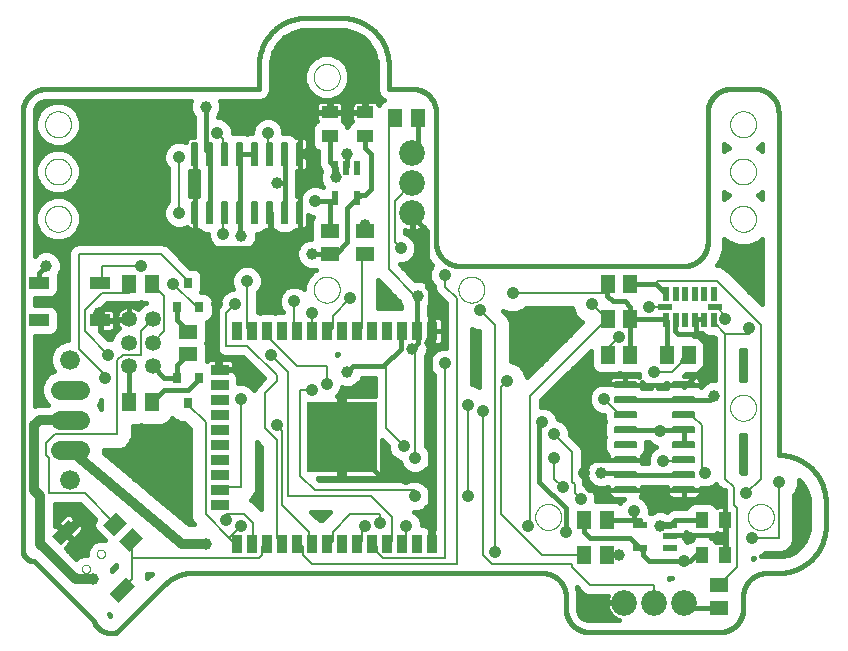
<source format=gtl>
G75*
%MOIN*%
%OFA0B0*%
%FSLAX25Y25*%
%IPPOS*%
%LPD*%
%AMOC8*
5,1,8,0,0,1.08239X$1,22.5*
%
%ADD10C,0.01600*%
%ADD11C,0.00000*%
%ADD12R,0.03543X0.05906*%
%ADD13R,0.05906X0.03543*%
%ADD14R,0.23622X0.23622*%
%ADD15C,0.08600*%
%ADD16R,0.05118X0.06299*%
%ADD17R,0.06500X0.03937*%
%ADD18R,0.01969X0.04724*%
%ADD19R,0.04724X0.01969*%
%ADD20C,0.06496*%
%ADD21C,0.06600*%
%ADD22C,0.00591*%
%ADD23R,0.04331X0.05512*%
%ADD24R,0.05512X0.04331*%
%ADD25R,0.04724X0.02165*%
%ADD26R,0.06299X0.05118*%
%ADD27R,0.02165X0.04724*%
%ADD28R,0.03150X0.03543*%
%ADD29C,0.05315*%
%ADD30R,0.07874X0.04331*%
%ADD31C,0.03962*%
%ADD32C,0.01500*%
%ADD33C,0.04100*%
%ADD34C,0.03200*%
%ADD35C,0.00800*%
D10*
X0055902Y0050272D02*
X0036217Y0069957D01*
X0036093Y0069959D01*
X0035970Y0069965D01*
X0035846Y0069974D01*
X0035724Y0069988D01*
X0035601Y0070005D01*
X0035479Y0070027D01*
X0035358Y0070052D01*
X0035238Y0070081D01*
X0035119Y0070113D01*
X0035000Y0070150D01*
X0034883Y0070190D01*
X0034768Y0070233D01*
X0034653Y0070281D01*
X0034541Y0070332D01*
X0034430Y0070386D01*
X0034320Y0070444D01*
X0034213Y0070505D01*
X0034107Y0070570D01*
X0034004Y0070638D01*
X0033903Y0070709D01*
X0033804Y0070783D01*
X0033707Y0070860D01*
X0033613Y0070941D01*
X0033522Y0071024D01*
X0033433Y0071110D01*
X0033347Y0071199D01*
X0033264Y0071290D01*
X0033183Y0071384D01*
X0033106Y0071481D01*
X0033032Y0071580D01*
X0032961Y0071681D01*
X0032893Y0071784D01*
X0032828Y0071890D01*
X0032767Y0071997D01*
X0032709Y0072107D01*
X0032655Y0072218D01*
X0032604Y0072330D01*
X0032556Y0072445D01*
X0032513Y0072560D01*
X0032473Y0072677D01*
X0032436Y0072796D01*
X0032404Y0072915D01*
X0032375Y0073035D01*
X0032350Y0073156D01*
X0032328Y0073278D01*
X0032311Y0073401D01*
X0032297Y0073523D01*
X0032288Y0073647D01*
X0032282Y0073770D01*
X0032280Y0073894D01*
X0032280Y0219563D01*
X0036280Y0219563D02*
X0036328Y0220169D01*
X0036702Y0221322D01*
X0037415Y0222302D01*
X0038395Y0223015D01*
X0039548Y0223389D01*
X0040154Y0223437D01*
X0088485Y0223437D01*
X0088123Y0222562D01*
X0088123Y0220501D01*
X0088911Y0218597D01*
X0089304Y0218204D01*
X0089304Y0211363D01*
X0088422Y0211363D01*
X0087889Y0211220D01*
X0087411Y0210944D01*
X0087021Y0210554D01*
X0086745Y0210076D01*
X0086613Y0209584D01*
X0085490Y0210049D01*
X0083401Y0210049D01*
X0081472Y0209250D01*
X0079995Y0207773D01*
X0079196Y0205844D01*
X0079196Y0203755D01*
X0079995Y0201825D01*
X0080846Y0200975D01*
X0080846Y0189923D01*
X0079995Y0189072D01*
X0079196Y0187143D01*
X0079196Y0185054D01*
X0079995Y0183125D01*
X0081472Y0181648D01*
X0083401Y0180848D01*
X0085490Y0180848D01*
X0086949Y0181453D01*
X0087021Y0181328D01*
X0087411Y0180938D01*
X0087889Y0180662D01*
X0088422Y0180519D01*
X0089583Y0180519D01*
X0089583Y0184783D01*
X0089583Y0184783D01*
X0089583Y0180519D01*
X0090745Y0180519D01*
X0090828Y0180541D01*
X0091718Y0179651D01*
X0093002Y0179119D01*
X0093959Y0179119D01*
X0093959Y0178164D01*
X0094759Y0176235D01*
X0096235Y0174758D01*
X0098165Y0173959D01*
X0100254Y0173959D01*
X0101526Y0174486D01*
X0102180Y0173832D01*
X0104084Y0173043D01*
X0106145Y0173043D01*
X0108050Y0173832D01*
X0109507Y0175290D01*
X0110296Y0177194D01*
X0110296Y0179119D01*
X0111164Y0179119D01*
X0112449Y0179651D01*
X0113339Y0180541D01*
X0113422Y0180519D01*
X0114583Y0180519D01*
X0114583Y0186197D01*
X0114859Y0186197D01*
X0114957Y0186098D01*
X0114957Y0174287D01*
X0120863Y0174287D01*
X0124800Y0178224D01*
X0124800Y0185980D01*
X0124583Y0186197D01*
X0124583Y0205685D01*
X0124583Y0205685D01*
X0124583Y0200007D01*
X0123583Y0200007D01*
X0123583Y0191875D01*
X0124583Y0191875D01*
X0124583Y0191350D01*
X0124583Y0191351D01*
X0124583Y0191875D01*
X0124800Y0191875D01*
X0125270Y0193009D01*
X0126747Y0194486D01*
X0128677Y0195285D01*
X0130765Y0195285D01*
X0132387Y0194614D01*
X0132443Y0194750D01*
X0132219Y0194975D01*
X0131430Y0196879D01*
X0131430Y0198940D01*
X0131882Y0200032D01*
X0131251Y0200663D01*
X0130642Y0202133D01*
X0130642Y0206575D01*
X0130074Y0206811D01*
X0129174Y0207711D01*
X0128686Y0208887D01*
X0128686Y0214491D01*
X0129174Y0215667D01*
X0130074Y0216567D01*
X0130246Y0216639D01*
X0130209Y0216703D01*
X0130086Y0217161D01*
X0130086Y0219280D01*
X0134360Y0219280D01*
X0134360Y0219846D01*
X0134360Y0223528D01*
X0131649Y0223528D01*
X0131192Y0223406D01*
X0130781Y0223169D01*
X0130446Y0222834D01*
X0130209Y0222423D01*
X0130086Y0221965D01*
X0130086Y0219846D01*
X0134360Y0219846D01*
X0134925Y0219846D01*
X0134925Y0223528D01*
X0137635Y0223528D01*
X0138093Y0223406D01*
X0138504Y0223169D01*
X0138839Y0222834D01*
X0139076Y0222423D01*
X0139198Y0221965D01*
X0139198Y0219846D01*
X0134925Y0219846D01*
X0134925Y0219280D01*
X0139198Y0219280D01*
X0139198Y0217161D01*
X0139076Y0216703D01*
X0139038Y0216639D01*
X0139211Y0216567D01*
X0140111Y0215667D01*
X0140548Y0214612D01*
X0140985Y0215667D01*
X0141885Y0216567D01*
X0142057Y0216639D01*
X0142020Y0216703D01*
X0141898Y0217161D01*
X0141898Y0219280D01*
X0146171Y0219280D01*
X0146171Y0219846D01*
X0146171Y0223528D01*
X0143461Y0223528D01*
X0143003Y0223406D01*
X0142592Y0223169D01*
X0142257Y0222834D01*
X0142020Y0222423D01*
X0141898Y0221965D01*
X0141897Y0219846D01*
X0146171Y0219846D01*
X0146736Y0219846D01*
X0146736Y0223528D01*
X0149446Y0223528D01*
X0149904Y0223406D01*
X0150315Y0223169D01*
X0150650Y0222834D01*
X0150887Y0222423D01*
X0150996Y0222014D01*
X0151221Y0222557D01*
X0152121Y0223457D01*
X0152802Y0223739D01*
X0152062Y0224046D01*
X0150936Y0225171D01*
X0150327Y0226641D01*
X0150327Y0235311D01*
X0150227Y0236844D01*
X0149433Y0239807D01*
X0147900Y0242463D01*
X0145731Y0244631D01*
X0143075Y0246165D01*
X0140113Y0246959D01*
X0138579Y0247059D01*
X0126768Y0247059D01*
X0125235Y0246959D01*
X0122273Y0246165D01*
X0119617Y0244631D01*
X0117448Y0242463D01*
X0115915Y0239807D01*
X0115121Y0236844D01*
X0115020Y0235311D01*
X0115020Y0226641D01*
X0114411Y0225171D01*
X0113286Y0224046D01*
X0111816Y0223437D01*
X0110225Y0223437D01*
X0098122Y0223437D01*
X0098485Y0222562D01*
X0098485Y0220501D01*
X0097696Y0218597D01*
X0097304Y0218204D01*
X0097304Y0217923D01*
X0098285Y0217923D01*
X0100215Y0217124D01*
X0101692Y0215647D01*
X0102491Y0213718D01*
X0102491Y0212551D01*
X0103002Y0212763D01*
X0106164Y0212763D01*
X0107083Y0212382D01*
X0108002Y0212763D01*
X0108723Y0212763D01*
X0108723Y0213718D01*
X0109522Y0215647D01*
X0110999Y0217124D01*
X0112929Y0217923D01*
X0115017Y0217923D01*
X0116947Y0217124D01*
X0118424Y0215647D01*
X0119223Y0213718D01*
X0119223Y0212763D01*
X0121164Y0212763D01*
X0122449Y0212231D01*
X0123339Y0211341D01*
X0123422Y0211363D01*
X0124583Y0211363D01*
X0124583Y0205685D01*
X0124583Y0205685D01*
X0126670Y0205685D01*
X0126768Y0205783D01*
X0127564Y0205685D02*
X0127564Y0209544D01*
X0127422Y0210076D01*
X0127146Y0210554D01*
X0126756Y0210944D01*
X0126278Y0211220D01*
X0125745Y0211363D01*
X0124583Y0211363D01*
X0124583Y0205685D01*
X0124800Y0205902D01*
X0124800Y0213657D01*
X0130705Y0219563D01*
X0134642Y0219563D01*
X0146453Y0219563D01*
X0146171Y0220572D02*
X0146736Y0220572D01*
X0146736Y0222171D02*
X0146171Y0222171D01*
X0141953Y0222171D02*
X0139143Y0222171D01*
X0139198Y0220572D02*
X0141898Y0220572D01*
X0141898Y0218974D02*
X0139198Y0218974D01*
X0139198Y0217375D02*
X0141898Y0217375D01*
X0141095Y0215777D02*
X0140001Y0215777D01*
X0134642Y0211689D02*
X0134642Y0202928D01*
X0136391Y0201179D01*
X0136611Y0200960D01*
X0136611Y0197909D01*
X0140131Y0201179D02*
X0140548Y0201596D01*
X0140548Y0205783D01*
X0146453Y0207752D02*
X0146453Y0211689D01*
X0146453Y0207752D02*
X0148422Y0205783D01*
X0148422Y0193972D01*
X0146453Y0192004D01*
X0144932Y0192004D01*
X0143872Y0190943D01*
X0140548Y0187619D01*
X0140548Y0176256D01*
X0136808Y0172516D01*
X0134642Y0172516D01*
X0134446Y0172319D01*
X0128737Y0172319D01*
X0123915Y0174216D02*
X0108433Y0174216D01*
X0109724Y0175814D02*
X0124905Y0175814D01*
X0124345Y0175254D02*
X0125802Y0176711D01*
X0127706Y0177500D01*
X0128293Y0177500D01*
X0128293Y0183192D01*
X0128780Y0184368D01*
X0129198Y0184785D01*
X0128677Y0184785D01*
X0127564Y0185246D01*
X0127564Y0182338D01*
X0127422Y0181805D01*
X0127146Y0181328D01*
X0126756Y0180938D01*
X0126278Y0180662D01*
X0125745Y0180519D01*
X0124583Y0180519D01*
X0124583Y0186197D01*
X0124583Y0186197D01*
X0124583Y0180519D01*
X0123422Y0180519D01*
X0123339Y0180541D01*
X0122449Y0179651D01*
X0121164Y0179119D01*
X0118002Y0179119D01*
X0116718Y0179651D01*
X0115828Y0180541D01*
X0115745Y0180519D01*
X0114583Y0180519D01*
X0114583Y0186197D01*
X0114583Y0186197D01*
X0115202Y0186197D01*
X0115202Y0186197D01*
X0114583Y0186197D01*
X0114583Y0186197D01*
X0114583Y0185405D02*
X0114583Y0185405D01*
X0114583Y0183807D02*
X0114583Y0183807D01*
X0114583Y0182208D02*
X0114583Y0182208D01*
X0114583Y0180610D02*
X0114583Y0180610D01*
X0110296Y0179011D02*
X0128293Y0179011D01*
X0128293Y0180610D02*
X0126083Y0180610D01*
X0124583Y0180610D02*
X0124583Y0180610D01*
X0124583Y0182208D02*
X0124583Y0182208D01*
X0124583Y0183807D02*
X0124583Y0183807D01*
X0124583Y0185405D02*
X0124583Y0185405D01*
X0127564Y0183807D02*
X0128548Y0183807D01*
X0128293Y0182208D02*
X0127530Y0182208D01*
X0127495Y0177413D02*
X0110296Y0177413D01*
X0114957Y0174287D02*
X0097241Y0174287D01*
X0091335Y0174287D01*
X0089583Y0176039D01*
X0089583Y0186197D01*
X0089583Y0205685D01*
X0089583Y0203484D02*
X0089583Y0200007D01*
X0089583Y0203484D01*
X0089583Y0203484D01*
X0089583Y0202989D02*
X0089583Y0202989D01*
X0089583Y0201390D02*
X0089583Y0201390D01*
X0089583Y0200007D02*
X0090583Y0200007D01*
X0090583Y0191875D01*
X0089583Y0191875D01*
X0088422Y0191875D01*
X0088046Y0191774D01*
X0088046Y0200108D01*
X0088422Y0200007D01*
X0089583Y0200007D01*
X0090583Y0199792D02*
X0088046Y0199792D01*
X0088046Y0198193D02*
X0090583Y0198193D01*
X0090583Y0196595D02*
X0088046Y0196595D01*
X0088046Y0194996D02*
X0090583Y0194996D01*
X0090583Y0193398D02*
X0088046Y0193398D01*
X0088046Y0191799D02*
X0088139Y0191799D01*
X0089583Y0191799D02*
X0089583Y0191799D01*
X0089583Y0191875D02*
X0089583Y0187414D01*
X0089583Y0187413D01*
X0089583Y0191875D01*
X0089583Y0190201D02*
X0089583Y0190201D01*
X0089583Y0188602D02*
X0089583Y0188602D01*
X0089583Y0183807D02*
X0089583Y0183807D01*
X0089583Y0182208D02*
X0089583Y0182208D01*
X0089583Y0180610D02*
X0089583Y0180610D01*
X0088083Y0180610D02*
X0050784Y0180610D01*
X0050475Y0179864D02*
X0051622Y0182632D01*
X0051622Y0185628D01*
X0050475Y0188396D01*
X0048357Y0190514D01*
X0045589Y0191661D01*
X0042593Y0191661D01*
X0039825Y0190514D01*
X0037707Y0188396D01*
X0036560Y0185628D01*
X0036560Y0182632D01*
X0037707Y0179864D01*
X0039825Y0177746D01*
X0042593Y0176599D01*
X0045589Y0176599D01*
X0048357Y0177746D01*
X0050475Y0179864D01*
X0049622Y0179011D02*
X0093959Y0179011D01*
X0094271Y0177413D02*
X0047553Y0177413D01*
X0046590Y0175282D02*
X0045907Y0174999D01*
X0042275Y0174999D01*
X0038919Y0176389D01*
X0037880Y0177428D01*
X0037880Y0174780D01*
X0038805Y0175163D01*
X0041503Y0175163D01*
X0043995Y0174131D01*
X0045781Y0172345D01*
X0045781Y0173353D01*
X0046573Y0175264D01*
X0046590Y0175282D01*
X0046138Y0174216D02*
X0043790Y0174216D01*
X0043089Y0172774D02*
X0044547Y0171317D01*
X0045335Y0169412D01*
X0045335Y0167351D01*
X0044547Y0165447D01*
X0044333Y0165233D01*
X0044333Y0160265D01*
X0043845Y0159089D01*
X0042945Y0158189D01*
X0041769Y0157702D01*
X0036280Y0157702D01*
X0036280Y0155440D01*
X0041769Y0155440D01*
X0042945Y0154953D01*
X0043845Y0154053D01*
X0044333Y0152877D01*
X0044333Y0147667D01*
X0043845Y0146490D01*
X0042945Y0145590D01*
X0041769Y0145103D01*
X0036280Y0145103D01*
X0036280Y0121607D01*
X0037231Y0122001D01*
X0040461Y0122001D01*
X0040661Y0122201D01*
X0039314Y0123548D01*
X0038332Y0125918D01*
X0038332Y0128483D01*
X0039314Y0130853D01*
X0041128Y0132667D01*
X0042713Y0133324D01*
X0042518Y0133519D01*
X0041528Y0135908D01*
X0041528Y0138494D01*
X0042518Y0140883D01*
X0044346Y0142711D01*
X0046735Y0143701D01*
X0047381Y0143701D01*
X0047381Y0173035D01*
X0047929Y0174358D01*
X0048942Y0175371D01*
X0050265Y0175919D01*
X0079256Y0175919D01*
X0080579Y0175371D01*
X0081592Y0174358D01*
X0088108Y0167842D01*
X0089610Y0167842D01*
X0090786Y0167355D01*
X0091686Y0166454D01*
X0092173Y0165278D01*
X0092173Y0160462D01*
X0091805Y0159574D01*
X0093350Y0159574D01*
X0094526Y0159087D01*
X0095426Y0158187D01*
X0095913Y0157011D01*
X0095913Y0152194D01*
X0095426Y0151018D01*
X0094526Y0150118D01*
X0093724Y0149786D01*
X0093748Y0149727D01*
X0093748Y0143336D01*
X0093522Y0142791D01*
X0093748Y0142247D01*
X0093748Y0136785D01*
X0093970Y0137007D01*
X0094381Y0137244D01*
X0094838Y0137367D01*
X0097942Y0137367D01*
X0097942Y0133881D01*
X0098114Y0133881D01*
X0102781Y0133881D01*
X0102781Y0135804D01*
X0102658Y0136262D01*
X0102421Y0136672D01*
X0102086Y0137007D01*
X0101676Y0137244D01*
X0101218Y0137367D01*
X0098114Y0137367D01*
X0098114Y0133881D01*
X0098114Y0133767D01*
X0101617Y0133767D01*
X0101756Y0133709D01*
X0102781Y0133709D01*
X0102781Y0133285D01*
X0102794Y0133280D01*
X0103694Y0132380D01*
X0104181Y0131203D01*
X0104181Y0129341D01*
X0106159Y0129341D01*
X0108089Y0128541D01*
X0109525Y0127105D01*
X0109937Y0128098D01*
X0112819Y0130980D01*
X0105592Y0138207D01*
X0099477Y0138207D01*
X0098154Y0138755D01*
X0097142Y0139768D01*
X0096594Y0141091D01*
X0096594Y0153350D01*
X0097142Y0154673D01*
X0097896Y0155428D01*
X0097896Y0156631D01*
X0098696Y0158560D01*
X0100172Y0160037D01*
X0102102Y0160837D01*
X0102488Y0160837D01*
X0101833Y0162416D01*
X0101833Y0164505D01*
X0102633Y0166435D01*
X0104109Y0167911D01*
X0106039Y0168711D01*
X0108128Y0168711D01*
X0110057Y0167911D01*
X0111534Y0166435D01*
X0112333Y0164505D01*
X0112333Y0162416D01*
X0111534Y0160487D01*
X0110683Y0159636D01*
X0110683Y0152881D01*
X0111303Y0152881D01*
X0111394Y0152843D01*
X0111486Y0152881D01*
X0116303Y0152881D01*
X0116394Y0152843D01*
X0116486Y0152881D01*
X0119097Y0152881D01*
X0118381Y0153597D01*
X0117581Y0155527D01*
X0117581Y0157615D01*
X0118381Y0159545D01*
X0119857Y0161022D01*
X0121787Y0161821D01*
X0123876Y0161821D01*
X0125805Y0161022D01*
X0126127Y0160699D01*
X0126127Y0162006D01*
X0127274Y0164774D01*
X0129392Y0166892D01*
X0129961Y0167128D01*
X0129852Y0167173D01*
X0129767Y0167138D01*
X0127706Y0167138D01*
X0125802Y0167927D01*
X0124345Y0169384D01*
X0123556Y0171288D01*
X0123556Y0173349D01*
X0124345Y0175254D01*
X0123556Y0172617D02*
X0083333Y0172617D01*
X0084475Y0173737D02*
X0082948Y0175264D01*
X0081486Y0176727D01*
X0079574Y0177519D01*
X0050393Y0177519D01*
X0051832Y0178958D01*
X0053222Y0182314D01*
X0053222Y0185946D01*
X0051832Y0189302D01*
X0049263Y0191871D01*
X0048941Y0192004D01*
X0049263Y0192137D01*
X0051832Y0194706D01*
X0053222Y0198062D01*
X0053222Y0201694D01*
X0051832Y0205050D01*
X0049263Y0207619D01*
X0048941Y0207752D01*
X0049263Y0207885D01*
X0051832Y0210454D01*
X0053222Y0213810D01*
X0053222Y0217442D01*
X0051832Y0220798D01*
X0050793Y0221837D01*
X0086523Y0221837D01*
X0086523Y0220183D01*
X0087555Y0217690D01*
X0087704Y0217542D01*
X0087704Y0214363D01*
X0087684Y0214363D01*
X0085811Y0213587D01*
X0084378Y0212154D01*
X0084169Y0211649D01*
X0083083Y0211649D01*
X0080565Y0210606D01*
X0078638Y0208679D01*
X0077596Y0206162D01*
X0077596Y0203437D01*
X0078638Y0200919D01*
X0079246Y0200312D01*
X0079246Y0190586D01*
X0078638Y0189979D01*
X0077596Y0187461D01*
X0077596Y0184736D01*
X0078638Y0182218D01*
X0080565Y0180291D01*
X0083083Y0179248D01*
X0083983Y0179248D01*
X0083983Y0174925D01*
X0084475Y0173737D01*
X0084277Y0174216D02*
X0083997Y0174216D01*
X0083983Y0175814D02*
X0082399Y0175814D01*
X0081735Y0174216D02*
X0097545Y0174216D01*
X0095179Y0175814D02*
X0079509Y0175814D01*
X0079831Y0177413D02*
X0083983Y0177413D01*
X0083983Y0179011D02*
X0051854Y0179011D01*
X0052516Y0180610D02*
X0080247Y0180610D01*
X0080911Y0182208D02*
X0051446Y0182208D01*
X0051622Y0183807D02*
X0079712Y0183807D01*
X0079196Y0185405D02*
X0051622Y0185405D01*
X0053222Y0185405D02*
X0077596Y0185405D01*
X0077596Y0187004D02*
X0052784Y0187004D01*
X0052122Y0188602D02*
X0078068Y0188602D01*
X0079800Y0188602D02*
X0050269Y0188602D01*
X0050933Y0190201D02*
X0078860Y0190201D01*
X0079246Y0191799D02*
X0049335Y0191799D01*
X0048670Y0190201D02*
X0080846Y0190201D01*
X0080846Y0191799D02*
X0036280Y0191799D01*
X0036280Y0190201D02*
X0039512Y0190201D01*
X0038848Y0191799D02*
X0037880Y0191799D01*
X0037880Y0190832D02*
X0037880Y0193176D01*
X0038919Y0192137D01*
X0039241Y0192004D01*
X0038919Y0191871D01*
X0037880Y0190832D01*
X0037913Y0188602D02*
X0036280Y0188602D01*
X0036280Y0187004D02*
X0037130Y0187004D01*
X0036560Y0185405D02*
X0036280Y0185405D01*
X0036280Y0183807D02*
X0036560Y0183807D01*
X0036736Y0182208D02*
X0036280Y0182208D01*
X0036280Y0180610D02*
X0037398Y0180610D01*
X0036280Y0179011D02*
X0038560Y0179011D01*
X0037896Y0177413D02*
X0037880Y0177413D01*
X0037880Y0175814D02*
X0040308Y0175814D01*
X0040630Y0177413D02*
X0036280Y0177413D01*
X0036280Y0175814D02*
X0050012Y0175814D01*
X0047870Y0174216D02*
X0036280Y0174216D01*
X0036280Y0172617D02*
X0037062Y0172617D01*
X0037219Y0172774D02*
X0036280Y0171835D01*
X0036280Y0219563D01*
X0036280Y0218974D02*
X0037327Y0218974D01*
X0037707Y0219892D02*
X0036560Y0217124D01*
X0036560Y0214128D01*
X0037707Y0211360D01*
X0039825Y0209242D01*
X0042593Y0208095D01*
X0045589Y0208095D01*
X0048357Y0209242D01*
X0050475Y0211360D01*
X0051622Y0214128D01*
X0051622Y0217124D01*
X0050475Y0219892D01*
X0048357Y0222010D01*
X0045589Y0223157D01*
X0042593Y0223157D01*
X0039825Y0222010D01*
X0037707Y0219892D01*
X0038388Y0220572D02*
X0036459Y0220572D01*
X0037319Y0222171D02*
X0040213Y0222171D01*
X0040154Y0227437D02*
X0039964Y0227435D01*
X0039774Y0227428D01*
X0039584Y0227416D01*
X0039394Y0227400D01*
X0039205Y0227380D01*
X0039016Y0227354D01*
X0038828Y0227325D01*
X0038641Y0227290D01*
X0038455Y0227251D01*
X0038270Y0227208D01*
X0038085Y0227160D01*
X0037902Y0227108D01*
X0037721Y0227052D01*
X0037541Y0226991D01*
X0037362Y0226925D01*
X0037185Y0226856D01*
X0037009Y0226782D01*
X0036836Y0226704D01*
X0036664Y0226621D01*
X0036495Y0226535D01*
X0036327Y0226445D01*
X0036162Y0226350D01*
X0035999Y0226252D01*
X0035839Y0226149D01*
X0035681Y0226043D01*
X0035526Y0225933D01*
X0035373Y0225820D01*
X0035223Y0225702D01*
X0035077Y0225581D01*
X0034933Y0225457D01*
X0034792Y0225329D01*
X0034654Y0225198D01*
X0034519Y0225063D01*
X0034388Y0224925D01*
X0034260Y0224784D01*
X0034136Y0224640D01*
X0034015Y0224494D01*
X0033897Y0224344D01*
X0033784Y0224191D01*
X0033674Y0224036D01*
X0033568Y0223878D01*
X0033465Y0223718D01*
X0033367Y0223555D01*
X0033272Y0223390D01*
X0033182Y0223222D01*
X0033096Y0223053D01*
X0033013Y0222881D01*
X0032935Y0222708D01*
X0032861Y0222532D01*
X0032792Y0222355D01*
X0032726Y0222176D01*
X0032665Y0221996D01*
X0032609Y0221815D01*
X0032557Y0221632D01*
X0032509Y0221447D01*
X0032466Y0221262D01*
X0032427Y0221076D01*
X0032392Y0220889D01*
X0032363Y0220701D01*
X0032337Y0220512D01*
X0032317Y0220323D01*
X0032301Y0220133D01*
X0032289Y0219943D01*
X0032282Y0219753D01*
X0032280Y0219563D01*
X0036280Y0217375D02*
X0036665Y0217375D01*
X0036560Y0215777D02*
X0036280Y0215777D01*
X0036280Y0214178D02*
X0036560Y0214178D01*
X0036280Y0212580D02*
X0037202Y0212580D01*
X0038086Y0210981D02*
X0036280Y0210981D01*
X0036280Y0209383D02*
X0039684Y0209383D01*
X0039163Y0207784D02*
X0037880Y0207784D01*
X0038919Y0207885D02*
X0039241Y0207752D01*
X0038919Y0207619D01*
X0037880Y0206580D01*
X0037880Y0208924D01*
X0038919Y0207885D01*
X0039825Y0206262D02*
X0037707Y0204144D01*
X0036560Y0201376D01*
X0036560Y0198380D01*
X0037707Y0195612D01*
X0039825Y0193494D01*
X0042593Y0192347D01*
X0045589Y0192347D01*
X0048357Y0193494D01*
X0050475Y0195612D01*
X0051622Y0198380D01*
X0051622Y0201376D01*
X0050475Y0204144D01*
X0048357Y0206262D01*
X0045589Y0207409D01*
X0042593Y0207409D01*
X0039825Y0206262D01*
X0039749Y0206186D02*
X0036280Y0206186D01*
X0036280Y0207784D02*
X0080006Y0207784D01*
X0079342Y0209383D02*
X0050761Y0209383D01*
X0050097Y0210981D02*
X0087475Y0210981D01*
X0089304Y0212580D02*
X0050981Y0212580D01*
X0051622Y0214178D02*
X0089304Y0214178D01*
X0089304Y0215777D02*
X0051622Y0215777D01*
X0053222Y0215777D02*
X0087704Y0215777D01*
X0087704Y0217375D02*
X0053222Y0217375D01*
X0051518Y0217375D02*
X0089304Y0217375D01*
X0088755Y0218974D02*
X0050856Y0218974D01*
X0052587Y0218974D02*
X0087023Y0218974D01*
X0086523Y0220572D02*
X0051925Y0220572D01*
X0049795Y0220572D02*
X0088123Y0220572D01*
X0088123Y0222171D02*
X0047969Y0222171D01*
X0040154Y0227437D02*
X0111020Y0227437D01*
X0111020Y0235311D01*
X0115020Y0234959D02*
X0126992Y0234959D01*
X0111020Y0235311D02*
X0111025Y0235692D01*
X0111038Y0236072D01*
X0111061Y0236452D01*
X0111094Y0236831D01*
X0111135Y0237209D01*
X0111185Y0237586D01*
X0111245Y0237962D01*
X0111313Y0238337D01*
X0111391Y0238709D01*
X0111478Y0239080D01*
X0111573Y0239448D01*
X0111678Y0239814D01*
X0111791Y0240177D01*
X0111913Y0240538D01*
X0112043Y0240895D01*
X0112183Y0241249D01*
X0112330Y0241600D01*
X0112487Y0241947D01*
X0112651Y0242290D01*
X0112824Y0242629D01*
X0113005Y0242964D01*
X0113194Y0243295D01*
X0113391Y0243620D01*
X0113595Y0243941D01*
X0113808Y0244257D01*
X0114028Y0244567D01*
X0114255Y0244873D01*
X0114490Y0245172D01*
X0114732Y0245466D01*
X0114980Y0245754D01*
X0115236Y0246036D01*
X0115499Y0246311D01*
X0115768Y0246580D01*
X0116043Y0246843D01*
X0116325Y0247099D01*
X0116613Y0247347D01*
X0116907Y0247589D01*
X0117206Y0247824D01*
X0117512Y0248051D01*
X0117822Y0248271D01*
X0118138Y0248484D01*
X0118459Y0248688D01*
X0118784Y0248885D01*
X0119115Y0249074D01*
X0119450Y0249255D01*
X0119789Y0249428D01*
X0120132Y0249592D01*
X0120479Y0249749D01*
X0120830Y0249896D01*
X0121184Y0250036D01*
X0121541Y0250166D01*
X0121902Y0250288D01*
X0122265Y0250401D01*
X0122631Y0250506D01*
X0122999Y0250601D01*
X0123370Y0250688D01*
X0123742Y0250766D01*
X0124117Y0250834D01*
X0124493Y0250894D01*
X0124870Y0250944D01*
X0125248Y0250985D01*
X0125627Y0251018D01*
X0126007Y0251041D01*
X0126387Y0251054D01*
X0126768Y0251059D01*
X0138579Y0251059D01*
X0138579Y0245459D02*
X0139716Y0245395D01*
X0141931Y0244890D01*
X0143978Y0243904D01*
X0145755Y0242487D01*
X0147172Y0240710D01*
X0148158Y0238663D01*
X0148664Y0236447D01*
X0148727Y0235311D01*
X0148727Y0226528D01*
X0142743Y0226528D01*
X0141006Y0225809D01*
X0141399Y0226202D01*
X0142789Y0229558D01*
X0142789Y0233190D01*
X0141399Y0236546D01*
X0138830Y0239115D01*
X0135474Y0240505D01*
X0131842Y0240505D01*
X0128486Y0239115D01*
X0125917Y0236546D01*
X0124527Y0233190D01*
X0124527Y0229558D01*
X0125917Y0226202D01*
X0127728Y0224391D01*
X0127533Y0224310D01*
X0121628Y0218405D01*
X0120052Y0216830D01*
X0119859Y0216363D01*
X0119780Y0216553D01*
X0117853Y0218480D01*
X0115336Y0219523D01*
X0112611Y0219523D01*
X0110093Y0218480D01*
X0108166Y0216553D01*
X0107171Y0214150D01*
X0107083Y0214114D01*
X0106483Y0214363D01*
X0103955Y0214363D01*
X0103048Y0216553D01*
X0101121Y0218480D01*
X0099635Y0219096D01*
X0100085Y0220183D01*
X0100085Y0221837D01*
X0109906Y0221837D01*
X0112134Y0221837D01*
X0114192Y0222690D01*
X0115768Y0224265D01*
X0116620Y0226323D01*
X0116620Y0235311D01*
X0116684Y0236447D01*
X0117190Y0238663D01*
X0118176Y0240710D01*
X0119593Y0242487D01*
X0121369Y0243904D01*
X0123417Y0244890D01*
X0125632Y0245395D01*
X0126768Y0245459D01*
X0138579Y0245459D01*
X0142636Y0244550D02*
X0122712Y0244550D01*
X0122244Y0246149D02*
X0143103Y0246149D01*
X0145812Y0244550D02*
X0119535Y0244550D01*
X0120175Y0242952D02*
X0145172Y0242952D01*
X0146659Y0241353D02*
X0118688Y0241353D01*
X0117937Y0242952D02*
X0147411Y0242952D01*
X0148540Y0241353D02*
X0116807Y0241353D01*
X0115901Y0239755D02*
X0149447Y0239755D01*
X0149875Y0238156D02*
X0136964Y0238156D01*
X0137924Y0237758D02*
X0135156Y0238905D01*
X0132160Y0238905D01*
X0129392Y0237758D01*
X0127274Y0235640D01*
X0126127Y0232872D01*
X0126127Y0229876D01*
X0127274Y0227108D01*
X0129392Y0224990D01*
X0132160Y0223843D01*
X0135156Y0223843D01*
X0137924Y0224990D01*
X0140042Y0227108D01*
X0141189Y0229876D01*
X0141189Y0232872D01*
X0140042Y0235640D01*
X0137924Y0237758D01*
X0139125Y0236557D02*
X0150246Y0236557D01*
X0150327Y0234959D02*
X0140324Y0234959D01*
X0140986Y0233360D02*
X0150327Y0233360D01*
X0150327Y0231762D02*
X0141189Y0231762D01*
X0141189Y0230163D02*
X0150327Y0230163D01*
X0150327Y0228565D02*
X0140646Y0228565D01*
X0142378Y0228565D02*
X0148727Y0228565D01*
X0148727Y0230163D02*
X0142789Y0230163D01*
X0142789Y0231762D02*
X0148727Y0231762D01*
X0148727Y0233360D02*
X0142718Y0233360D01*
X0142056Y0234959D02*
X0148727Y0234959D01*
X0148638Y0236557D02*
X0141387Y0236557D01*
X0139789Y0238156D02*
X0148274Y0238156D01*
X0147632Y0239755D02*
X0137285Y0239755D01*
X0138579Y0251059D02*
X0138960Y0251054D01*
X0139340Y0251041D01*
X0139720Y0251018D01*
X0140099Y0250985D01*
X0140477Y0250944D01*
X0140854Y0250894D01*
X0141230Y0250834D01*
X0141605Y0250766D01*
X0141977Y0250688D01*
X0142348Y0250601D01*
X0142716Y0250506D01*
X0143082Y0250401D01*
X0143445Y0250288D01*
X0143806Y0250166D01*
X0144163Y0250036D01*
X0144517Y0249896D01*
X0144868Y0249749D01*
X0145215Y0249592D01*
X0145558Y0249428D01*
X0145897Y0249255D01*
X0146232Y0249074D01*
X0146563Y0248885D01*
X0146888Y0248688D01*
X0147209Y0248484D01*
X0147525Y0248271D01*
X0147835Y0248051D01*
X0148141Y0247824D01*
X0148440Y0247589D01*
X0148734Y0247347D01*
X0149022Y0247099D01*
X0149304Y0246843D01*
X0149579Y0246580D01*
X0149848Y0246311D01*
X0150111Y0246036D01*
X0150367Y0245754D01*
X0150615Y0245466D01*
X0150857Y0245172D01*
X0151092Y0244873D01*
X0151319Y0244567D01*
X0151539Y0244257D01*
X0151752Y0243941D01*
X0151956Y0243620D01*
X0152153Y0243295D01*
X0152342Y0242964D01*
X0152523Y0242629D01*
X0152696Y0242290D01*
X0152860Y0241947D01*
X0153017Y0241600D01*
X0153164Y0241249D01*
X0153304Y0240895D01*
X0153434Y0240538D01*
X0153556Y0240177D01*
X0153669Y0239814D01*
X0153774Y0239448D01*
X0153869Y0239080D01*
X0153956Y0238709D01*
X0154034Y0238337D01*
X0154102Y0237962D01*
X0154162Y0237586D01*
X0154212Y0237209D01*
X0154253Y0236831D01*
X0154286Y0236452D01*
X0154309Y0236072D01*
X0154322Y0235692D01*
X0154327Y0235311D01*
X0154327Y0227437D01*
X0162201Y0227437D01*
X0162391Y0227435D01*
X0162581Y0227428D01*
X0162771Y0227416D01*
X0162961Y0227400D01*
X0163150Y0227380D01*
X0163339Y0227354D01*
X0163527Y0227325D01*
X0163714Y0227290D01*
X0163900Y0227251D01*
X0164085Y0227208D01*
X0164270Y0227160D01*
X0164453Y0227108D01*
X0164634Y0227052D01*
X0164814Y0226991D01*
X0164993Y0226925D01*
X0165170Y0226856D01*
X0165346Y0226782D01*
X0165519Y0226704D01*
X0165691Y0226621D01*
X0165860Y0226535D01*
X0166028Y0226445D01*
X0166193Y0226350D01*
X0166356Y0226252D01*
X0166516Y0226149D01*
X0166674Y0226043D01*
X0166829Y0225933D01*
X0166982Y0225820D01*
X0167132Y0225702D01*
X0167278Y0225581D01*
X0167422Y0225457D01*
X0167563Y0225329D01*
X0167701Y0225198D01*
X0167836Y0225063D01*
X0167967Y0224925D01*
X0168095Y0224784D01*
X0168219Y0224640D01*
X0168340Y0224494D01*
X0168458Y0224344D01*
X0168571Y0224191D01*
X0168681Y0224036D01*
X0168787Y0223878D01*
X0168890Y0223718D01*
X0168988Y0223555D01*
X0169083Y0223390D01*
X0169173Y0223222D01*
X0169259Y0223053D01*
X0169342Y0222881D01*
X0169420Y0222708D01*
X0169494Y0222532D01*
X0169563Y0222355D01*
X0169629Y0222176D01*
X0169690Y0221996D01*
X0169746Y0221815D01*
X0169798Y0221632D01*
X0169846Y0221447D01*
X0169889Y0221262D01*
X0169928Y0221076D01*
X0169963Y0220889D01*
X0169992Y0220701D01*
X0170018Y0220512D01*
X0170038Y0220323D01*
X0170054Y0220133D01*
X0170066Y0219943D01*
X0170073Y0219753D01*
X0170075Y0219563D01*
X0170075Y0176256D01*
X0166075Y0175814D02*
X0163315Y0175814D01*
X0163514Y0175332D02*
X0162715Y0177261D01*
X0161238Y0178738D01*
X0159896Y0179294D01*
X0159896Y0180276D01*
X0160773Y0179991D01*
X0161721Y0179841D01*
X0162017Y0179841D01*
X0162017Y0185757D01*
X0162386Y0185757D01*
X0162386Y0179841D01*
X0162682Y0179841D01*
X0163630Y0179991D01*
X0164543Y0180288D01*
X0165399Y0180724D01*
X0166075Y0181216D01*
X0166075Y0174375D01*
X0167238Y0170798D01*
X0168809Y0168635D01*
X0168577Y0168403D01*
X0167778Y0166473D01*
X0167778Y0164385D01*
X0168577Y0162455D01*
X0169428Y0161605D01*
X0169428Y0160776D01*
X0169976Y0159453D01*
X0170989Y0158440D01*
X0173365Y0156064D01*
X0173365Y0141152D01*
X0171984Y0141152D01*
X0170054Y0140352D01*
X0168577Y0138875D01*
X0167778Y0136946D01*
X0167778Y0134857D01*
X0168577Y0132928D01*
X0169428Y0132077D01*
X0169428Y0080615D01*
X0168980Y0080615D01*
X0168980Y0075948D01*
X0168866Y0075948D01*
X0168866Y0079451D01*
X0168809Y0079590D01*
X0168809Y0080615D01*
X0168384Y0080615D01*
X0168379Y0080628D01*
X0167479Y0081528D01*
X0166303Y0082015D01*
X0165483Y0082015D01*
X0165483Y0082812D01*
X0164684Y0084742D01*
X0163207Y0086218D01*
X0162864Y0086360D01*
X0164230Y0086360D01*
X0166160Y0087159D01*
X0167636Y0088636D01*
X0168436Y0090566D01*
X0168436Y0092655D01*
X0167636Y0094584D01*
X0166160Y0096061D01*
X0165537Y0096319D01*
X0165225Y0096631D01*
X0163902Y0097179D01*
X0131212Y0097179D01*
X0130707Y0097684D01*
X0137779Y0097684D01*
X0137779Y0110495D01*
X0139379Y0110495D01*
X0139379Y0097684D01*
X0150627Y0097684D01*
X0151085Y0097807D01*
X0151496Y0098044D01*
X0151831Y0098379D01*
X0152068Y0098789D01*
X0152190Y0099247D01*
X0152190Y0110310D01*
X0153999Y0108501D01*
X0153999Y0107298D01*
X0154798Y0105369D01*
X0156275Y0103892D01*
X0158014Y0103171D01*
X0158735Y0101432D01*
X0160212Y0099955D01*
X0162141Y0099156D01*
X0164230Y0099156D01*
X0166160Y0099955D01*
X0167636Y0101432D01*
X0168436Y0103361D01*
X0168436Y0105450D01*
X0167636Y0107379D01*
X0166786Y0108230D01*
X0166786Y0138351D01*
X0167383Y0139792D01*
X0167383Y0140347D01*
X0167561Y0140526D01*
X0167999Y0141583D01*
X0168379Y0141963D01*
X0168384Y0141976D01*
X0168809Y0141976D01*
X0168809Y0143000D01*
X0168866Y0143139D01*
X0168866Y0146642D01*
X0168980Y0146642D01*
X0168980Y0141976D01*
X0170903Y0141976D01*
X0171361Y0142098D01*
X0171771Y0142335D01*
X0172106Y0142670D01*
X0172343Y0143081D01*
X0172466Y0143539D01*
X0172466Y0146642D01*
X0168980Y0146642D01*
X0168980Y0146814D01*
X0168866Y0146814D01*
X0168866Y0150318D01*
X0168809Y0150456D01*
X0168809Y0151481D01*
X0168384Y0151481D01*
X0168379Y0151494D01*
X0167894Y0151978D01*
X0167894Y0154937D01*
X0168562Y0155605D01*
X0169351Y0157509D01*
X0169351Y0159570D01*
X0168562Y0161474D01*
X0167105Y0162932D01*
X0165201Y0163720D01*
X0163139Y0163720D01*
X0163109Y0163708D01*
X0157927Y0168889D01*
X0157927Y0169037D01*
X0159309Y0169037D01*
X0161238Y0169837D01*
X0162715Y0171314D01*
X0163514Y0173243D01*
X0163514Y0175332D01*
X0163514Y0174216D02*
X0166127Y0174216D01*
X0166647Y0172617D02*
X0163255Y0172617D01*
X0162420Y0171019D02*
X0167166Y0171019D01*
X0167238Y0170798D02*
X0167238Y0170798D01*
X0168239Y0169420D02*
X0160232Y0169420D01*
X0161051Y0168027D02*
X0161573Y0168243D01*
X0161573Y0167506D01*
X0161051Y0168027D01*
X0161257Y0167822D02*
X0161573Y0167822D01*
X0160593Y0166223D02*
X0167778Y0166223D01*
X0167778Y0164624D02*
X0162192Y0164624D01*
X0158995Y0167822D02*
X0168337Y0167822D01*
X0168341Y0163026D02*
X0166877Y0163026D01*
X0168582Y0161427D02*
X0169428Y0161427D01*
X0169244Y0159829D02*
X0169820Y0159829D01*
X0169351Y0158230D02*
X0171199Y0158230D01*
X0172797Y0156632D02*
X0168988Y0156632D01*
X0167991Y0155033D02*
X0173365Y0155033D01*
X0173365Y0153435D02*
X0167894Y0153435D01*
X0168036Y0151836D02*
X0173365Y0151836D01*
X0173365Y0150238D02*
X0172380Y0150238D01*
X0172343Y0150376D02*
X0172106Y0150786D01*
X0171771Y0151121D01*
X0171361Y0151358D01*
X0170903Y0151481D01*
X0168980Y0151481D01*
X0168980Y0146814D01*
X0172466Y0146814D01*
X0172466Y0149918D01*
X0172343Y0150376D01*
X0172466Y0148639D02*
X0173365Y0148639D01*
X0173365Y0147041D02*
X0172466Y0147041D01*
X0172466Y0145442D02*
X0173365Y0145442D01*
X0173365Y0143844D02*
X0172466Y0143844D01*
X0171616Y0142245D02*
X0173365Y0142245D01*
X0170765Y0140647D02*
X0167611Y0140647D01*
X0167074Y0139048D02*
X0168750Y0139048D01*
X0167987Y0137450D02*
X0166786Y0137450D01*
X0166786Y0135851D02*
X0167778Y0135851D01*
X0168029Y0134253D02*
X0166786Y0134253D01*
X0166786Y0132654D02*
X0168851Y0132654D01*
X0169428Y0131056D02*
X0166786Y0131056D01*
X0166786Y0129457D02*
X0169428Y0129457D01*
X0169428Y0127859D02*
X0166786Y0127859D01*
X0166786Y0126260D02*
X0169428Y0126260D01*
X0169428Y0124662D02*
X0166786Y0124662D01*
X0166786Y0123063D02*
X0169428Y0123063D01*
X0169428Y0121465D02*
X0166786Y0121465D01*
X0166786Y0119866D02*
X0169428Y0119866D01*
X0169428Y0118268D02*
X0166786Y0118268D01*
X0166786Y0116669D02*
X0169428Y0116669D01*
X0169428Y0115071D02*
X0166786Y0115071D01*
X0166786Y0113472D02*
X0169428Y0113472D01*
X0169428Y0111874D02*
X0166786Y0111874D01*
X0166786Y0110275D02*
X0169428Y0110275D01*
X0169428Y0108677D02*
X0166786Y0108677D01*
X0167761Y0107078D02*
X0169428Y0107078D01*
X0169428Y0105480D02*
X0168423Y0105480D01*
X0168436Y0103881D02*
X0169428Y0103881D01*
X0169428Y0102283D02*
X0167989Y0102283D01*
X0166889Y0100684D02*
X0169428Y0100684D01*
X0169428Y0099086D02*
X0152147Y0099086D01*
X0152190Y0100684D02*
X0159483Y0100684D01*
X0158382Y0102283D02*
X0152190Y0102283D01*
X0152190Y0103881D02*
X0156301Y0103881D01*
X0154752Y0105480D02*
X0152190Y0105480D01*
X0152190Y0107078D02*
X0154090Y0107078D01*
X0153823Y0108677D02*
X0152190Y0108677D01*
X0152190Y0110275D02*
X0152225Y0110275D01*
X0139379Y0110275D02*
X0137779Y0110275D01*
X0137779Y0108677D02*
X0139379Y0108677D01*
X0139379Y0107078D02*
X0137779Y0107078D01*
X0137779Y0105480D02*
X0139379Y0105480D01*
X0139379Y0103881D02*
X0137779Y0103881D01*
X0137779Y0102283D02*
X0139379Y0102283D01*
X0139379Y0100684D02*
X0137779Y0100684D01*
X0137779Y0099086D02*
X0139379Y0099086D01*
X0130904Y0097487D02*
X0169428Y0097487D01*
X0169428Y0095888D02*
X0166332Y0095888D01*
X0167758Y0094290D02*
X0169428Y0094290D01*
X0169428Y0092691D02*
X0168420Y0092691D01*
X0168436Y0091093D02*
X0169428Y0091093D01*
X0169428Y0089494D02*
X0167992Y0089494D01*
X0166896Y0087896D02*
X0169428Y0087896D01*
X0169428Y0086297D02*
X0163016Y0086297D01*
X0164701Y0084699D02*
X0169428Y0084699D01*
X0169428Y0083100D02*
X0165363Y0083100D01*
X0167505Y0081502D02*
X0169428Y0081502D01*
X0168980Y0079903D02*
X0168809Y0079903D01*
X0168866Y0078305D02*
X0168980Y0078305D01*
X0168980Y0076706D02*
X0168866Y0076706D01*
X0134884Y0086410D02*
X0128495Y0086410D01*
X0131291Y0083615D01*
X0132088Y0083615D01*
X0134884Y0086410D01*
X0134771Y0086297D02*
X0128608Y0086297D01*
X0130207Y0084699D02*
X0133172Y0084699D01*
X0111726Y0087432D02*
X0110507Y0088650D01*
X0109045Y0090113D01*
X0108319Y0090414D01*
X0109523Y0091617D01*
X0110315Y0093529D01*
X0110315Y0109568D01*
X0111726Y0108157D01*
X0111726Y0087432D01*
X0111726Y0087896D02*
X0111262Y0087896D01*
X0111726Y0089494D02*
X0109663Y0089494D01*
X0108999Y0091093D02*
X0111726Y0091093D01*
X0111726Y0092691D02*
X0109968Y0092691D01*
X0110315Y0094290D02*
X0111726Y0094290D01*
X0111726Y0095888D02*
X0110315Y0095888D01*
X0110315Y0097487D02*
X0111726Y0097487D01*
X0111726Y0099086D02*
X0110315Y0099086D01*
X0110315Y0100684D02*
X0111726Y0100684D01*
X0111726Y0102283D02*
X0110315Y0102283D01*
X0110315Y0103881D02*
X0111726Y0103881D01*
X0111726Y0105480D02*
X0110315Y0105480D01*
X0110315Y0107078D02*
X0111726Y0107078D01*
X0111206Y0108677D02*
X0110315Y0108677D01*
X0109838Y0127859D02*
X0108771Y0127859D01*
X0109234Y0129658D02*
X0108995Y0129898D01*
X0106477Y0130941D01*
X0105781Y0130941D01*
X0105781Y0131522D01*
X0105781Y0135756D01*
X0110556Y0130980D01*
X0109234Y0129658D01*
X0110481Y0131056D02*
X0105781Y0131056D01*
X0105781Y0132654D02*
X0108882Y0132654D01*
X0109546Y0134253D02*
X0102781Y0134253D01*
X0102768Y0135851D02*
X0107948Y0135851D01*
X0107284Y0134253D02*
X0105781Y0134253D01*
X0103419Y0132654D02*
X0111145Y0132654D01*
X0112743Y0131056D02*
X0104181Y0131056D01*
X0104181Y0129457D02*
X0111296Y0129457D01*
X0106349Y0137450D02*
X0093748Y0137450D01*
X0093748Y0139048D02*
X0097861Y0139048D01*
X0096778Y0140647D02*
X0093748Y0140647D01*
X0093748Y0142245D02*
X0096594Y0142245D01*
X0096594Y0143844D02*
X0093748Y0143844D01*
X0093748Y0145442D02*
X0096594Y0145442D01*
X0096594Y0147041D02*
X0093748Y0147041D01*
X0093748Y0148639D02*
X0096594Y0148639D01*
X0096594Y0150238D02*
X0094646Y0150238D01*
X0095765Y0151836D02*
X0096594Y0151836D01*
X0096629Y0153435D02*
X0095913Y0153435D01*
X0095913Y0155033D02*
X0097502Y0155033D01*
X0097897Y0156632D02*
X0095913Y0156632D01*
X0095382Y0158230D02*
X0098559Y0158230D01*
X0099964Y0159829D02*
X0091911Y0159829D01*
X0092173Y0161427D02*
X0102243Y0161427D01*
X0101833Y0163026D02*
X0092173Y0163026D01*
X0092173Y0164624D02*
X0101883Y0164624D01*
X0102545Y0166223D02*
X0091782Y0166223D01*
X0089658Y0167822D02*
X0104020Y0167822D01*
X0110147Y0167822D02*
X0126056Y0167822D01*
X0125734Y0166223D02*
X0113353Y0166223D01*
X0112890Y0167341D02*
X0113933Y0164823D01*
X0113933Y0162098D01*
X0112890Y0159580D01*
X0112283Y0158973D01*
X0112283Y0154481D01*
X0116283Y0154481D01*
X0115981Y0155208D01*
X0115981Y0157933D01*
X0117024Y0160451D01*
X0118951Y0162378D01*
X0121469Y0163421D01*
X0124194Y0163421D01*
X0124866Y0163142D01*
X0125917Y0165680D01*
X0126248Y0166010D01*
X0124896Y0166570D01*
X0122988Y0168478D01*
X0122766Y0169014D01*
X0121977Y0168687D01*
X0111544Y0168687D01*
X0112890Y0167341D01*
X0112410Y0167822D02*
X0123644Y0167822D01*
X0124330Y0169420D02*
X0086530Y0169420D01*
X0084932Y0171019D02*
X0123668Y0171019D01*
X0125480Y0164624D02*
X0113933Y0164624D01*
X0113933Y0163026D02*
X0120515Y0163026D01*
X0120837Y0161427D02*
X0111924Y0161427D01*
X0112333Y0163026D02*
X0126550Y0163026D01*
X0126127Y0161427D02*
X0124825Y0161427D01*
X0127212Y0164624D02*
X0112284Y0164624D01*
X0111622Y0166223D02*
X0128723Y0166223D01*
X0118001Y0161427D02*
X0113656Y0161427D01*
X0112993Y0159829D02*
X0116767Y0159829D01*
X0116104Y0158230D02*
X0112283Y0158230D01*
X0112283Y0156632D02*
X0115981Y0156632D01*
X0116054Y0155033D02*
X0112283Y0155033D01*
X0110683Y0155033D02*
X0117786Y0155033D01*
X0117581Y0156632D02*
X0110683Y0156632D01*
X0110683Y0158230D02*
X0117836Y0158230D01*
X0118665Y0159829D02*
X0110876Y0159829D01*
X0110683Y0153435D02*
X0118543Y0153435D01*
X0136954Y0138976D02*
X0137078Y0138851D01*
X0137378Y0138976D01*
X0136954Y0138976D01*
X0142516Y0134917D02*
X0152359Y0134917D01*
X0152851Y0135409D01*
X0158264Y0140823D01*
X0158264Y0146098D01*
X0158894Y0146728D01*
X0163894Y0146728D02*
X0163894Y0158264D01*
X0164170Y0158539D01*
X0157620Y0156632D02*
X0150669Y0156632D01*
X0150669Y0158230D02*
X0156141Y0158230D01*
X0157536Y0156835D02*
X0151382Y0162989D01*
X0151382Y0162989D01*
X0150669Y0163702D01*
X0150669Y0154481D01*
X0156621Y0154481D01*
X0158294Y0154481D01*
X0158294Y0155004D01*
X0157536Y0156835D01*
X0158282Y0155033D02*
X0150669Y0155033D01*
X0150669Y0159829D02*
X0154542Y0159829D01*
X0152944Y0161427D02*
X0150669Y0161427D01*
X0150669Y0163026D02*
X0151345Y0163026D01*
X0162564Y0177413D02*
X0166075Y0177413D01*
X0166075Y0179011D02*
X0160579Y0179011D01*
X0162017Y0180610D02*
X0162386Y0180610D01*
X0162386Y0182208D02*
X0162017Y0182208D01*
X0162017Y0183807D02*
X0162386Y0183807D01*
X0162386Y0185405D02*
X0162017Y0185405D01*
X0165174Y0180610D02*
X0166075Y0180610D01*
X0170075Y0176256D02*
X0170077Y0176066D01*
X0170084Y0175876D01*
X0170096Y0175686D01*
X0170112Y0175496D01*
X0170132Y0175307D01*
X0170158Y0175118D01*
X0170187Y0174930D01*
X0170222Y0174743D01*
X0170261Y0174557D01*
X0170304Y0174372D01*
X0170352Y0174187D01*
X0170404Y0174004D01*
X0170460Y0173823D01*
X0170521Y0173643D01*
X0170587Y0173464D01*
X0170656Y0173287D01*
X0170730Y0173111D01*
X0170808Y0172938D01*
X0170891Y0172766D01*
X0170977Y0172597D01*
X0171067Y0172429D01*
X0171162Y0172264D01*
X0171260Y0172101D01*
X0171363Y0171941D01*
X0171469Y0171783D01*
X0171579Y0171628D01*
X0171692Y0171475D01*
X0171810Y0171325D01*
X0171931Y0171179D01*
X0172055Y0171035D01*
X0172183Y0170894D01*
X0172314Y0170756D01*
X0172449Y0170621D01*
X0172587Y0170490D01*
X0172728Y0170362D01*
X0172872Y0170238D01*
X0173018Y0170117D01*
X0173168Y0169999D01*
X0173321Y0169886D01*
X0173476Y0169776D01*
X0173634Y0169670D01*
X0173794Y0169567D01*
X0173957Y0169469D01*
X0174122Y0169374D01*
X0174290Y0169284D01*
X0174459Y0169198D01*
X0174631Y0169115D01*
X0174804Y0169037D01*
X0174980Y0168963D01*
X0175157Y0168894D01*
X0175336Y0168828D01*
X0175516Y0168767D01*
X0175697Y0168711D01*
X0175880Y0168659D01*
X0176065Y0168611D01*
X0176250Y0168568D01*
X0176436Y0168529D01*
X0176623Y0168494D01*
X0176811Y0168465D01*
X0177000Y0168439D01*
X0177189Y0168419D01*
X0177379Y0168403D01*
X0177569Y0168391D01*
X0177759Y0168384D01*
X0177949Y0168382D01*
X0252753Y0168382D01*
X0252943Y0168384D01*
X0253133Y0168391D01*
X0253323Y0168403D01*
X0253513Y0168419D01*
X0253702Y0168439D01*
X0253891Y0168465D01*
X0254079Y0168494D01*
X0254266Y0168529D01*
X0254452Y0168568D01*
X0254637Y0168611D01*
X0254822Y0168659D01*
X0255005Y0168711D01*
X0255186Y0168767D01*
X0255366Y0168828D01*
X0255545Y0168894D01*
X0255722Y0168963D01*
X0255898Y0169037D01*
X0256071Y0169115D01*
X0256243Y0169198D01*
X0256412Y0169284D01*
X0256580Y0169374D01*
X0256745Y0169469D01*
X0256908Y0169567D01*
X0257068Y0169670D01*
X0257226Y0169776D01*
X0257381Y0169886D01*
X0257534Y0169999D01*
X0257684Y0170117D01*
X0257830Y0170238D01*
X0257974Y0170362D01*
X0258115Y0170490D01*
X0258253Y0170621D01*
X0258388Y0170756D01*
X0258519Y0170894D01*
X0258647Y0171035D01*
X0258771Y0171179D01*
X0258892Y0171325D01*
X0259010Y0171475D01*
X0259123Y0171628D01*
X0259233Y0171783D01*
X0259339Y0171941D01*
X0259442Y0172101D01*
X0259540Y0172264D01*
X0259635Y0172429D01*
X0259725Y0172597D01*
X0259811Y0172766D01*
X0259894Y0172938D01*
X0259972Y0173111D01*
X0260046Y0173287D01*
X0260115Y0173464D01*
X0260181Y0173643D01*
X0260242Y0173823D01*
X0260298Y0174004D01*
X0260350Y0174187D01*
X0260398Y0174372D01*
X0260441Y0174557D01*
X0260480Y0174743D01*
X0260515Y0174930D01*
X0260544Y0175118D01*
X0260570Y0175307D01*
X0260590Y0175496D01*
X0260606Y0175686D01*
X0260618Y0175876D01*
X0260625Y0176066D01*
X0260627Y0176256D01*
X0260627Y0219563D01*
X0260629Y0219753D01*
X0260636Y0219943D01*
X0260648Y0220133D01*
X0260664Y0220323D01*
X0260684Y0220512D01*
X0260710Y0220701D01*
X0260739Y0220889D01*
X0260774Y0221076D01*
X0260813Y0221262D01*
X0260856Y0221447D01*
X0260904Y0221632D01*
X0260956Y0221815D01*
X0261012Y0221996D01*
X0261073Y0222176D01*
X0261139Y0222355D01*
X0261208Y0222532D01*
X0261282Y0222708D01*
X0261360Y0222881D01*
X0261443Y0223053D01*
X0261529Y0223222D01*
X0261619Y0223390D01*
X0261714Y0223555D01*
X0261812Y0223718D01*
X0261915Y0223878D01*
X0262021Y0224036D01*
X0262131Y0224191D01*
X0262244Y0224344D01*
X0262362Y0224494D01*
X0262483Y0224640D01*
X0262607Y0224784D01*
X0262735Y0224925D01*
X0262866Y0225063D01*
X0263001Y0225198D01*
X0263139Y0225329D01*
X0263280Y0225457D01*
X0263424Y0225581D01*
X0263570Y0225702D01*
X0263720Y0225820D01*
X0263873Y0225933D01*
X0264028Y0226043D01*
X0264186Y0226149D01*
X0264346Y0226252D01*
X0264509Y0226350D01*
X0264674Y0226445D01*
X0264842Y0226535D01*
X0265011Y0226621D01*
X0265183Y0226704D01*
X0265356Y0226782D01*
X0265532Y0226856D01*
X0265709Y0226925D01*
X0265888Y0226991D01*
X0266068Y0227052D01*
X0266249Y0227108D01*
X0266432Y0227160D01*
X0266617Y0227208D01*
X0266802Y0227251D01*
X0266988Y0227290D01*
X0267175Y0227325D01*
X0267363Y0227354D01*
X0267552Y0227380D01*
X0267741Y0227400D01*
X0267931Y0227416D01*
X0268121Y0227428D01*
X0268311Y0227435D01*
X0268501Y0227437D01*
X0276375Y0227437D01*
X0276565Y0227435D01*
X0276755Y0227428D01*
X0276945Y0227416D01*
X0277135Y0227400D01*
X0277324Y0227380D01*
X0277513Y0227354D01*
X0277701Y0227325D01*
X0277888Y0227290D01*
X0278074Y0227251D01*
X0278259Y0227208D01*
X0278444Y0227160D01*
X0278627Y0227108D01*
X0278808Y0227052D01*
X0278988Y0226991D01*
X0279167Y0226925D01*
X0279344Y0226856D01*
X0279520Y0226782D01*
X0279693Y0226704D01*
X0279865Y0226621D01*
X0280034Y0226535D01*
X0280202Y0226445D01*
X0280367Y0226350D01*
X0280530Y0226252D01*
X0280690Y0226149D01*
X0280848Y0226043D01*
X0281003Y0225933D01*
X0281156Y0225820D01*
X0281306Y0225702D01*
X0281452Y0225581D01*
X0281596Y0225457D01*
X0281737Y0225329D01*
X0281875Y0225198D01*
X0282010Y0225063D01*
X0282141Y0224925D01*
X0282269Y0224784D01*
X0282393Y0224640D01*
X0282514Y0224494D01*
X0282632Y0224344D01*
X0282745Y0224191D01*
X0282855Y0224036D01*
X0282961Y0223878D01*
X0283064Y0223718D01*
X0283162Y0223555D01*
X0283257Y0223390D01*
X0283347Y0223222D01*
X0283433Y0223053D01*
X0283516Y0222881D01*
X0283594Y0222708D01*
X0283668Y0222532D01*
X0283737Y0222355D01*
X0283803Y0222176D01*
X0283864Y0221996D01*
X0283920Y0221815D01*
X0283972Y0221632D01*
X0284020Y0221447D01*
X0284063Y0221262D01*
X0284102Y0221076D01*
X0284137Y0220889D01*
X0284166Y0220701D01*
X0284192Y0220512D01*
X0284212Y0220323D01*
X0284228Y0220133D01*
X0284240Y0219943D01*
X0284247Y0219753D01*
X0284249Y0219563D01*
X0284249Y0105390D01*
X0291099Y0097077D02*
X0291424Y0096817D01*
X0292841Y0095041D01*
X0293827Y0092993D01*
X0294333Y0090778D01*
X0294397Y0089642D01*
X0294397Y0081768D01*
X0294333Y0080631D01*
X0293827Y0078416D01*
X0292841Y0076369D01*
X0291424Y0074592D01*
X0289648Y0073175D01*
X0287600Y0072189D01*
X0285385Y0071683D01*
X0284249Y0071620D01*
X0278296Y0071620D01*
X0279271Y0072024D01*
X0279878Y0072631D01*
X0285283Y0072631D01*
X0287194Y0073422D01*
X0288657Y0074885D01*
X0289449Y0076796D01*
X0289449Y0092044D01*
X0290056Y0092651D01*
X0291099Y0095169D01*
X0291099Y0097077D01*
X0291099Y0095888D02*
X0292165Y0095888D01*
X0293203Y0094290D02*
X0290735Y0094290D01*
X0290072Y0092691D02*
X0293896Y0092691D01*
X0294261Y0091093D02*
X0289449Y0091093D01*
X0289449Y0089494D02*
X0294397Y0089494D01*
X0294397Y0087896D02*
X0289449Y0087896D01*
X0289449Y0086297D02*
X0294397Y0086297D01*
X0294397Y0084699D02*
X0289449Y0084699D01*
X0289449Y0083100D02*
X0294397Y0083100D01*
X0294382Y0081502D02*
X0289449Y0081502D01*
X0289449Y0079903D02*
X0294167Y0079903D01*
X0293774Y0078305D02*
X0289449Y0078305D01*
X0289411Y0076706D02*
X0293004Y0076706D01*
X0292841Y0076369D02*
X0292841Y0076369D01*
X0291836Y0075108D02*
X0288749Y0075108D01*
X0290067Y0073509D02*
X0287281Y0073509D01*
X0286381Y0071911D02*
X0278998Y0071911D01*
X0276211Y0070981D02*
X0275669Y0070981D01*
X0275669Y0070805D01*
X0276211Y0070981D01*
X0280312Y0066020D02*
X0284249Y0066020D01*
X0280312Y0066020D02*
X0280122Y0066018D01*
X0279932Y0066011D01*
X0279742Y0065999D01*
X0279552Y0065983D01*
X0279363Y0065963D01*
X0279174Y0065937D01*
X0278986Y0065908D01*
X0278799Y0065873D01*
X0278613Y0065834D01*
X0278428Y0065791D01*
X0278243Y0065743D01*
X0278060Y0065691D01*
X0277879Y0065635D01*
X0277699Y0065574D01*
X0277520Y0065508D01*
X0277343Y0065439D01*
X0277167Y0065365D01*
X0276994Y0065287D01*
X0276822Y0065204D01*
X0276653Y0065118D01*
X0276485Y0065028D01*
X0276320Y0064933D01*
X0276157Y0064835D01*
X0275997Y0064732D01*
X0275839Y0064626D01*
X0275684Y0064516D01*
X0275531Y0064403D01*
X0275381Y0064285D01*
X0275235Y0064164D01*
X0275091Y0064040D01*
X0274950Y0063912D01*
X0274812Y0063781D01*
X0274677Y0063646D01*
X0274546Y0063508D01*
X0274418Y0063367D01*
X0274294Y0063223D01*
X0274173Y0063077D01*
X0274055Y0062927D01*
X0273942Y0062774D01*
X0273832Y0062619D01*
X0273726Y0062461D01*
X0273623Y0062301D01*
X0273525Y0062138D01*
X0273430Y0061973D01*
X0273340Y0061805D01*
X0273254Y0061636D01*
X0273171Y0061464D01*
X0273093Y0061291D01*
X0273019Y0061115D01*
X0272950Y0060938D01*
X0272884Y0060759D01*
X0272823Y0060579D01*
X0272767Y0060398D01*
X0272715Y0060215D01*
X0272667Y0060030D01*
X0272624Y0059845D01*
X0272585Y0059659D01*
X0272550Y0059472D01*
X0272521Y0059284D01*
X0272495Y0059095D01*
X0272475Y0058906D01*
X0272459Y0058716D01*
X0272447Y0058526D01*
X0272440Y0058336D01*
X0272438Y0058146D01*
X0272438Y0054209D01*
X0272436Y0054019D01*
X0272429Y0053829D01*
X0272417Y0053639D01*
X0272401Y0053449D01*
X0272381Y0053260D01*
X0272355Y0053071D01*
X0272326Y0052883D01*
X0272291Y0052696D01*
X0272252Y0052510D01*
X0272209Y0052325D01*
X0272161Y0052140D01*
X0272109Y0051957D01*
X0272053Y0051776D01*
X0271992Y0051596D01*
X0271926Y0051417D01*
X0271857Y0051240D01*
X0271783Y0051064D01*
X0271705Y0050891D01*
X0271622Y0050719D01*
X0271536Y0050550D01*
X0271446Y0050382D01*
X0271351Y0050217D01*
X0271253Y0050054D01*
X0271150Y0049894D01*
X0271044Y0049736D01*
X0270934Y0049581D01*
X0270821Y0049428D01*
X0270703Y0049278D01*
X0270582Y0049132D01*
X0270458Y0048988D01*
X0270330Y0048847D01*
X0270199Y0048709D01*
X0270064Y0048574D01*
X0269926Y0048443D01*
X0269785Y0048315D01*
X0269641Y0048191D01*
X0269495Y0048070D01*
X0269345Y0047952D01*
X0269192Y0047839D01*
X0269037Y0047729D01*
X0268879Y0047623D01*
X0268719Y0047520D01*
X0268556Y0047422D01*
X0268391Y0047327D01*
X0268223Y0047237D01*
X0268054Y0047151D01*
X0267882Y0047068D01*
X0267709Y0046990D01*
X0267533Y0046916D01*
X0267356Y0046847D01*
X0267177Y0046781D01*
X0266997Y0046720D01*
X0266816Y0046664D01*
X0266633Y0046612D01*
X0266448Y0046564D01*
X0266263Y0046521D01*
X0266077Y0046482D01*
X0265890Y0046447D01*
X0265702Y0046418D01*
X0265513Y0046392D01*
X0265324Y0046372D01*
X0265134Y0046356D01*
X0264944Y0046344D01*
X0264754Y0046337D01*
X0264564Y0046335D01*
X0221257Y0046335D01*
X0221257Y0050335D02*
X0220651Y0050382D01*
X0219498Y0050757D01*
X0218517Y0051469D01*
X0217805Y0052450D01*
X0217430Y0053603D01*
X0217383Y0054209D01*
X0217383Y0060026D01*
X0216979Y0061269D01*
X0218205Y0060043D01*
X0219217Y0059031D01*
X0220540Y0058483D01*
X0227245Y0058483D01*
X0226960Y0057606D01*
X0226810Y0056657D01*
X0226810Y0056361D01*
X0232726Y0056361D01*
X0232726Y0055993D01*
X0226810Y0055993D01*
X0226810Y0055697D01*
X0226960Y0054749D01*
X0227257Y0053836D01*
X0227693Y0052980D01*
X0228257Y0052203D01*
X0228936Y0051524D01*
X0229713Y0050960D01*
X0230569Y0050524D01*
X0231152Y0050335D01*
X0221257Y0050335D01*
X0221257Y0051935D02*
X0220901Y0051963D01*
X0220224Y0052182D01*
X0219649Y0052601D01*
X0219230Y0053176D01*
X0219011Y0053853D01*
X0218983Y0054209D01*
X0218983Y0057396D01*
X0220222Y0056883D01*
X0223810Y0056883D01*
X0223810Y0054367D01*
X0224818Y0051935D01*
X0221257Y0051935D01*
X0219556Y0052729D02*
X0224489Y0052729D01*
X0223827Y0054327D02*
X0218983Y0054327D01*
X0218983Y0055926D02*
X0223810Y0055926D01*
X0226810Y0055926D02*
X0217383Y0055926D01*
X0217383Y0057524D02*
X0226947Y0057524D01*
X0227097Y0054327D02*
X0217383Y0054327D01*
X0217714Y0052729D02*
X0227876Y0052729D01*
X0229479Y0051130D02*
X0218984Y0051130D01*
X0221257Y0046335D02*
X0221067Y0046337D01*
X0220877Y0046344D01*
X0220687Y0046356D01*
X0220497Y0046372D01*
X0220308Y0046392D01*
X0220119Y0046418D01*
X0219931Y0046447D01*
X0219744Y0046482D01*
X0219558Y0046521D01*
X0219373Y0046564D01*
X0219188Y0046612D01*
X0219005Y0046664D01*
X0218824Y0046720D01*
X0218644Y0046781D01*
X0218465Y0046847D01*
X0218288Y0046916D01*
X0218112Y0046990D01*
X0217939Y0047068D01*
X0217767Y0047151D01*
X0217598Y0047237D01*
X0217430Y0047327D01*
X0217265Y0047422D01*
X0217102Y0047520D01*
X0216942Y0047623D01*
X0216784Y0047729D01*
X0216629Y0047839D01*
X0216476Y0047952D01*
X0216326Y0048070D01*
X0216180Y0048191D01*
X0216036Y0048315D01*
X0215895Y0048443D01*
X0215757Y0048574D01*
X0215622Y0048709D01*
X0215491Y0048847D01*
X0215363Y0048988D01*
X0215239Y0049132D01*
X0215118Y0049278D01*
X0215000Y0049428D01*
X0214887Y0049581D01*
X0214777Y0049736D01*
X0214671Y0049894D01*
X0214568Y0050054D01*
X0214470Y0050217D01*
X0214375Y0050382D01*
X0214285Y0050550D01*
X0214199Y0050719D01*
X0214116Y0050891D01*
X0214038Y0051064D01*
X0213964Y0051240D01*
X0213895Y0051417D01*
X0213829Y0051596D01*
X0213768Y0051776D01*
X0213712Y0051957D01*
X0213660Y0052140D01*
X0213612Y0052325D01*
X0213569Y0052510D01*
X0213530Y0052696D01*
X0213495Y0052883D01*
X0213466Y0053071D01*
X0213440Y0053260D01*
X0213420Y0053449D01*
X0213404Y0053639D01*
X0213392Y0053829D01*
X0213385Y0054019D01*
X0213383Y0054209D01*
X0213383Y0058146D01*
X0217383Y0059123D02*
X0219125Y0059123D01*
X0217527Y0060721D02*
X0217157Y0060721D01*
X0226965Y0071925D02*
X0231099Y0071925D01*
X0234589Y0077831D02*
X0237912Y0074507D01*
X0238973Y0073446D01*
X0238973Y0071925D01*
X0240942Y0069957D01*
X0252753Y0069957D01*
X0254721Y0069957D01*
X0256690Y0071925D01*
X0258658Y0071925D01*
X0255735Y0077831D02*
X0254680Y0077394D01*
X0253780Y0076494D01*
X0253690Y0076276D01*
X0253224Y0077402D01*
X0252379Y0078247D01*
X0253224Y0079092D01*
X0253491Y0079736D01*
X0253544Y0079736D01*
X0253780Y0079168D01*
X0254680Y0078267D01*
X0255735Y0077831D01*
X0254643Y0078305D02*
X0252437Y0078305D01*
X0253512Y0076706D02*
X0253993Y0076706D01*
X0261582Y0077831D02*
X0262636Y0078267D01*
X0263536Y0079168D01*
X0263608Y0079340D01*
X0263672Y0079303D01*
X0264130Y0079180D01*
X0266249Y0079180D01*
X0266249Y0083453D01*
X0266815Y0083453D01*
X0266815Y0079180D01*
X0266869Y0079180D01*
X0266869Y0076481D01*
X0266815Y0076481D01*
X0266815Y0072208D01*
X0266249Y0072208D01*
X0266249Y0076481D01*
X0264130Y0076481D01*
X0263672Y0076358D01*
X0263608Y0076321D01*
X0263536Y0076494D01*
X0262636Y0077394D01*
X0261582Y0077831D01*
X0262674Y0078305D02*
X0266869Y0078305D01*
X0266869Y0076706D02*
X0263324Y0076706D01*
X0266249Y0075108D02*
X0266815Y0075108D01*
X0266815Y0073509D02*
X0266249Y0073509D01*
X0266249Y0079903D02*
X0266815Y0079903D01*
X0266815Y0081502D02*
X0266249Y0081502D01*
X0266249Y0083100D02*
X0266815Y0083100D01*
X0265885Y0088292D02*
X0264130Y0088292D01*
X0263672Y0088169D01*
X0263608Y0088132D01*
X0263536Y0088305D01*
X0262636Y0089205D01*
X0261460Y0089692D01*
X0255856Y0089692D01*
X0254680Y0089205D01*
X0253780Y0088305D01*
X0253544Y0087736D01*
X0249102Y0087736D01*
X0247632Y0087127D01*
X0247001Y0086497D01*
X0245909Y0086949D01*
X0243848Y0086949D01*
X0241944Y0086160D01*
X0241719Y0085935D01*
X0241270Y0086121D01*
X0241270Y0087733D01*
X0240471Y0089663D01*
X0238994Y0091140D01*
X0238250Y0091448D01*
X0238425Y0091623D01*
X0238701Y0092101D01*
X0238844Y0092634D01*
X0238844Y0093795D01*
X0233166Y0093795D01*
X0227488Y0093795D01*
X0227488Y0092634D01*
X0227631Y0092101D01*
X0227907Y0091623D01*
X0228297Y0091233D01*
X0228775Y0090957D01*
X0229307Y0090814D01*
X0232721Y0090814D01*
X0231570Y0089663D01*
X0231483Y0089453D01*
X0231337Y0089599D01*
X0230161Y0090086D01*
X0223770Y0090086D01*
X0223554Y0089996D01*
X0223554Y0091670D01*
X0222755Y0093600D01*
X0221278Y0095077D01*
X0219935Y0095633D01*
X0219935Y0096263D01*
X0219387Y0097586D01*
X0218951Y0098023D01*
X0218951Y0107090D01*
X0218403Y0108413D01*
X0217390Y0109426D01*
X0214696Y0112121D01*
X0214696Y0113324D01*
X0213896Y0115253D01*
X0212419Y0116730D01*
X0210680Y0117451D01*
X0209959Y0119190D01*
X0208482Y0120667D01*
X0206553Y0121467D01*
X0205172Y0121467D01*
X0205172Y0123584D01*
X0221600Y0140012D01*
X0221600Y0135068D01*
X0222087Y0133892D01*
X0222987Y0132992D01*
X0224163Y0132505D01*
X0230554Y0132505D01*
X0231099Y0132730D01*
X0231644Y0132505D01*
X0237660Y0132505D01*
X0237660Y0131905D01*
X0237840Y0131470D01*
X0237557Y0131634D01*
X0237025Y0131776D01*
X0233166Y0131776D01*
X0229307Y0131776D01*
X0228775Y0131634D01*
X0228297Y0131358D01*
X0227907Y0130968D01*
X0227631Y0130490D01*
X0227488Y0129957D01*
X0227488Y0129230D01*
X0227222Y0129341D01*
X0225134Y0129341D01*
X0223204Y0128541D01*
X0221727Y0127064D01*
X0220928Y0125135D01*
X0220928Y0123046D01*
X0221727Y0121117D01*
X0223204Y0119640D01*
X0225134Y0118841D01*
X0226088Y0118841D01*
X0226088Y0117214D01*
X0226469Y0116295D01*
X0226088Y0115376D01*
X0226088Y0112214D01*
X0226469Y0111295D01*
X0226088Y0110376D01*
X0226088Y0107214D01*
X0226620Y0105930D01*
X0227510Y0105040D01*
X0227488Y0104957D01*
X0227488Y0104142D01*
X0226224Y0104665D01*
X0224163Y0104665D01*
X0222259Y0103877D01*
X0220801Y0102419D01*
X0220012Y0100515D01*
X0220012Y0098454D01*
X0220801Y0096549D01*
X0222259Y0095092D01*
X0224163Y0094303D01*
X0226224Y0094303D01*
X0227488Y0094827D01*
X0227488Y0093795D01*
X0233166Y0093795D01*
X0233166Y0093795D01*
X0233166Y0093795D01*
X0221040Y0093795D01*
X0219288Y0095547D01*
X0219288Y0099484D01*
X0219288Y0103421D01*
X0219662Y0103795D01*
X0233166Y0103795D01*
X0233166Y0103795D01*
X0238844Y0103795D01*
X0238844Y0102795D01*
X0240613Y0102795D01*
X0240613Y0104466D01*
X0241412Y0106395D01*
X0242889Y0107872D01*
X0243533Y0108139D01*
X0241905Y0108813D01*
X0240922Y0109795D01*
X0240244Y0109795D01*
X0240244Y0107214D01*
X0239712Y0105930D01*
X0238822Y0105040D01*
X0238844Y0104957D01*
X0238844Y0103795D01*
X0233166Y0103795D01*
X0238844Y0103881D02*
X0240613Y0103881D01*
X0241033Y0105480D02*
X0239262Y0105480D01*
X0240188Y0107078D02*
X0242095Y0107078D01*
X0242234Y0108677D02*
X0240244Y0108677D01*
X0244879Y0113795D02*
X0233166Y0113795D01*
X0226229Y0111874D02*
X0214943Y0111874D01*
X0214634Y0113472D02*
X0226088Y0113472D01*
X0226088Y0115071D02*
X0213972Y0115071D01*
X0212481Y0116669D02*
X0226314Y0116669D01*
X0226088Y0118268D02*
X0210341Y0118268D01*
X0211904Y0118675D02*
X0211316Y0120097D01*
X0209389Y0122024D01*
X0206904Y0123053D01*
X0220000Y0136149D01*
X0220000Y0134750D01*
X0220358Y0133886D01*
X0220053Y0133759D01*
X0218478Y0132184D01*
X0214541Y0128247D01*
X0213688Y0126189D01*
X0213688Y0117724D01*
X0213326Y0118087D01*
X0211904Y0118675D01*
X0212889Y0118268D02*
X0213688Y0118268D01*
X0213688Y0119866D02*
X0211411Y0119866D01*
X0209284Y0119866D02*
X0222978Y0119866D01*
X0221583Y0121465D02*
X0206557Y0121465D01*
X0206914Y0123063D02*
X0213688Y0123063D01*
X0213688Y0121465D02*
X0209948Y0121465D01*
X0208512Y0124662D02*
X0213688Y0124662D01*
X0213718Y0126260D02*
X0210111Y0126260D01*
X0209447Y0127859D02*
X0222521Y0127859D01*
X0223225Y0129012D02*
X0219288Y0125075D01*
X0219288Y0103421D01*
X0218951Y0103881D02*
X0222270Y0103881D01*
X0220745Y0102283D02*
X0218951Y0102283D01*
X0218951Y0100684D02*
X0220083Y0100684D01*
X0220012Y0099086D02*
X0218951Y0099086D01*
X0219428Y0097487D02*
X0220413Y0097487D01*
X0219935Y0095888D02*
X0221462Y0095888D01*
X0222064Y0094290D02*
X0227488Y0094290D01*
X0227488Y0092691D02*
X0223131Y0092691D01*
X0223554Y0091093D02*
X0228539Y0091093D01*
X0231441Y0089494D02*
X0231500Y0089494D01*
X0233166Y0093795D02*
X0252654Y0093795D01*
X0252654Y0093795D01*
X0252654Y0090814D01*
X0248796Y0090814D01*
X0248263Y0090957D01*
X0247785Y0091233D01*
X0247395Y0091623D01*
X0247119Y0092101D01*
X0246976Y0092634D01*
X0246976Y0093795D01*
X0252654Y0093795D01*
X0252654Y0093795D01*
X0252654Y0090814D01*
X0256513Y0090814D01*
X0257046Y0090957D01*
X0257523Y0091233D01*
X0257913Y0091623D01*
X0258189Y0092101D01*
X0258332Y0092634D01*
X0258332Y0093795D01*
X0252654Y0093795D01*
X0246976Y0093795D01*
X0246976Y0094795D01*
X0238844Y0094795D01*
X0238844Y0093795D01*
X0233166Y0093795D01*
X0238844Y0094290D02*
X0246976Y0094290D01*
X0246976Y0092691D02*
X0238844Y0092691D01*
X0239041Y0091093D02*
X0248027Y0091093D01*
X0252654Y0091093D02*
X0252654Y0091093D01*
X0252654Y0092691D02*
X0252654Y0092691D01*
X0252654Y0093795D02*
X0252654Y0093795D01*
X0258332Y0093795D01*
X0258332Y0094344D01*
X0258598Y0094234D01*
X0260687Y0094234D01*
X0262616Y0095034D01*
X0263357Y0095774D01*
X0263480Y0095477D01*
X0265885Y0093072D01*
X0265885Y0088292D01*
X0265885Y0089494D02*
X0261937Y0089494D01*
X0265885Y0091093D02*
X0257281Y0091093D01*
X0258332Y0092691D02*
X0265885Y0092691D01*
X0264667Y0094290D02*
X0260821Y0094290D01*
X0258464Y0094290D02*
X0258332Y0094290D01*
X0255379Y0089494D02*
X0240541Y0089494D01*
X0241203Y0087896D02*
X0253611Y0087896D01*
X0249898Y0083736D02*
X0248149Y0081987D01*
X0247929Y0081768D01*
X0244879Y0081768D01*
X0242275Y0086297D02*
X0241270Y0086297D01*
X0237912Y0083736D02*
X0237912Y0081987D01*
X0237912Y0083736D02*
X0236020Y0083736D01*
X0226965Y0083736D01*
X0219485Y0083736D02*
X0219485Y0079602D01*
X0221257Y0077831D01*
X0234589Y0077831D01*
X0247597Y0064357D02*
X0248665Y0064357D01*
X0248728Y0064294D01*
X0247910Y0063956D01*
X0247732Y0064030D01*
X0247597Y0064357D01*
X0252910Y0056177D02*
X0254682Y0054406D01*
X0264564Y0054406D01*
X0284249Y0066020D02*
X0284630Y0066025D01*
X0285010Y0066038D01*
X0285390Y0066061D01*
X0285769Y0066094D01*
X0286147Y0066135D01*
X0286524Y0066185D01*
X0286900Y0066245D01*
X0287275Y0066313D01*
X0287647Y0066391D01*
X0288018Y0066478D01*
X0288386Y0066573D01*
X0288752Y0066678D01*
X0289115Y0066791D01*
X0289476Y0066913D01*
X0289833Y0067043D01*
X0290187Y0067183D01*
X0290538Y0067330D01*
X0290885Y0067487D01*
X0291228Y0067651D01*
X0291567Y0067824D01*
X0291902Y0068005D01*
X0292233Y0068194D01*
X0292558Y0068391D01*
X0292879Y0068595D01*
X0293195Y0068808D01*
X0293505Y0069028D01*
X0293811Y0069255D01*
X0294110Y0069490D01*
X0294404Y0069732D01*
X0294692Y0069980D01*
X0294974Y0070236D01*
X0295249Y0070499D01*
X0295518Y0070768D01*
X0295781Y0071043D01*
X0296037Y0071325D01*
X0296285Y0071613D01*
X0296527Y0071907D01*
X0296762Y0072206D01*
X0296989Y0072512D01*
X0297209Y0072822D01*
X0297422Y0073138D01*
X0297626Y0073459D01*
X0297823Y0073784D01*
X0298012Y0074115D01*
X0298193Y0074450D01*
X0298366Y0074789D01*
X0298530Y0075132D01*
X0298687Y0075479D01*
X0298834Y0075830D01*
X0298974Y0076184D01*
X0299104Y0076541D01*
X0299226Y0076902D01*
X0299339Y0077265D01*
X0299444Y0077631D01*
X0299539Y0077999D01*
X0299626Y0078370D01*
X0299704Y0078742D01*
X0299772Y0079117D01*
X0299832Y0079493D01*
X0299882Y0079870D01*
X0299923Y0080248D01*
X0299956Y0080627D01*
X0299979Y0081007D01*
X0299992Y0081387D01*
X0299997Y0081768D01*
X0299997Y0089642D01*
X0299992Y0090023D01*
X0299979Y0090403D01*
X0299956Y0090783D01*
X0299923Y0091162D01*
X0299882Y0091540D01*
X0299832Y0091917D01*
X0299772Y0092293D01*
X0299704Y0092668D01*
X0299626Y0093040D01*
X0299539Y0093411D01*
X0299444Y0093779D01*
X0299339Y0094145D01*
X0299226Y0094508D01*
X0299104Y0094869D01*
X0298974Y0095226D01*
X0298834Y0095580D01*
X0298687Y0095931D01*
X0298530Y0096278D01*
X0298366Y0096621D01*
X0298193Y0096960D01*
X0298012Y0097295D01*
X0297823Y0097626D01*
X0297626Y0097951D01*
X0297422Y0098272D01*
X0297209Y0098588D01*
X0296989Y0098898D01*
X0296762Y0099204D01*
X0296527Y0099503D01*
X0296285Y0099797D01*
X0296037Y0100085D01*
X0295781Y0100367D01*
X0295518Y0100642D01*
X0295249Y0100911D01*
X0294974Y0101174D01*
X0294692Y0101430D01*
X0294404Y0101678D01*
X0294110Y0101920D01*
X0293811Y0102155D01*
X0293505Y0102382D01*
X0293195Y0102602D01*
X0292879Y0102815D01*
X0292558Y0103019D01*
X0292233Y0103216D01*
X0291902Y0103405D01*
X0291567Y0103586D01*
X0291228Y0103759D01*
X0290885Y0103923D01*
X0290538Y0104080D01*
X0290187Y0104227D01*
X0289833Y0104367D01*
X0289476Y0104497D01*
X0289115Y0104619D01*
X0288752Y0104732D01*
X0288386Y0104837D01*
X0288018Y0104932D01*
X0287647Y0105019D01*
X0287275Y0105097D01*
X0286900Y0105165D01*
X0286524Y0105225D01*
X0286147Y0105275D01*
X0285769Y0105316D01*
X0285390Y0105349D01*
X0285010Y0105372D01*
X0284630Y0105385D01*
X0284249Y0105390D01*
X0273143Y0105480D02*
X0271732Y0105480D01*
X0271732Y0107078D02*
X0273143Y0107078D01*
X0273143Y0108677D02*
X0271732Y0108677D01*
X0271732Y0110275D02*
X0273143Y0110275D01*
X0273143Y0111874D02*
X0271732Y0111874D01*
X0271732Y0112007D02*
X0273143Y0112007D01*
X0273143Y0099670D01*
X0272918Y0099444D01*
X0272059Y0099444D01*
X0271987Y0099415D01*
X0271732Y0099670D01*
X0271732Y0112007D01*
X0271732Y0103881D02*
X0273143Y0103881D01*
X0273143Y0102283D02*
X0271732Y0102283D01*
X0271732Y0100684D02*
X0273143Y0100684D01*
X0252753Y0108795D02*
X0252753Y0109327D01*
X0252654Y0109327D01*
X0252654Y0113795D01*
X0244879Y0113795D01*
X0252654Y0108795D02*
X0252753Y0108795D01*
X0252654Y0098795D02*
X0233166Y0098795D01*
X0232477Y0099484D01*
X0225194Y0099484D01*
X0227070Y0105480D02*
X0218951Y0105480D01*
X0218951Y0107078D02*
X0226144Y0107078D01*
X0226088Y0108677D02*
X0218140Y0108677D01*
X0216541Y0110275D02*
X0226088Y0110275D01*
X0220928Y0123063D02*
X0205172Y0123063D01*
X0206250Y0124662D02*
X0220928Y0124662D01*
X0221394Y0126260D02*
X0207848Y0126260D01*
X0211709Y0127859D02*
X0214380Y0127859D01*
X0213308Y0129457D02*
X0215751Y0129457D01*
X0214906Y0131056D02*
X0217349Y0131056D01*
X0216505Y0132654D02*
X0218948Y0132654D01*
X0218103Y0134253D02*
X0220206Y0134253D01*
X0220000Y0135851D02*
X0219702Y0135851D01*
X0219038Y0137450D02*
X0221600Y0137450D01*
X0221600Y0139048D02*
X0220636Y0139048D01*
X0221600Y0135851D02*
X0217439Y0135851D01*
X0215841Y0134253D02*
X0221938Y0134253D01*
X0223802Y0132654D02*
X0214242Y0132654D01*
X0212644Y0131056D02*
X0227995Y0131056D01*
X0227488Y0129457D02*
X0211045Y0129457D01*
X0204994Y0135851D02*
X0197462Y0135851D01*
X0197578Y0135803D02*
X0195060Y0136846D01*
X0194960Y0136846D01*
X0194960Y0149731D01*
X0194169Y0151642D01*
X0192706Y0153105D01*
X0192313Y0153498D01*
X0194303Y0152674D01*
X0197029Y0152674D01*
X0199546Y0153716D01*
X0200153Y0154324D01*
X0215391Y0154324D01*
X0215391Y0154224D01*
X0216434Y0151706D01*
X0218361Y0149779D01*
X0218758Y0149615D01*
X0200534Y0131391D01*
X0199505Y0133876D01*
X0197578Y0135803D01*
X0199128Y0134253D02*
X0203396Y0134253D01*
X0201797Y0132654D02*
X0200011Y0132654D01*
X0194960Y0137450D02*
X0206593Y0137450D01*
X0208191Y0139048D02*
X0194960Y0139048D01*
X0194960Y0140647D02*
X0209790Y0140647D01*
X0211388Y0142245D02*
X0194960Y0142245D01*
X0194960Y0143844D02*
X0212987Y0143844D01*
X0214585Y0145442D02*
X0194960Y0145442D01*
X0194960Y0147041D02*
X0216184Y0147041D01*
X0217782Y0148639D02*
X0194960Y0148639D01*
X0194751Y0150238D02*
X0217902Y0150238D01*
X0216380Y0151836D02*
X0193975Y0151836D01*
X0192466Y0153435D02*
X0192376Y0153435D01*
X0198866Y0153435D02*
X0215718Y0153435D01*
X0227162Y0158539D02*
X0229131Y0156571D01*
X0233068Y0156571D01*
X0234839Y0154799D01*
X0234839Y0150665D01*
X0246453Y0150665D01*
X0246847Y0150272D01*
X0247044Y0150075D01*
X0247044Y0138854D01*
X0253463Y0132505D02*
X0252734Y0131776D01*
X0256513Y0131776D01*
X0257046Y0131634D01*
X0257523Y0131358D01*
X0257913Y0130968D01*
X0258189Y0130490D01*
X0258332Y0129957D01*
X0258332Y0128795D01*
X0252654Y0128795D01*
X0246976Y0128795D01*
X0246976Y0127795D01*
X0244187Y0127795D01*
X0245884Y0128498D01*
X0246735Y0129349D01*
X0246976Y0129349D01*
X0246976Y0128795D01*
X0252654Y0128795D01*
X0252654Y0128795D01*
X0233166Y0128795D01*
X0233166Y0128795D01*
X0238844Y0128795D01*
X0238844Y0127795D01*
X0241633Y0127795D01*
X0239936Y0128498D01*
X0238844Y0129590D01*
X0238844Y0128795D01*
X0233166Y0128795D01*
X0232949Y0129012D01*
X0223225Y0129012D01*
X0230915Y0132654D02*
X0231283Y0132654D01*
X0233166Y0131776D02*
X0233166Y0128795D01*
X0233166Y0128795D01*
X0233166Y0131776D01*
X0233166Y0131056D02*
X0233166Y0131056D01*
X0233166Y0129457D02*
X0233166Y0129457D01*
X0238844Y0129457D02*
X0238977Y0129457D01*
X0238844Y0127859D02*
X0241480Y0127859D01*
X0244340Y0127859D02*
X0246976Y0127859D01*
X0252654Y0128795D02*
X0252654Y0128795D01*
X0258332Y0128795D01*
X0258332Y0128139D01*
X0259660Y0129467D01*
X0261565Y0130256D01*
X0262932Y0130256D01*
X0262932Y0144253D01*
X0262476Y0144709D01*
X0260974Y0144709D01*
X0259798Y0145197D01*
X0258898Y0146097D01*
X0258893Y0146109D01*
X0258224Y0146109D01*
X0257871Y0146204D01*
X0257517Y0146109D01*
X0256849Y0146109D01*
X0256843Y0146097D01*
X0255951Y0145204D01*
X0257720Y0145204D01*
X0258896Y0144717D01*
X0259796Y0143817D01*
X0260283Y0142640D01*
X0260283Y0135068D01*
X0259796Y0133892D01*
X0258896Y0132992D01*
X0257720Y0132505D01*
X0253463Y0132505D01*
X0257825Y0131056D02*
X0262932Y0131056D01*
X0262932Y0132654D02*
X0258081Y0132654D01*
X0259946Y0134253D02*
X0262932Y0134253D01*
X0262932Y0135851D02*
X0260283Y0135851D01*
X0260283Y0137450D02*
X0262932Y0137450D01*
X0262932Y0139048D02*
X0260283Y0139048D01*
X0260283Y0140647D02*
X0262932Y0140647D01*
X0262932Y0142245D02*
X0260283Y0142245D01*
X0259769Y0143844D02*
X0262932Y0143844D01*
X0259552Y0145442D02*
X0256189Y0145442D01*
X0271732Y0140544D02*
X0273143Y0140544D01*
X0273143Y0130268D01*
X0271732Y0130268D01*
X0271732Y0140544D01*
X0271732Y0139048D02*
X0273143Y0139048D01*
X0273143Y0137450D02*
X0271732Y0137450D01*
X0271732Y0135851D02*
X0273143Y0135851D01*
X0273143Y0134253D02*
X0271732Y0134253D01*
X0271732Y0132654D02*
X0273143Y0132654D01*
X0273143Y0131056D02*
X0271732Y0131056D01*
X0262595Y0125075D02*
X0261316Y0123795D01*
X0252654Y0123795D01*
X0233166Y0123795D01*
X0234839Y0138854D02*
X0234839Y0150665D01*
X0227162Y0158539D02*
X0227162Y0159524D01*
X0227162Y0162280D01*
X0227359Y0162476D01*
X0234839Y0162476D02*
X0243304Y0162476D01*
X0246847Y0158933D01*
X0263889Y0168661D02*
X0264908Y0170063D01*
X0266227Y0174122D01*
X0266227Y0177428D01*
X0267266Y0176389D01*
X0270621Y0174999D01*
X0274254Y0174999D01*
X0277610Y0176389D01*
X0278649Y0177428D01*
X0278649Y0155745D01*
X0267988Y0166406D01*
X0266525Y0167869D01*
X0264614Y0168661D01*
X0263889Y0168661D01*
X0264441Y0169420D02*
X0278649Y0169420D01*
X0278649Y0167822D02*
X0266572Y0167822D01*
X0268171Y0166223D02*
X0278649Y0166223D01*
X0278649Y0164624D02*
X0269769Y0164624D01*
X0271368Y0163026D02*
X0278649Y0163026D01*
X0278649Y0161427D02*
X0272966Y0161427D01*
X0274565Y0159829D02*
X0278649Y0159829D01*
X0278649Y0158230D02*
X0276163Y0158230D01*
X0277762Y0156632D02*
X0278649Y0156632D01*
X0278649Y0171019D02*
X0265218Y0171019D01*
X0264908Y0170063D02*
X0264908Y0170063D01*
X0265738Y0172617D02*
X0278649Y0172617D01*
X0278649Y0174216D02*
X0266227Y0174216D01*
X0266227Y0175814D02*
X0268654Y0175814D01*
X0266242Y0177413D02*
X0266227Y0177413D01*
X0276221Y0175814D02*
X0278649Y0175814D01*
X0278633Y0177413D02*
X0278649Y0177413D01*
X0278649Y0190832D02*
X0277610Y0191871D01*
X0277288Y0192004D01*
X0277610Y0192137D01*
X0278649Y0193176D01*
X0278649Y0190832D01*
X0278649Y0191799D02*
X0277681Y0191799D01*
X0267588Y0192004D02*
X0267266Y0191871D01*
X0266227Y0190832D01*
X0266227Y0193176D01*
X0267266Y0192137D01*
X0267588Y0192004D01*
X0267194Y0191799D02*
X0266227Y0191799D01*
X0266227Y0206580D02*
X0266227Y0208924D01*
X0267266Y0207885D01*
X0267588Y0207752D01*
X0267266Y0207619D01*
X0266227Y0206580D01*
X0266227Y0207784D02*
X0267510Y0207784D01*
X0277288Y0207752D02*
X0277610Y0207885D01*
X0278649Y0208924D01*
X0278649Y0206580D01*
X0277610Y0207619D01*
X0277288Y0207752D01*
X0277366Y0207784D02*
X0278649Y0207784D01*
X0259650Y0129457D02*
X0258332Y0129457D01*
X0258658Y0083736D02*
X0249898Y0083736D01*
X0205509Y0066020D02*
X0087398Y0066020D01*
X0079524Y0062083D02*
X0063776Y0046335D01*
X0061347Y0051825D02*
X0061512Y0051990D01*
X0061092Y0052411D01*
X0061152Y0052231D01*
X0061286Y0051908D01*
X0061347Y0051825D01*
X0055902Y0050271D02*
X0055953Y0050125D01*
X0056008Y0049980D01*
X0056066Y0049836D01*
X0056128Y0049693D01*
X0056193Y0049552D01*
X0056262Y0049413D01*
X0056334Y0049276D01*
X0056410Y0049140D01*
X0056489Y0049007D01*
X0056571Y0048875D01*
X0056656Y0048746D01*
X0056745Y0048618D01*
X0056837Y0048493D01*
X0056932Y0048370D01*
X0057030Y0048250D01*
X0057131Y0048132D01*
X0057235Y0048017D01*
X0057341Y0047904D01*
X0057451Y0047794D01*
X0057563Y0047687D01*
X0057678Y0047582D01*
X0057795Y0047481D01*
X0057915Y0047382D01*
X0058038Y0047287D01*
X0058162Y0047194D01*
X0058289Y0047105D01*
X0058418Y0047019D01*
X0058549Y0046936D01*
X0058683Y0046856D01*
X0058818Y0046780D01*
X0058955Y0046707D01*
X0059094Y0046638D01*
X0059234Y0046572D01*
X0059376Y0046510D01*
X0059520Y0046451D01*
X0059665Y0046396D01*
X0059811Y0046344D01*
X0059959Y0046296D01*
X0060108Y0046252D01*
X0060258Y0046211D01*
X0060408Y0046174D01*
X0060560Y0046141D01*
X0060712Y0046112D01*
X0060866Y0046087D01*
X0061019Y0046065D01*
X0061173Y0046047D01*
X0061328Y0046034D01*
X0061483Y0046023D01*
X0061638Y0046017D01*
X0061793Y0046015D01*
X0061948Y0046017D01*
X0062103Y0046022D01*
X0062258Y0046031D01*
X0062413Y0046044D01*
X0062567Y0046061D01*
X0062721Y0046082D01*
X0062874Y0046107D01*
X0063027Y0046136D01*
X0063179Y0046168D01*
X0063330Y0046204D01*
X0063480Y0046244D01*
X0063629Y0046287D01*
X0063777Y0046334D01*
X0073897Y0064375D02*
X0073897Y0065741D01*
X0075263Y0065741D01*
X0074777Y0065255D01*
X0073897Y0064375D01*
X0073897Y0065517D02*
X0075039Y0065517D01*
X0074777Y0065255D02*
X0074777Y0065255D01*
X0063498Y0068194D02*
X0062104Y0066800D01*
X0061922Y0067239D01*
X0063498Y0068815D01*
X0063498Y0068194D01*
X0063498Y0068714D02*
X0063396Y0068714D01*
X0062419Y0067115D02*
X0061973Y0067115D01*
X0053830Y0072029D02*
X0053830Y0073373D01*
X0054527Y0075055D01*
X0055815Y0076343D01*
X0057497Y0077040D01*
X0059318Y0077040D01*
X0059670Y0076895D01*
X0056351Y0080214D01*
X0055863Y0081390D01*
X0055863Y0082663D01*
X0056351Y0083839D01*
X0056482Y0083971D01*
X0051458Y0088994D01*
X0042986Y0088994D01*
X0042986Y0081857D01*
X0043294Y0082165D01*
X0045898Y0079561D01*
X0046298Y0079961D01*
X0050155Y0083818D01*
X0048656Y0085316D01*
X0048245Y0085553D01*
X0047788Y0085676D01*
X0047314Y0085676D01*
X0046856Y0085553D01*
X0046445Y0085316D01*
X0043694Y0082565D01*
X0046298Y0079961D01*
X0046698Y0079561D01*
X0050554Y0083418D01*
X0052053Y0081919D01*
X0052290Y0081509D01*
X0052413Y0081051D01*
X0052413Y0080577D01*
X0052290Y0080119D01*
X0052053Y0079709D01*
X0049302Y0076957D01*
X0046698Y0079561D01*
X0046298Y0079161D01*
X0048902Y0076557D01*
X0046590Y0074246D01*
X0050154Y0070682D01*
X0050804Y0071332D01*
X0052486Y0072029D01*
X0053830Y0072029D01*
X0053886Y0073509D02*
X0047327Y0073509D01*
X0047452Y0075108D02*
X0054579Y0075108D01*
X0053170Y0075962D02*
X0054765Y0077556D01*
X0053704Y0077117D01*
X0049843Y0073256D01*
X0050260Y0072839D01*
X0052168Y0073629D01*
X0052230Y0073629D01*
X0052230Y0073691D01*
X0053170Y0075962D01*
X0053294Y0076706D02*
X0053915Y0076706D01*
X0052817Y0075108D02*
X0051695Y0075108D01*
X0051879Y0073509D02*
X0050097Y0073509D01*
X0048925Y0071911D02*
X0052200Y0071911D01*
X0048753Y0076706D02*
X0056691Y0076706D01*
X0056106Y0078196D02*
X0056060Y0078241D01*
X0055950Y0078131D01*
X0056106Y0078196D01*
X0056661Y0079903D02*
X0052166Y0079903D01*
X0052292Y0081502D02*
X0055863Y0081502D01*
X0056045Y0083100D02*
X0050872Y0083100D01*
X0050237Y0083100D02*
X0049437Y0083100D01*
X0049273Y0084699D02*
X0055754Y0084699D01*
X0054155Y0086297D02*
X0042986Y0086297D01*
X0042986Y0084699D02*
X0045828Y0084699D01*
X0044229Y0083100D02*
X0042986Y0083100D01*
X0043957Y0081502D02*
X0044757Y0081502D01*
X0045556Y0079903D02*
X0046240Y0079903D01*
X0046355Y0079903D02*
X0047040Y0079903D01*
X0046298Y0079561D02*
X0047790Y0079561D01*
X0051965Y0083736D01*
X0048638Y0081502D02*
X0047839Y0081502D01*
X0047954Y0078305D02*
X0047154Y0078305D01*
X0050649Y0078305D02*
X0058259Y0078305D01*
X0052557Y0087896D02*
X0042986Y0087896D01*
X0059324Y0106060D02*
X0059324Y0107080D01*
X0064811Y0107080D01*
X0066722Y0107871D01*
X0068185Y0109334D01*
X0068976Y0111245D01*
X0068976Y0115157D01*
X0071424Y0115157D01*
X0071650Y0115250D01*
X0071877Y0115157D01*
X0078904Y0115157D01*
X0080668Y0115887D01*
X0082019Y0117238D01*
X0082230Y0117747D01*
X0083105Y0116872D01*
X0084869Y0116141D01*
X0086025Y0116141D01*
X0088104Y0114063D01*
X0088104Y0084670D01*
X0088895Y0082759D01*
X0089392Y0082262D01*
X0087607Y0082262D01*
X0059324Y0106060D01*
X0060014Y0105480D02*
X0088104Y0105480D01*
X0088104Y0107078D02*
X0059324Y0107078D01*
X0061914Y0103881D02*
X0088104Y0103881D01*
X0088104Y0102283D02*
X0063814Y0102283D01*
X0065713Y0100684D02*
X0088104Y0100684D01*
X0088104Y0099086D02*
X0067613Y0099086D01*
X0069513Y0097487D02*
X0088104Y0097487D01*
X0088104Y0095888D02*
X0071413Y0095888D01*
X0073312Y0094290D02*
X0088104Y0094290D01*
X0088104Y0092691D02*
X0075212Y0092691D01*
X0077112Y0091093D02*
X0088104Y0091093D01*
X0088104Y0089494D02*
X0079012Y0089494D01*
X0080911Y0087896D02*
X0088104Y0087896D01*
X0088104Y0086297D02*
X0082811Y0086297D01*
X0084711Y0084699D02*
X0088104Y0084699D01*
X0088754Y0083100D02*
X0086611Y0083100D01*
X0088104Y0108677D02*
X0067527Y0108677D01*
X0068574Y0110275D02*
X0088104Y0110275D01*
X0088104Y0111874D02*
X0068976Y0111874D01*
X0068976Y0113472D02*
X0088104Y0113472D01*
X0087096Y0115071D02*
X0068976Y0115071D01*
X0067910Y0123106D02*
X0067713Y0123303D01*
X0067713Y0134917D01*
X0075587Y0134917D02*
X0079524Y0130980D01*
X0083658Y0130980D01*
X0083658Y0135311D01*
X0087398Y0139051D01*
X0091138Y0130980D02*
X0091138Y0130783D01*
X0087398Y0127043D01*
X0079327Y0127043D01*
X0075390Y0123106D01*
X0081450Y0116669D02*
X0083594Y0116669D01*
X0097942Y0134253D02*
X0098114Y0134253D01*
X0098114Y0135851D02*
X0097942Y0135851D01*
X0087398Y0146531D02*
X0083658Y0150272D01*
X0083658Y0154602D01*
X0073466Y0156127D02*
X0072269Y0155631D01*
X0070660Y0154022D01*
X0070617Y0154065D01*
X0070049Y0154478D01*
X0069424Y0154796D01*
X0068757Y0155013D01*
X0068064Y0155123D01*
X0067799Y0155123D01*
X0067799Y0150751D01*
X0067627Y0150751D01*
X0067627Y0150580D01*
X0063256Y0150580D01*
X0063256Y0150315D01*
X0063366Y0149622D01*
X0063582Y0148954D01*
X0063901Y0148329D01*
X0064313Y0147761D01*
X0064356Y0147718D01*
X0062748Y0146109D01*
X0061910Y0144087D01*
X0061868Y0144104D01*
X0060665Y0144104D01*
X0057990Y0146779D01*
X0057990Y0150087D01*
X0058358Y0150087D01*
X0058358Y0146503D01*
X0061661Y0146503D01*
X0062119Y0146626D01*
X0062529Y0146863D01*
X0062864Y0147198D01*
X0063101Y0147608D01*
X0063224Y0148066D01*
X0063224Y0150087D01*
X0058358Y0150087D01*
X0058358Y0150456D01*
X0058358Y0153936D01*
X0057990Y0153567D01*
X0057990Y0150456D01*
X0058358Y0150456D01*
X0063224Y0150456D01*
X0063224Y0152477D01*
X0063101Y0152935D01*
X0062864Y0153345D01*
X0062529Y0153681D01*
X0062119Y0153917D01*
X0061661Y0154040D01*
X0058463Y0154040D01*
X0060346Y0155924D01*
X0068429Y0155924D01*
X0068920Y0156127D01*
X0071106Y0156127D01*
X0071650Y0156352D01*
X0072195Y0156127D01*
X0073466Y0156127D01*
X0071672Y0155033D02*
X0068629Y0155033D01*
X0067799Y0155033D02*
X0067627Y0155033D01*
X0067627Y0155123D02*
X0067362Y0155123D01*
X0066669Y0155013D01*
X0066002Y0154796D01*
X0065377Y0154478D01*
X0064809Y0154065D01*
X0064313Y0153569D01*
X0063901Y0153002D01*
X0063582Y0152376D01*
X0063366Y0151709D01*
X0063256Y0151016D01*
X0063256Y0150751D01*
X0067627Y0150751D01*
X0067627Y0155123D01*
X0066798Y0155033D02*
X0059456Y0155033D01*
X0058358Y0153435D02*
X0057990Y0153435D01*
X0057871Y0152634D02*
X0058174Y0152331D01*
X0058174Y0150272D01*
X0067320Y0150272D01*
X0067713Y0150665D01*
X0067627Y0151836D02*
X0067799Y0151836D01*
X0067799Y0153435D02*
X0067627Y0153435D01*
X0064216Y0153435D02*
X0062775Y0153435D01*
X0063224Y0151836D02*
X0063407Y0151836D01*
X0063268Y0150238D02*
X0058358Y0150238D01*
X0058358Y0151836D02*
X0057990Y0151836D01*
X0057990Y0148639D02*
X0058358Y0148639D01*
X0058358Y0147041D02*
X0057990Y0147041D01*
X0059327Y0145442D02*
X0062471Y0145442D01*
X0062707Y0147041D02*
X0063679Y0147041D01*
X0063743Y0148639D02*
X0063224Y0148639D01*
X0047381Y0148639D02*
X0044333Y0148639D01*
X0044333Y0150238D02*
X0047381Y0150238D01*
X0047381Y0151836D02*
X0044333Y0151836D01*
X0044101Y0153435D02*
X0047381Y0153435D01*
X0047381Y0155033D02*
X0042751Y0155033D01*
X0043220Y0156571D02*
X0043852Y0156832D01*
X0045202Y0158183D01*
X0045781Y0159581D01*
X0045781Y0153561D01*
X0045202Y0154959D01*
X0043852Y0156309D01*
X0043220Y0156571D01*
X0043368Y0156632D02*
X0045781Y0156632D01*
X0045781Y0158230D02*
X0045222Y0158230D01*
X0044152Y0159829D02*
X0047381Y0159829D01*
X0047381Y0161427D02*
X0044333Y0161427D01*
X0044333Y0163026D02*
X0047381Y0163026D01*
X0047381Y0164624D02*
X0044333Y0164624D01*
X0044868Y0166223D02*
X0047381Y0166223D01*
X0047381Y0167822D02*
X0045335Y0167822D01*
X0045332Y0169420D02*
X0047381Y0169420D01*
X0047381Y0171019D02*
X0044670Y0171019D01*
X0045509Y0172617D02*
X0045781Y0172617D01*
X0047381Y0172617D02*
X0043246Y0172617D01*
X0043089Y0172774D02*
X0041185Y0173563D01*
X0039124Y0173563D01*
X0037219Y0172774D01*
X0040154Y0168382D02*
X0037883Y0166110D01*
X0037883Y0162870D01*
X0042987Y0158230D02*
X0047381Y0158230D01*
X0047381Y0156632D02*
X0036280Y0156632D01*
X0045127Y0155033D02*
X0045781Y0155033D01*
X0045781Y0146982D02*
X0045781Y0145037D01*
X0043859Y0144241D01*
X0045202Y0145584D01*
X0045781Y0146982D01*
X0045781Y0145442D02*
X0045060Y0145442D01*
X0044073Y0147041D02*
X0047381Y0147041D01*
X0047381Y0145442D02*
X0042588Y0145442D01*
X0043433Y0144060D02*
X0042087Y0143503D01*
X0037880Y0143503D01*
X0037880Y0131573D01*
X0037957Y0131760D01*
X0040221Y0134024D01*
X0040525Y0134149D01*
X0039928Y0135590D01*
X0039928Y0138812D01*
X0041161Y0141789D01*
X0043433Y0144060D01*
X0043216Y0143844D02*
X0042910Y0143844D01*
X0043880Y0142245D02*
X0036280Y0142245D01*
X0036280Y0140647D02*
X0042420Y0140647D01*
X0041758Y0139048D02*
X0036280Y0139048D01*
X0036280Y0137450D02*
X0041528Y0137450D01*
X0041552Y0135851D02*
X0036280Y0135851D01*
X0036280Y0134253D02*
X0042214Y0134253D01*
X0040482Y0134253D02*
X0037880Y0134253D01*
X0037880Y0135851D02*
X0039928Y0135851D01*
X0039928Y0137450D02*
X0037880Y0137450D01*
X0037880Y0139048D02*
X0040026Y0139048D01*
X0040688Y0140647D02*
X0037880Y0140647D01*
X0037880Y0142245D02*
X0041618Y0142245D01*
X0036280Y0143844D02*
X0047381Y0143844D01*
X0041115Y0132654D02*
X0036280Y0132654D01*
X0036280Y0131056D02*
X0039516Y0131056D01*
X0038852Y0132654D02*
X0037880Y0132654D01*
X0038736Y0129457D02*
X0036280Y0129457D01*
X0036280Y0127859D02*
X0038332Y0127859D01*
X0038332Y0126260D02*
X0036280Y0126260D01*
X0036280Y0124662D02*
X0038853Y0124662D01*
X0039799Y0123063D02*
X0036280Y0123063D01*
X0057658Y0122201D02*
X0058099Y0122642D01*
X0058576Y0123794D01*
X0058576Y0120608D01*
X0058099Y0121760D01*
X0057658Y0122201D01*
X0058221Y0121465D02*
X0058576Y0121465D01*
X0058576Y0123063D02*
X0058274Y0123063D01*
X0100874Y0174216D02*
X0101796Y0174216D01*
X0105115Y0178224D02*
X0104583Y0178756D01*
X0104583Y0186197D01*
X0104583Y0205685D01*
X0109583Y0205685D01*
X0107560Y0212580D02*
X0106607Y0212580D01*
X0106928Y0214178D02*
X0107182Y0214178D01*
X0107844Y0215777D02*
X0103370Y0215777D01*
X0101562Y0215777D02*
X0109652Y0215777D01*
X0108988Y0217375D02*
X0102226Y0217375D01*
X0099608Y0217375D02*
X0111606Y0217375D01*
X0111284Y0218974D02*
X0099930Y0218974D01*
X0100085Y0220572D02*
X0123795Y0220572D01*
X0122197Y0218974D02*
X0116662Y0218974D01*
X0116340Y0217375D02*
X0130086Y0217375D01*
X0130086Y0218974D02*
X0097852Y0218974D01*
X0098485Y0220572D02*
X0130086Y0220572D01*
X0130142Y0222171D02*
X0098485Y0222171D01*
X0093304Y0221531D02*
X0093304Y0206965D01*
X0094583Y0205685D01*
X0094583Y0186197D01*
X0080846Y0193398D02*
X0048125Y0193398D01*
X0049859Y0194996D02*
X0080846Y0194996D01*
X0080846Y0196595D02*
X0050882Y0196595D01*
X0051545Y0198193D02*
X0080846Y0198193D01*
X0080846Y0199792D02*
X0051622Y0199792D01*
X0051616Y0201390D02*
X0080430Y0201390D01*
X0079513Y0202989D02*
X0050954Y0202989D01*
X0052686Y0202989D02*
X0077781Y0202989D01*
X0077596Y0204587D02*
X0052024Y0204587D01*
X0050032Y0204587D02*
X0079196Y0204587D01*
X0079337Y0206186D02*
X0048433Y0206186D01*
X0049019Y0207784D02*
X0078268Y0207784D01*
X0077605Y0206186D02*
X0050696Y0206186D01*
X0048498Y0209383D02*
X0081792Y0209383D01*
X0081471Y0210981D02*
X0052050Y0210981D01*
X0052712Y0212580D02*
X0084804Y0212580D01*
X0087238Y0214178D02*
X0053222Y0214178D01*
X0053222Y0201390D02*
X0078443Y0201390D01*
X0079246Y0199792D02*
X0053222Y0199792D01*
X0053222Y0198193D02*
X0079246Y0198193D01*
X0079246Y0196595D02*
X0052614Y0196595D01*
X0051952Y0194996D02*
X0079246Y0194996D01*
X0079246Y0193398D02*
X0050524Y0193398D01*
X0051052Y0187004D02*
X0079196Y0187004D01*
X0077980Y0183807D02*
X0053222Y0183807D01*
X0053178Y0182208D02*
X0078648Y0182208D01*
X0102491Y0212580D02*
X0102560Y0212580D01*
X0102300Y0214178D02*
X0108914Y0214178D01*
X0112940Y0222171D02*
X0125394Y0222171D01*
X0126992Y0223769D02*
X0115272Y0223769D01*
X0114493Y0225368D02*
X0129014Y0225368D01*
X0127416Y0226966D02*
X0115020Y0226966D01*
X0115020Y0228565D02*
X0126670Y0228565D01*
X0126127Y0230163D02*
X0115020Y0230163D01*
X0115020Y0231762D02*
X0126127Y0231762D01*
X0124527Y0231762D02*
X0116620Y0231762D01*
X0116620Y0233360D02*
X0124598Y0233360D01*
X0125260Y0234959D02*
X0116620Y0234959D01*
X0116709Y0236557D02*
X0125929Y0236557D01*
X0127527Y0238156D02*
X0117074Y0238156D01*
X0115472Y0238156D02*
X0130353Y0238156D01*
X0130031Y0239755D02*
X0117716Y0239755D01*
X0115102Y0236557D02*
X0128192Y0236557D01*
X0126330Y0233360D02*
X0115020Y0233360D01*
X0116620Y0230163D02*
X0124527Y0230163D01*
X0124939Y0228565D02*
X0116620Y0228565D01*
X0116620Y0226966D02*
X0125601Y0226966D01*
X0126751Y0225368D02*
X0116225Y0225368D01*
X0112618Y0223769D02*
X0152729Y0223769D01*
X0151061Y0222171D02*
X0150954Y0222171D01*
X0150855Y0225368D02*
X0138302Y0225368D01*
X0139901Y0226966D02*
X0150327Y0226966D01*
X0148727Y0226966D02*
X0141715Y0226966D01*
X0134925Y0222171D02*
X0134360Y0222171D01*
X0134360Y0220572D02*
X0134925Y0220572D01*
X0129284Y0215777D02*
X0118294Y0215777D01*
X0118958Y0217375D02*
X0120598Y0217375D01*
X0119032Y0214178D02*
X0128686Y0214178D01*
X0128686Y0212580D02*
X0121607Y0212580D01*
X0124583Y0210981D02*
X0124583Y0210981D01*
X0124583Y0209383D02*
X0124583Y0209383D01*
X0124583Y0207784D02*
X0124583Y0207784D01*
X0124583Y0206186D02*
X0124583Y0206186D01*
X0124583Y0205685D02*
X0127564Y0205685D01*
X0124583Y0205685D01*
X0124583Y0200007D01*
X0125745Y0200007D01*
X0126278Y0200150D01*
X0126756Y0200426D01*
X0127146Y0200816D01*
X0127422Y0201294D01*
X0127564Y0201827D01*
X0127564Y0205685D01*
X0127564Y0206186D02*
X0130642Y0206186D01*
X0130642Y0204587D02*
X0127564Y0204587D01*
X0127564Y0202989D02*
X0130642Y0202989D01*
X0130950Y0201390D02*
X0127448Y0201390D01*
X0124583Y0201390D02*
X0124583Y0201390D01*
X0124583Y0202989D02*
X0124583Y0202989D01*
X0124583Y0204587D02*
X0124583Y0204587D01*
X0124583Y0205685D02*
X0124583Y0205685D01*
X0127564Y0207784D02*
X0129143Y0207784D01*
X0128686Y0209383D02*
X0127564Y0209383D01*
X0126692Y0210981D02*
X0128686Y0210981D01*
X0119583Y0205685D02*
X0119583Y0195941D01*
X0116926Y0195941D01*
X0119583Y0195941D02*
X0119583Y0186197D01*
X0124583Y0191799D02*
X0124583Y0191799D01*
X0123583Y0193398D02*
X0125659Y0193398D01*
X0123583Y0194996D02*
X0127979Y0194996D01*
X0131464Y0194996D02*
X0132210Y0194996D01*
X0131547Y0196595D02*
X0123583Y0196595D01*
X0123583Y0198193D02*
X0131430Y0198193D01*
X0131783Y0199792D02*
X0123583Y0199792D01*
X0134642Y0189194D02*
X0135063Y0189615D01*
X0136391Y0190943D01*
X0134642Y0189194D02*
X0134642Y0179996D01*
X0146453Y0179996D02*
X0146453Y0182161D01*
X0162201Y0205941D02*
X0163973Y0207713D01*
X0163973Y0217594D01*
X0168866Y0150238D02*
X0168980Y0150238D01*
X0168980Y0148639D02*
X0168866Y0148639D01*
X0168866Y0147041D02*
X0168980Y0147041D01*
X0168894Y0146728D02*
X0168107Y0145941D01*
X0168107Y0142791D01*
X0168809Y0142245D02*
X0168980Y0142245D01*
X0168980Y0143844D02*
X0168866Y0143844D01*
X0168866Y0145442D02*
X0168980Y0145442D01*
X0164170Y0146453D02*
X0163894Y0146728D01*
X0164170Y0146453D02*
X0164170Y0142791D01*
X0162201Y0140823D01*
X0149743Y0130917D02*
X0149743Y0124906D01*
X0139379Y0124906D01*
X0139379Y0112095D01*
X0137779Y0112095D01*
X0137779Y0124906D01*
X0136977Y0124906D01*
X0138109Y0126038D01*
X0138908Y0127968D01*
X0138908Y0128020D01*
X0139517Y0127768D01*
X0141578Y0127768D01*
X0143483Y0128556D01*
X0144940Y0130014D01*
X0145314Y0130917D01*
X0149743Y0130917D01*
X0149743Y0129457D02*
X0144383Y0129457D01*
X0145095Y0127906D02*
X0148143Y0127906D01*
X0148143Y0129317D01*
X0146383Y0129317D01*
X0146297Y0129108D01*
X0145095Y0127906D01*
X0141798Y0127859D02*
X0149743Y0127859D01*
X0149743Y0126260D02*
X0138201Y0126260D01*
X0137779Y0124662D02*
X0139379Y0124662D01*
X0139379Y0123063D02*
X0137779Y0123063D01*
X0137779Y0121465D02*
X0139379Y0121465D01*
X0139379Y0119866D02*
X0137779Y0119866D01*
X0137779Y0118268D02*
X0139379Y0118268D01*
X0139379Y0116669D02*
X0137779Y0116669D01*
X0137779Y0115071D02*
X0139379Y0115071D01*
X0139379Y0113472D02*
X0137779Y0113472D01*
X0138863Y0127859D02*
X0139298Y0127859D01*
X0140548Y0132949D02*
X0142516Y0134917D01*
X0182165Y0134253D02*
X0184560Y0134253D01*
X0184560Y0135851D02*
X0182165Y0135851D01*
X0182165Y0137450D02*
X0184560Y0137450D01*
X0184560Y0139048D02*
X0182165Y0139048D01*
X0182165Y0140647D02*
X0184560Y0140647D01*
X0184560Y0142245D02*
X0182165Y0142245D01*
X0182165Y0143844D02*
X0184560Y0143844D01*
X0184560Y0145442D02*
X0182165Y0145442D01*
X0182165Y0147041D02*
X0182818Y0147041D01*
X0182165Y0147311D02*
X0183477Y0146768D01*
X0184335Y0146768D01*
X0184560Y0146543D01*
X0184560Y0128021D01*
X0182265Y0128972D01*
X0182165Y0128972D01*
X0182165Y0147311D01*
X0182165Y0132654D02*
X0184560Y0132654D01*
X0184560Y0131056D02*
X0182165Y0131056D01*
X0182165Y0129457D02*
X0184560Y0129457D01*
X0205509Y0066020D02*
X0205699Y0066018D01*
X0205889Y0066011D01*
X0206079Y0065999D01*
X0206269Y0065983D01*
X0206458Y0065963D01*
X0206647Y0065937D01*
X0206835Y0065908D01*
X0207022Y0065873D01*
X0207208Y0065834D01*
X0207393Y0065791D01*
X0207578Y0065743D01*
X0207761Y0065691D01*
X0207942Y0065635D01*
X0208122Y0065574D01*
X0208301Y0065508D01*
X0208478Y0065439D01*
X0208654Y0065365D01*
X0208827Y0065287D01*
X0208999Y0065204D01*
X0209168Y0065118D01*
X0209336Y0065028D01*
X0209501Y0064933D01*
X0209664Y0064835D01*
X0209824Y0064732D01*
X0209982Y0064626D01*
X0210137Y0064516D01*
X0210290Y0064403D01*
X0210440Y0064285D01*
X0210586Y0064164D01*
X0210730Y0064040D01*
X0210871Y0063912D01*
X0211009Y0063781D01*
X0211144Y0063646D01*
X0211275Y0063508D01*
X0211403Y0063367D01*
X0211527Y0063223D01*
X0211648Y0063077D01*
X0211766Y0062927D01*
X0211879Y0062774D01*
X0211989Y0062619D01*
X0212095Y0062461D01*
X0212198Y0062301D01*
X0212296Y0062138D01*
X0212391Y0061973D01*
X0212481Y0061805D01*
X0212567Y0061636D01*
X0212650Y0061464D01*
X0212728Y0061291D01*
X0212802Y0061115D01*
X0212871Y0060938D01*
X0212937Y0060759D01*
X0212998Y0060579D01*
X0213054Y0060398D01*
X0213106Y0060215D01*
X0213154Y0060030D01*
X0213197Y0059845D01*
X0213236Y0059659D01*
X0213271Y0059472D01*
X0213300Y0059284D01*
X0213326Y0059095D01*
X0213346Y0058906D01*
X0213362Y0058716D01*
X0213374Y0058526D01*
X0213381Y0058336D01*
X0213383Y0058146D01*
X0087399Y0066019D02*
X0087071Y0065968D01*
X0086744Y0065910D01*
X0086419Y0065843D01*
X0086096Y0065769D01*
X0085774Y0065687D01*
X0085455Y0065598D01*
X0085138Y0065501D01*
X0084823Y0065396D01*
X0084511Y0065284D01*
X0084201Y0065165D01*
X0083895Y0065038D01*
X0083591Y0064904D01*
X0083291Y0064763D01*
X0082994Y0064614D01*
X0082701Y0064459D01*
X0082412Y0064297D01*
X0082127Y0064128D01*
X0081845Y0063952D01*
X0081568Y0063769D01*
X0081296Y0063580D01*
X0081028Y0063384D01*
X0080765Y0063183D01*
X0080506Y0062974D01*
X0080253Y0062760D01*
X0080005Y0062540D01*
X0079762Y0062314D01*
X0079525Y0062082D01*
X0040057Y0193398D02*
X0036280Y0193398D01*
X0036280Y0194996D02*
X0038323Y0194996D01*
X0037300Y0196595D02*
X0036280Y0196595D01*
X0036280Y0198193D02*
X0036638Y0198193D01*
X0036560Y0199792D02*
X0036280Y0199792D01*
X0036280Y0201390D02*
X0036566Y0201390D01*
X0036280Y0202989D02*
X0037229Y0202989D01*
X0038150Y0204587D02*
X0036280Y0204587D01*
D11*
X0039760Y0199878D02*
X0039762Y0200009D01*
X0039768Y0200141D01*
X0039778Y0200272D01*
X0039792Y0200403D01*
X0039810Y0200533D01*
X0039832Y0200662D01*
X0039857Y0200791D01*
X0039887Y0200919D01*
X0039921Y0201046D01*
X0039958Y0201173D01*
X0039999Y0201297D01*
X0040044Y0201421D01*
X0040093Y0201543D01*
X0040145Y0201664D01*
X0040201Y0201782D01*
X0040261Y0201900D01*
X0040324Y0202015D01*
X0040391Y0202128D01*
X0040461Y0202240D01*
X0040534Y0202349D01*
X0040610Y0202455D01*
X0040690Y0202560D01*
X0040773Y0202662D01*
X0040859Y0202761D01*
X0040948Y0202858D01*
X0041040Y0202952D01*
X0041135Y0203043D01*
X0041232Y0203132D01*
X0041332Y0203217D01*
X0041435Y0203299D01*
X0041540Y0203378D01*
X0041647Y0203454D01*
X0041757Y0203526D01*
X0041869Y0203595D01*
X0041983Y0203661D01*
X0042098Y0203723D01*
X0042216Y0203782D01*
X0042335Y0203837D01*
X0042456Y0203889D01*
X0042579Y0203936D01*
X0042703Y0203980D01*
X0042828Y0204021D01*
X0042954Y0204057D01*
X0043082Y0204090D01*
X0043210Y0204118D01*
X0043339Y0204143D01*
X0043469Y0204164D01*
X0043599Y0204181D01*
X0043730Y0204194D01*
X0043861Y0204203D01*
X0043992Y0204208D01*
X0044124Y0204209D01*
X0044255Y0204206D01*
X0044387Y0204199D01*
X0044518Y0204188D01*
X0044648Y0204173D01*
X0044778Y0204154D01*
X0044908Y0204131D01*
X0045036Y0204105D01*
X0045164Y0204074D01*
X0045291Y0204039D01*
X0045417Y0204001D01*
X0045541Y0203959D01*
X0045665Y0203913D01*
X0045786Y0203863D01*
X0045906Y0203810D01*
X0046025Y0203753D01*
X0046142Y0203693D01*
X0046256Y0203629D01*
X0046369Y0203561D01*
X0046480Y0203490D01*
X0046589Y0203416D01*
X0046695Y0203339D01*
X0046799Y0203258D01*
X0046900Y0203175D01*
X0046999Y0203088D01*
X0047095Y0202998D01*
X0047188Y0202905D01*
X0047279Y0202810D01*
X0047366Y0202712D01*
X0047451Y0202611D01*
X0047532Y0202508D01*
X0047610Y0202402D01*
X0047685Y0202294D01*
X0047757Y0202184D01*
X0047825Y0202072D01*
X0047890Y0201958D01*
X0047951Y0201841D01*
X0048009Y0201723D01*
X0048063Y0201603D01*
X0048114Y0201482D01*
X0048161Y0201359D01*
X0048204Y0201235D01*
X0048243Y0201110D01*
X0048279Y0200983D01*
X0048310Y0200855D01*
X0048338Y0200727D01*
X0048362Y0200598D01*
X0048382Y0200468D01*
X0048398Y0200337D01*
X0048410Y0200206D01*
X0048418Y0200075D01*
X0048422Y0199944D01*
X0048422Y0199812D01*
X0048418Y0199681D01*
X0048410Y0199550D01*
X0048398Y0199419D01*
X0048382Y0199288D01*
X0048362Y0199158D01*
X0048338Y0199029D01*
X0048310Y0198901D01*
X0048279Y0198773D01*
X0048243Y0198646D01*
X0048204Y0198521D01*
X0048161Y0198397D01*
X0048114Y0198274D01*
X0048063Y0198153D01*
X0048009Y0198033D01*
X0047951Y0197915D01*
X0047890Y0197798D01*
X0047825Y0197684D01*
X0047757Y0197572D01*
X0047685Y0197462D01*
X0047610Y0197354D01*
X0047532Y0197248D01*
X0047451Y0197145D01*
X0047366Y0197044D01*
X0047279Y0196946D01*
X0047188Y0196851D01*
X0047095Y0196758D01*
X0046999Y0196668D01*
X0046900Y0196581D01*
X0046799Y0196498D01*
X0046695Y0196417D01*
X0046589Y0196340D01*
X0046480Y0196266D01*
X0046369Y0196195D01*
X0046257Y0196127D01*
X0046142Y0196063D01*
X0046025Y0196003D01*
X0045906Y0195946D01*
X0045786Y0195893D01*
X0045665Y0195843D01*
X0045541Y0195797D01*
X0045417Y0195755D01*
X0045291Y0195717D01*
X0045164Y0195682D01*
X0045036Y0195651D01*
X0044908Y0195625D01*
X0044778Y0195602D01*
X0044648Y0195583D01*
X0044518Y0195568D01*
X0044387Y0195557D01*
X0044255Y0195550D01*
X0044124Y0195547D01*
X0043992Y0195548D01*
X0043861Y0195553D01*
X0043730Y0195562D01*
X0043599Y0195575D01*
X0043469Y0195592D01*
X0043339Y0195613D01*
X0043210Y0195638D01*
X0043082Y0195666D01*
X0042954Y0195699D01*
X0042828Y0195735D01*
X0042703Y0195776D01*
X0042579Y0195820D01*
X0042456Y0195867D01*
X0042335Y0195919D01*
X0042216Y0195974D01*
X0042098Y0196033D01*
X0041983Y0196095D01*
X0041869Y0196161D01*
X0041757Y0196230D01*
X0041647Y0196302D01*
X0041540Y0196378D01*
X0041435Y0196457D01*
X0041332Y0196539D01*
X0041232Y0196624D01*
X0041135Y0196713D01*
X0041040Y0196804D01*
X0040948Y0196898D01*
X0040859Y0196995D01*
X0040773Y0197094D01*
X0040690Y0197196D01*
X0040610Y0197301D01*
X0040534Y0197407D01*
X0040461Y0197516D01*
X0040391Y0197628D01*
X0040324Y0197741D01*
X0040261Y0197856D01*
X0040201Y0197974D01*
X0040145Y0198092D01*
X0040093Y0198213D01*
X0040044Y0198335D01*
X0039999Y0198459D01*
X0039958Y0198583D01*
X0039921Y0198710D01*
X0039887Y0198837D01*
X0039857Y0198965D01*
X0039832Y0199094D01*
X0039810Y0199223D01*
X0039792Y0199353D01*
X0039778Y0199484D01*
X0039768Y0199615D01*
X0039762Y0199747D01*
X0039760Y0199878D01*
X0039760Y0184130D02*
X0039762Y0184261D01*
X0039768Y0184393D01*
X0039778Y0184524D01*
X0039792Y0184655D01*
X0039810Y0184785D01*
X0039832Y0184914D01*
X0039857Y0185043D01*
X0039887Y0185171D01*
X0039921Y0185298D01*
X0039958Y0185425D01*
X0039999Y0185549D01*
X0040044Y0185673D01*
X0040093Y0185795D01*
X0040145Y0185916D01*
X0040201Y0186034D01*
X0040261Y0186152D01*
X0040324Y0186267D01*
X0040391Y0186380D01*
X0040461Y0186492D01*
X0040534Y0186601D01*
X0040610Y0186707D01*
X0040690Y0186812D01*
X0040773Y0186914D01*
X0040859Y0187013D01*
X0040948Y0187110D01*
X0041040Y0187204D01*
X0041135Y0187295D01*
X0041232Y0187384D01*
X0041332Y0187469D01*
X0041435Y0187551D01*
X0041540Y0187630D01*
X0041647Y0187706D01*
X0041757Y0187778D01*
X0041869Y0187847D01*
X0041983Y0187913D01*
X0042098Y0187975D01*
X0042216Y0188034D01*
X0042335Y0188089D01*
X0042456Y0188141D01*
X0042579Y0188188D01*
X0042703Y0188232D01*
X0042828Y0188273D01*
X0042954Y0188309D01*
X0043082Y0188342D01*
X0043210Y0188370D01*
X0043339Y0188395D01*
X0043469Y0188416D01*
X0043599Y0188433D01*
X0043730Y0188446D01*
X0043861Y0188455D01*
X0043992Y0188460D01*
X0044124Y0188461D01*
X0044255Y0188458D01*
X0044387Y0188451D01*
X0044518Y0188440D01*
X0044648Y0188425D01*
X0044778Y0188406D01*
X0044908Y0188383D01*
X0045036Y0188357D01*
X0045164Y0188326D01*
X0045291Y0188291D01*
X0045417Y0188253D01*
X0045541Y0188211D01*
X0045665Y0188165D01*
X0045786Y0188115D01*
X0045906Y0188062D01*
X0046025Y0188005D01*
X0046142Y0187945D01*
X0046256Y0187881D01*
X0046369Y0187813D01*
X0046480Y0187742D01*
X0046589Y0187668D01*
X0046695Y0187591D01*
X0046799Y0187510D01*
X0046900Y0187427D01*
X0046999Y0187340D01*
X0047095Y0187250D01*
X0047188Y0187157D01*
X0047279Y0187062D01*
X0047366Y0186964D01*
X0047451Y0186863D01*
X0047532Y0186760D01*
X0047610Y0186654D01*
X0047685Y0186546D01*
X0047757Y0186436D01*
X0047825Y0186324D01*
X0047890Y0186210D01*
X0047951Y0186093D01*
X0048009Y0185975D01*
X0048063Y0185855D01*
X0048114Y0185734D01*
X0048161Y0185611D01*
X0048204Y0185487D01*
X0048243Y0185362D01*
X0048279Y0185235D01*
X0048310Y0185107D01*
X0048338Y0184979D01*
X0048362Y0184850D01*
X0048382Y0184720D01*
X0048398Y0184589D01*
X0048410Y0184458D01*
X0048418Y0184327D01*
X0048422Y0184196D01*
X0048422Y0184064D01*
X0048418Y0183933D01*
X0048410Y0183802D01*
X0048398Y0183671D01*
X0048382Y0183540D01*
X0048362Y0183410D01*
X0048338Y0183281D01*
X0048310Y0183153D01*
X0048279Y0183025D01*
X0048243Y0182898D01*
X0048204Y0182773D01*
X0048161Y0182649D01*
X0048114Y0182526D01*
X0048063Y0182405D01*
X0048009Y0182285D01*
X0047951Y0182167D01*
X0047890Y0182050D01*
X0047825Y0181936D01*
X0047757Y0181824D01*
X0047685Y0181714D01*
X0047610Y0181606D01*
X0047532Y0181500D01*
X0047451Y0181397D01*
X0047366Y0181296D01*
X0047279Y0181198D01*
X0047188Y0181103D01*
X0047095Y0181010D01*
X0046999Y0180920D01*
X0046900Y0180833D01*
X0046799Y0180750D01*
X0046695Y0180669D01*
X0046589Y0180592D01*
X0046480Y0180518D01*
X0046369Y0180447D01*
X0046257Y0180379D01*
X0046142Y0180315D01*
X0046025Y0180255D01*
X0045906Y0180198D01*
X0045786Y0180145D01*
X0045665Y0180095D01*
X0045541Y0180049D01*
X0045417Y0180007D01*
X0045291Y0179969D01*
X0045164Y0179934D01*
X0045036Y0179903D01*
X0044908Y0179877D01*
X0044778Y0179854D01*
X0044648Y0179835D01*
X0044518Y0179820D01*
X0044387Y0179809D01*
X0044255Y0179802D01*
X0044124Y0179799D01*
X0043992Y0179800D01*
X0043861Y0179805D01*
X0043730Y0179814D01*
X0043599Y0179827D01*
X0043469Y0179844D01*
X0043339Y0179865D01*
X0043210Y0179890D01*
X0043082Y0179918D01*
X0042954Y0179951D01*
X0042828Y0179987D01*
X0042703Y0180028D01*
X0042579Y0180072D01*
X0042456Y0180119D01*
X0042335Y0180171D01*
X0042216Y0180226D01*
X0042098Y0180285D01*
X0041983Y0180347D01*
X0041869Y0180413D01*
X0041757Y0180482D01*
X0041647Y0180554D01*
X0041540Y0180630D01*
X0041435Y0180709D01*
X0041332Y0180791D01*
X0041232Y0180876D01*
X0041135Y0180965D01*
X0041040Y0181056D01*
X0040948Y0181150D01*
X0040859Y0181247D01*
X0040773Y0181346D01*
X0040690Y0181448D01*
X0040610Y0181553D01*
X0040534Y0181659D01*
X0040461Y0181768D01*
X0040391Y0181880D01*
X0040324Y0181993D01*
X0040261Y0182108D01*
X0040201Y0182226D01*
X0040145Y0182344D01*
X0040093Y0182465D01*
X0040044Y0182587D01*
X0039999Y0182711D01*
X0039958Y0182835D01*
X0039921Y0182962D01*
X0039887Y0183089D01*
X0039857Y0183217D01*
X0039832Y0183346D01*
X0039810Y0183475D01*
X0039792Y0183605D01*
X0039778Y0183736D01*
X0039768Y0183867D01*
X0039762Y0183999D01*
X0039760Y0184130D01*
X0039760Y0215626D02*
X0039762Y0215757D01*
X0039768Y0215889D01*
X0039778Y0216020D01*
X0039792Y0216151D01*
X0039810Y0216281D01*
X0039832Y0216410D01*
X0039857Y0216539D01*
X0039887Y0216667D01*
X0039921Y0216794D01*
X0039958Y0216921D01*
X0039999Y0217045D01*
X0040044Y0217169D01*
X0040093Y0217291D01*
X0040145Y0217412D01*
X0040201Y0217530D01*
X0040261Y0217648D01*
X0040324Y0217763D01*
X0040391Y0217876D01*
X0040461Y0217988D01*
X0040534Y0218097D01*
X0040610Y0218203D01*
X0040690Y0218308D01*
X0040773Y0218410D01*
X0040859Y0218509D01*
X0040948Y0218606D01*
X0041040Y0218700D01*
X0041135Y0218791D01*
X0041232Y0218880D01*
X0041332Y0218965D01*
X0041435Y0219047D01*
X0041540Y0219126D01*
X0041647Y0219202D01*
X0041757Y0219274D01*
X0041869Y0219343D01*
X0041983Y0219409D01*
X0042098Y0219471D01*
X0042216Y0219530D01*
X0042335Y0219585D01*
X0042456Y0219637D01*
X0042579Y0219684D01*
X0042703Y0219728D01*
X0042828Y0219769D01*
X0042954Y0219805D01*
X0043082Y0219838D01*
X0043210Y0219866D01*
X0043339Y0219891D01*
X0043469Y0219912D01*
X0043599Y0219929D01*
X0043730Y0219942D01*
X0043861Y0219951D01*
X0043992Y0219956D01*
X0044124Y0219957D01*
X0044255Y0219954D01*
X0044387Y0219947D01*
X0044518Y0219936D01*
X0044648Y0219921D01*
X0044778Y0219902D01*
X0044908Y0219879D01*
X0045036Y0219853D01*
X0045164Y0219822D01*
X0045291Y0219787D01*
X0045417Y0219749D01*
X0045541Y0219707D01*
X0045665Y0219661D01*
X0045786Y0219611D01*
X0045906Y0219558D01*
X0046025Y0219501D01*
X0046142Y0219441D01*
X0046256Y0219377D01*
X0046369Y0219309D01*
X0046480Y0219238D01*
X0046589Y0219164D01*
X0046695Y0219087D01*
X0046799Y0219006D01*
X0046900Y0218923D01*
X0046999Y0218836D01*
X0047095Y0218746D01*
X0047188Y0218653D01*
X0047279Y0218558D01*
X0047366Y0218460D01*
X0047451Y0218359D01*
X0047532Y0218256D01*
X0047610Y0218150D01*
X0047685Y0218042D01*
X0047757Y0217932D01*
X0047825Y0217820D01*
X0047890Y0217706D01*
X0047951Y0217589D01*
X0048009Y0217471D01*
X0048063Y0217351D01*
X0048114Y0217230D01*
X0048161Y0217107D01*
X0048204Y0216983D01*
X0048243Y0216858D01*
X0048279Y0216731D01*
X0048310Y0216603D01*
X0048338Y0216475D01*
X0048362Y0216346D01*
X0048382Y0216216D01*
X0048398Y0216085D01*
X0048410Y0215954D01*
X0048418Y0215823D01*
X0048422Y0215692D01*
X0048422Y0215560D01*
X0048418Y0215429D01*
X0048410Y0215298D01*
X0048398Y0215167D01*
X0048382Y0215036D01*
X0048362Y0214906D01*
X0048338Y0214777D01*
X0048310Y0214649D01*
X0048279Y0214521D01*
X0048243Y0214394D01*
X0048204Y0214269D01*
X0048161Y0214145D01*
X0048114Y0214022D01*
X0048063Y0213901D01*
X0048009Y0213781D01*
X0047951Y0213663D01*
X0047890Y0213546D01*
X0047825Y0213432D01*
X0047757Y0213320D01*
X0047685Y0213210D01*
X0047610Y0213102D01*
X0047532Y0212996D01*
X0047451Y0212893D01*
X0047366Y0212792D01*
X0047279Y0212694D01*
X0047188Y0212599D01*
X0047095Y0212506D01*
X0046999Y0212416D01*
X0046900Y0212329D01*
X0046799Y0212246D01*
X0046695Y0212165D01*
X0046589Y0212088D01*
X0046480Y0212014D01*
X0046369Y0211943D01*
X0046257Y0211875D01*
X0046142Y0211811D01*
X0046025Y0211751D01*
X0045906Y0211694D01*
X0045786Y0211641D01*
X0045665Y0211591D01*
X0045541Y0211545D01*
X0045417Y0211503D01*
X0045291Y0211465D01*
X0045164Y0211430D01*
X0045036Y0211399D01*
X0044908Y0211373D01*
X0044778Y0211350D01*
X0044648Y0211331D01*
X0044518Y0211316D01*
X0044387Y0211305D01*
X0044255Y0211298D01*
X0044124Y0211295D01*
X0043992Y0211296D01*
X0043861Y0211301D01*
X0043730Y0211310D01*
X0043599Y0211323D01*
X0043469Y0211340D01*
X0043339Y0211361D01*
X0043210Y0211386D01*
X0043082Y0211414D01*
X0042954Y0211447D01*
X0042828Y0211483D01*
X0042703Y0211524D01*
X0042579Y0211568D01*
X0042456Y0211615D01*
X0042335Y0211667D01*
X0042216Y0211722D01*
X0042098Y0211781D01*
X0041983Y0211843D01*
X0041869Y0211909D01*
X0041757Y0211978D01*
X0041647Y0212050D01*
X0041540Y0212126D01*
X0041435Y0212205D01*
X0041332Y0212287D01*
X0041232Y0212372D01*
X0041135Y0212461D01*
X0041040Y0212552D01*
X0040948Y0212646D01*
X0040859Y0212743D01*
X0040773Y0212842D01*
X0040690Y0212944D01*
X0040610Y0213049D01*
X0040534Y0213155D01*
X0040461Y0213264D01*
X0040391Y0213376D01*
X0040324Y0213489D01*
X0040261Y0213604D01*
X0040201Y0213722D01*
X0040145Y0213840D01*
X0040093Y0213961D01*
X0040044Y0214083D01*
X0039999Y0214207D01*
X0039958Y0214331D01*
X0039921Y0214458D01*
X0039887Y0214585D01*
X0039857Y0214713D01*
X0039832Y0214842D01*
X0039810Y0214971D01*
X0039792Y0215101D01*
X0039778Y0215232D01*
X0039768Y0215363D01*
X0039762Y0215495D01*
X0039760Y0215626D01*
X0129327Y0231374D02*
X0129329Y0231505D01*
X0129335Y0231637D01*
X0129345Y0231768D01*
X0129359Y0231899D01*
X0129377Y0232029D01*
X0129399Y0232158D01*
X0129424Y0232287D01*
X0129454Y0232415D01*
X0129488Y0232542D01*
X0129525Y0232669D01*
X0129566Y0232793D01*
X0129611Y0232917D01*
X0129660Y0233039D01*
X0129712Y0233160D01*
X0129768Y0233278D01*
X0129828Y0233396D01*
X0129891Y0233511D01*
X0129958Y0233624D01*
X0130028Y0233736D01*
X0130101Y0233845D01*
X0130177Y0233951D01*
X0130257Y0234056D01*
X0130340Y0234158D01*
X0130426Y0234257D01*
X0130515Y0234354D01*
X0130607Y0234448D01*
X0130702Y0234539D01*
X0130799Y0234628D01*
X0130899Y0234713D01*
X0131002Y0234795D01*
X0131107Y0234874D01*
X0131214Y0234950D01*
X0131324Y0235022D01*
X0131436Y0235091D01*
X0131550Y0235157D01*
X0131665Y0235219D01*
X0131783Y0235278D01*
X0131902Y0235333D01*
X0132023Y0235385D01*
X0132146Y0235432D01*
X0132270Y0235476D01*
X0132395Y0235517D01*
X0132521Y0235553D01*
X0132649Y0235586D01*
X0132777Y0235614D01*
X0132906Y0235639D01*
X0133036Y0235660D01*
X0133166Y0235677D01*
X0133297Y0235690D01*
X0133428Y0235699D01*
X0133559Y0235704D01*
X0133691Y0235705D01*
X0133822Y0235702D01*
X0133954Y0235695D01*
X0134085Y0235684D01*
X0134215Y0235669D01*
X0134345Y0235650D01*
X0134475Y0235627D01*
X0134603Y0235601D01*
X0134731Y0235570D01*
X0134858Y0235535D01*
X0134984Y0235497D01*
X0135108Y0235455D01*
X0135232Y0235409D01*
X0135353Y0235359D01*
X0135473Y0235306D01*
X0135592Y0235249D01*
X0135709Y0235189D01*
X0135823Y0235125D01*
X0135936Y0235057D01*
X0136047Y0234986D01*
X0136156Y0234912D01*
X0136262Y0234835D01*
X0136366Y0234754D01*
X0136467Y0234671D01*
X0136566Y0234584D01*
X0136662Y0234494D01*
X0136755Y0234401D01*
X0136846Y0234306D01*
X0136933Y0234208D01*
X0137018Y0234107D01*
X0137099Y0234004D01*
X0137177Y0233898D01*
X0137252Y0233790D01*
X0137324Y0233680D01*
X0137392Y0233568D01*
X0137457Y0233454D01*
X0137518Y0233337D01*
X0137576Y0233219D01*
X0137630Y0233099D01*
X0137681Y0232978D01*
X0137728Y0232855D01*
X0137771Y0232731D01*
X0137810Y0232606D01*
X0137846Y0232479D01*
X0137877Y0232351D01*
X0137905Y0232223D01*
X0137929Y0232094D01*
X0137949Y0231964D01*
X0137965Y0231833D01*
X0137977Y0231702D01*
X0137985Y0231571D01*
X0137989Y0231440D01*
X0137989Y0231308D01*
X0137985Y0231177D01*
X0137977Y0231046D01*
X0137965Y0230915D01*
X0137949Y0230784D01*
X0137929Y0230654D01*
X0137905Y0230525D01*
X0137877Y0230397D01*
X0137846Y0230269D01*
X0137810Y0230142D01*
X0137771Y0230017D01*
X0137728Y0229893D01*
X0137681Y0229770D01*
X0137630Y0229649D01*
X0137576Y0229529D01*
X0137518Y0229411D01*
X0137457Y0229294D01*
X0137392Y0229180D01*
X0137324Y0229068D01*
X0137252Y0228958D01*
X0137177Y0228850D01*
X0137099Y0228744D01*
X0137018Y0228641D01*
X0136933Y0228540D01*
X0136846Y0228442D01*
X0136755Y0228347D01*
X0136662Y0228254D01*
X0136566Y0228164D01*
X0136467Y0228077D01*
X0136366Y0227994D01*
X0136262Y0227913D01*
X0136156Y0227836D01*
X0136047Y0227762D01*
X0135936Y0227691D01*
X0135824Y0227623D01*
X0135709Y0227559D01*
X0135592Y0227499D01*
X0135473Y0227442D01*
X0135353Y0227389D01*
X0135232Y0227339D01*
X0135108Y0227293D01*
X0134984Y0227251D01*
X0134858Y0227213D01*
X0134731Y0227178D01*
X0134603Y0227147D01*
X0134475Y0227121D01*
X0134345Y0227098D01*
X0134215Y0227079D01*
X0134085Y0227064D01*
X0133954Y0227053D01*
X0133822Y0227046D01*
X0133691Y0227043D01*
X0133559Y0227044D01*
X0133428Y0227049D01*
X0133297Y0227058D01*
X0133166Y0227071D01*
X0133036Y0227088D01*
X0132906Y0227109D01*
X0132777Y0227134D01*
X0132649Y0227162D01*
X0132521Y0227195D01*
X0132395Y0227231D01*
X0132270Y0227272D01*
X0132146Y0227316D01*
X0132023Y0227363D01*
X0131902Y0227415D01*
X0131783Y0227470D01*
X0131665Y0227529D01*
X0131550Y0227591D01*
X0131436Y0227657D01*
X0131324Y0227726D01*
X0131214Y0227798D01*
X0131107Y0227874D01*
X0131002Y0227953D01*
X0130899Y0228035D01*
X0130799Y0228120D01*
X0130702Y0228209D01*
X0130607Y0228300D01*
X0130515Y0228394D01*
X0130426Y0228491D01*
X0130340Y0228590D01*
X0130257Y0228692D01*
X0130177Y0228797D01*
X0130101Y0228903D01*
X0130028Y0229012D01*
X0129958Y0229124D01*
X0129891Y0229237D01*
X0129828Y0229352D01*
X0129768Y0229470D01*
X0129712Y0229588D01*
X0129660Y0229709D01*
X0129611Y0229831D01*
X0129566Y0229955D01*
X0129525Y0230079D01*
X0129488Y0230206D01*
X0129454Y0230333D01*
X0129424Y0230461D01*
X0129399Y0230590D01*
X0129377Y0230719D01*
X0129359Y0230849D01*
X0129345Y0230980D01*
X0129335Y0231111D01*
X0129329Y0231243D01*
X0129327Y0231374D01*
X0129327Y0160508D02*
X0129329Y0160639D01*
X0129335Y0160771D01*
X0129345Y0160902D01*
X0129359Y0161033D01*
X0129377Y0161163D01*
X0129399Y0161292D01*
X0129424Y0161421D01*
X0129454Y0161549D01*
X0129488Y0161676D01*
X0129525Y0161803D01*
X0129566Y0161927D01*
X0129611Y0162051D01*
X0129660Y0162173D01*
X0129712Y0162294D01*
X0129768Y0162412D01*
X0129828Y0162530D01*
X0129891Y0162645D01*
X0129958Y0162758D01*
X0130028Y0162870D01*
X0130101Y0162979D01*
X0130177Y0163085D01*
X0130257Y0163190D01*
X0130340Y0163292D01*
X0130426Y0163391D01*
X0130515Y0163488D01*
X0130607Y0163582D01*
X0130702Y0163673D01*
X0130799Y0163762D01*
X0130899Y0163847D01*
X0131002Y0163929D01*
X0131107Y0164008D01*
X0131214Y0164084D01*
X0131324Y0164156D01*
X0131436Y0164225D01*
X0131550Y0164291D01*
X0131665Y0164353D01*
X0131783Y0164412D01*
X0131902Y0164467D01*
X0132023Y0164519D01*
X0132146Y0164566D01*
X0132270Y0164610D01*
X0132395Y0164651D01*
X0132521Y0164687D01*
X0132649Y0164720D01*
X0132777Y0164748D01*
X0132906Y0164773D01*
X0133036Y0164794D01*
X0133166Y0164811D01*
X0133297Y0164824D01*
X0133428Y0164833D01*
X0133559Y0164838D01*
X0133691Y0164839D01*
X0133822Y0164836D01*
X0133954Y0164829D01*
X0134085Y0164818D01*
X0134215Y0164803D01*
X0134345Y0164784D01*
X0134475Y0164761D01*
X0134603Y0164735D01*
X0134731Y0164704D01*
X0134858Y0164669D01*
X0134984Y0164631D01*
X0135108Y0164589D01*
X0135232Y0164543D01*
X0135353Y0164493D01*
X0135473Y0164440D01*
X0135592Y0164383D01*
X0135709Y0164323D01*
X0135823Y0164259D01*
X0135936Y0164191D01*
X0136047Y0164120D01*
X0136156Y0164046D01*
X0136262Y0163969D01*
X0136366Y0163888D01*
X0136467Y0163805D01*
X0136566Y0163718D01*
X0136662Y0163628D01*
X0136755Y0163535D01*
X0136846Y0163440D01*
X0136933Y0163342D01*
X0137018Y0163241D01*
X0137099Y0163138D01*
X0137177Y0163032D01*
X0137252Y0162924D01*
X0137324Y0162814D01*
X0137392Y0162702D01*
X0137457Y0162588D01*
X0137518Y0162471D01*
X0137576Y0162353D01*
X0137630Y0162233D01*
X0137681Y0162112D01*
X0137728Y0161989D01*
X0137771Y0161865D01*
X0137810Y0161740D01*
X0137846Y0161613D01*
X0137877Y0161485D01*
X0137905Y0161357D01*
X0137929Y0161228D01*
X0137949Y0161098D01*
X0137965Y0160967D01*
X0137977Y0160836D01*
X0137985Y0160705D01*
X0137989Y0160574D01*
X0137989Y0160442D01*
X0137985Y0160311D01*
X0137977Y0160180D01*
X0137965Y0160049D01*
X0137949Y0159918D01*
X0137929Y0159788D01*
X0137905Y0159659D01*
X0137877Y0159531D01*
X0137846Y0159403D01*
X0137810Y0159276D01*
X0137771Y0159151D01*
X0137728Y0159027D01*
X0137681Y0158904D01*
X0137630Y0158783D01*
X0137576Y0158663D01*
X0137518Y0158545D01*
X0137457Y0158428D01*
X0137392Y0158314D01*
X0137324Y0158202D01*
X0137252Y0158092D01*
X0137177Y0157984D01*
X0137099Y0157878D01*
X0137018Y0157775D01*
X0136933Y0157674D01*
X0136846Y0157576D01*
X0136755Y0157481D01*
X0136662Y0157388D01*
X0136566Y0157298D01*
X0136467Y0157211D01*
X0136366Y0157128D01*
X0136262Y0157047D01*
X0136156Y0156970D01*
X0136047Y0156896D01*
X0135936Y0156825D01*
X0135824Y0156757D01*
X0135709Y0156693D01*
X0135592Y0156633D01*
X0135473Y0156576D01*
X0135353Y0156523D01*
X0135232Y0156473D01*
X0135108Y0156427D01*
X0134984Y0156385D01*
X0134858Y0156347D01*
X0134731Y0156312D01*
X0134603Y0156281D01*
X0134475Y0156255D01*
X0134345Y0156232D01*
X0134215Y0156213D01*
X0134085Y0156198D01*
X0133954Y0156187D01*
X0133822Y0156180D01*
X0133691Y0156177D01*
X0133559Y0156178D01*
X0133428Y0156183D01*
X0133297Y0156192D01*
X0133166Y0156205D01*
X0133036Y0156222D01*
X0132906Y0156243D01*
X0132777Y0156268D01*
X0132649Y0156296D01*
X0132521Y0156329D01*
X0132395Y0156365D01*
X0132270Y0156406D01*
X0132146Y0156450D01*
X0132023Y0156497D01*
X0131902Y0156549D01*
X0131783Y0156604D01*
X0131665Y0156663D01*
X0131550Y0156725D01*
X0131436Y0156791D01*
X0131324Y0156860D01*
X0131214Y0156932D01*
X0131107Y0157008D01*
X0131002Y0157087D01*
X0130899Y0157169D01*
X0130799Y0157254D01*
X0130702Y0157343D01*
X0130607Y0157434D01*
X0130515Y0157528D01*
X0130426Y0157625D01*
X0130340Y0157724D01*
X0130257Y0157826D01*
X0130177Y0157931D01*
X0130101Y0158037D01*
X0130028Y0158146D01*
X0129958Y0158258D01*
X0129891Y0158371D01*
X0129828Y0158486D01*
X0129768Y0158604D01*
X0129712Y0158722D01*
X0129660Y0158843D01*
X0129611Y0158965D01*
X0129566Y0159089D01*
X0129525Y0159213D01*
X0129488Y0159340D01*
X0129454Y0159467D01*
X0129424Y0159595D01*
X0129399Y0159724D01*
X0129377Y0159853D01*
X0129359Y0159983D01*
X0129345Y0160114D01*
X0129335Y0160245D01*
X0129329Y0160377D01*
X0129327Y0160508D01*
X0177555Y0160508D02*
X0177557Y0160639D01*
X0177563Y0160771D01*
X0177573Y0160902D01*
X0177587Y0161033D01*
X0177605Y0161163D01*
X0177627Y0161292D01*
X0177652Y0161421D01*
X0177682Y0161549D01*
X0177716Y0161676D01*
X0177753Y0161803D01*
X0177794Y0161927D01*
X0177839Y0162051D01*
X0177888Y0162173D01*
X0177940Y0162294D01*
X0177996Y0162412D01*
X0178056Y0162530D01*
X0178119Y0162645D01*
X0178186Y0162758D01*
X0178256Y0162870D01*
X0178329Y0162979D01*
X0178405Y0163085D01*
X0178485Y0163190D01*
X0178568Y0163292D01*
X0178654Y0163391D01*
X0178743Y0163488D01*
X0178835Y0163582D01*
X0178930Y0163673D01*
X0179027Y0163762D01*
X0179127Y0163847D01*
X0179230Y0163929D01*
X0179335Y0164008D01*
X0179442Y0164084D01*
X0179552Y0164156D01*
X0179664Y0164225D01*
X0179778Y0164291D01*
X0179893Y0164353D01*
X0180011Y0164412D01*
X0180130Y0164467D01*
X0180251Y0164519D01*
X0180374Y0164566D01*
X0180498Y0164610D01*
X0180623Y0164651D01*
X0180749Y0164687D01*
X0180877Y0164720D01*
X0181005Y0164748D01*
X0181134Y0164773D01*
X0181264Y0164794D01*
X0181394Y0164811D01*
X0181525Y0164824D01*
X0181656Y0164833D01*
X0181787Y0164838D01*
X0181919Y0164839D01*
X0182050Y0164836D01*
X0182182Y0164829D01*
X0182313Y0164818D01*
X0182443Y0164803D01*
X0182573Y0164784D01*
X0182703Y0164761D01*
X0182831Y0164735D01*
X0182959Y0164704D01*
X0183086Y0164669D01*
X0183212Y0164631D01*
X0183336Y0164589D01*
X0183460Y0164543D01*
X0183581Y0164493D01*
X0183701Y0164440D01*
X0183820Y0164383D01*
X0183937Y0164323D01*
X0184051Y0164259D01*
X0184164Y0164191D01*
X0184275Y0164120D01*
X0184384Y0164046D01*
X0184490Y0163969D01*
X0184594Y0163888D01*
X0184695Y0163805D01*
X0184794Y0163718D01*
X0184890Y0163628D01*
X0184983Y0163535D01*
X0185074Y0163440D01*
X0185161Y0163342D01*
X0185246Y0163241D01*
X0185327Y0163138D01*
X0185405Y0163032D01*
X0185480Y0162924D01*
X0185552Y0162814D01*
X0185620Y0162702D01*
X0185685Y0162588D01*
X0185746Y0162471D01*
X0185804Y0162353D01*
X0185858Y0162233D01*
X0185909Y0162112D01*
X0185956Y0161989D01*
X0185999Y0161865D01*
X0186038Y0161740D01*
X0186074Y0161613D01*
X0186105Y0161485D01*
X0186133Y0161357D01*
X0186157Y0161228D01*
X0186177Y0161098D01*
X0186193Y0160967D01*
X0186205Y0160836D01*
X0186213Y0160705D01*
X0186217Y0160574D01*
X0186217Y0160442D01*
X0186213Y0160311D01*
X0186205Y0160180D01*
X0186193Y0160049D01*
X0186177Y0159918D01*
X0186157Y0159788D01*
X0186133Y0159659D01*
X0186105Y0159531D01*
X0186074Y0159403D01*
X0186038Y0159276D01*
X0185999Y0159151D01*
X0185956Y0159027D01*
X0185909Y0158904D01*
X0185858Y0158783D01*
X0185804Y0158663D01*
X0185746Y0158545D01*
X0185685Y0158428D01*
X0185620Y0158314D01*
X0185552Y0158202D01*
X0185480Y0158092D01*
X0185405Y0157984D01*
X0185327Y0157878D01*
X0185246Y0157775D01*
X0185161Y0157674D01*
X0185074Y0157576D01*
X0184983Y0157481D01*
X0184890Y0157388D01*
X0184794Y0157298D01*
X0184695Y0157211D01*
X0184594Y0157128D01*
X0184490Y0157047D01*
X0184384Y0156970D01*
X0184275Y0156896D01*
X0184164Y0156825D01*
X0184052Y0156757D01*
X0183937Y0156693D01*
X0183820Y0156633D01*
X0183701Y0156576D01*
X0183581Y0156523D01*
X0183460Y0156473D01*
X0183336Y0156427D01*
X0183212Y0156385D01*
X0183086Y0156347D01*
X0182959Y0156312D01*
X0182831Y0156281D01*
X0182703Y0156255D01*
X0182573Y0156232D01*
X0182443Y0156213D01*
X0182313Y0156198D01*
X0182182Y0156187D01*
X0182050Y0156180D01*
X0181919Y0156177D01*
X0181787Y0156178D01*
X0181656Y0156183D01*
X0181525Y0156192D01*
X0181394Y0156205D01*
X0181264Y0156222D01*
X0181134Y0156243D01*
X0181005Y0156268D01*
X0180877Y0156296D01*
X0180749Y0156329D01*
X0180623Y0156365D01*
X0180498Y0156406D01*
X0180374Y0156450D01*
X0180251Y0156497D01*
X0180130Y0156549D01*
X0180011Y0156604D01*
X0179893Y0156663D01*
X0179778Y0156725D01*
X0179664Y0156791D01*
X0179552Y0156860D01*
X0179442Y0156932D01*
X0179335Y0157008D01*
X0179230Y0157087D01*
X0179127Y0157169D01*
X0179027Y0157254D01*
X0178930Y0157343D01*
X0178835Y0157434D01*
X0178743Y0157528D01*
X0178654Y0157625D01*
X0178568Y0157724D01*
X0178485Y0157826D01*
X0178405Y0157931D01*
X0178329Y0158037D01*
X0178256Y0158146D01*
X0178186Y0158258D01*
X0178119Y0158371D01*
X0178056Y0158486D01*
X0177996Y0158604D01*
X0177940Y0158722D01*
X0177888Y0158843D01*
X0177839Y0158965D01*
X0177794Y0159089D01*
X0177753Y0159213D01*
X0177716Y0159340D01*
X0177682Y0159467D01*
X0177652Y0159595D01*
X0177627Y0159724D01*
X0177605Y0159853D01*
X0177587Y0159983D01*
X0177573Y0160114D01*
X0177563Y0160245D01*
X0177557Y0160377D01*
X0177555Y0160508D01*
X0203146Y0084720D02*
X0203148Y0084851D01*
X0203154Y0084983D01*
X0203164Y0085114D01*
X0203178Y0085245D01*
X0203196Y0085375D01*
X0203218Y0085504D01*
X0203243Y0085633D01*
X0203273Y0085761D01*
X0203307Y0085888D01*
X0203344Y0086015D01*
X0203385Y0086139D01*
X0203430Y0086263D01*
X0203479Y0086385D01*
X0203531Y0086506D01*
X0203587Y0086624D01*
X0203647Y0086742D01*
X0203710Y0086857D01*
X0203777Y0086970D01*
X0203847Y0087082D01*
X0203920Y0087191D01*
X0203996Y0087297D01*
X0204076Y0087402D01*
X0204159Y0087504D01*
X0204245Y0087603D01*
X0204334Y0087700D01*
X0204426Y0087794D01*
X0204521Y0087885D01*
X0204618Y0087974D01*
X0204718Y0088059D01*
X0204821Y0088141D01*
X0204926Y0088220D01*
X0205033Y0088296D01*
X0205143Y0088368D01*
X0205255Y0088437D01*
X0205369Y0088503D01*
X0205484Y0088565D01*
X0205602Y0088624D01*
X0205721Y0088679D01*
X0205842Y0088731D01*
X0205965Y0088778D01*
X0206089Y0088822D01*
X0206214Y0088863D01*
X0206340Y0088899D01*
X0206468Y0088932D01*
X0206596Y0088960D01*
X0206725Y0088985D01*
X0206855Y0089006D01*
X0206985Y0089023D01*
X0207116Y0089036D01*
X0207247Y0089045D01*
X0207378Y0089050D01*
X0207510Y0089051D01*
X0207641Y0089048D01*
X0207773Y0089041D01*
X0207904Y0089030D01*
X0208034Y0089015D01*
X0208164Y0088996D01*
X0208294Y0088973D01*
X0208422Y0088947D01*
X0208550Y0088916D01*
X0208677Y0088881D01*
X0208803Y0088843D01*
X0208927Y0088801D01*
X0209051Y0088755D01*
X0209172Y0088705D01*
X0209292Y0088652D01*
X0209411Y0088595D01*
X0209528Y0088535D01*
X0209642Y0088471D01*
X0209755Y0088403D01*
X0209866Y0088332D01*
X0209975Y0088258D01*
X0210081Y0088181D01*
X0210185Y0088100D01*
X0210286Y0088017D01*
X0210385Y0087930D01*
X0210481Y0087840D01*
X0210574Y0087747D01*
X0210665Y0087652D01*
X0210752Y0087554D01*
X0210837Y0087453D01*
X0210918Y0087350D01*
X0210996Y0087244D01*
X0211071Y0087136D01*
X0211143Y0087026D01*
X0211211Y0086914D01*
X0211276Y0086800D01*
X0211337Y0086683D01*
X0211395Y0086565D01*
X0211449Y0086445D01*
X0211500Y0086324D01*
X0211547Y0086201D01*
X0211590Y0086077D01*
X0211629Y0085952D01*
X0211665Y0085825D01*
X0211696Y0085697D01*
X0211724Y0085569D01*
X0211748Y0085440D01*
X0211768Y0085310D01*
X0211784Y0085179D01*
X0211796Y0085048D01*
X0211804Y0084917D01*
X0211808Y0084786D01*
X0211808Y0084654D01*
X0211804Y0084523D01*
X0211796Y0084392D01*
X0211784Y0084261D01*
X0211768Y0084130D01*
X0211748Y0084000D01*
X0211724Y0083871D01*
X0211696Y0083743D01*
X0211665Y0083615D01*
X0211629Y0083488D01*
X0211590Y0083363D01*
X0211547Y0083239D01*
X0211500Y0083116D01*
X0211449Y0082995D01*
X0211395Y0082875D01*
X0211337Y0082757D01*
X0211276Y0082640D01*
X0211211Y0082526D01*
X0211143Y0082414D01*
X0211071Y0082304D01*
X0210996Y0082196D01*
X0210918Y0082090D01*
X0210837Y0081987D01*
X0210752Y0081886D01*
X0210665Y0081788D01*
X0210574Y0081693D01*
X0210481Y0081600D01*
X0210385Y0081510D01*
X0210286Y0081423D01*
X0210185Y0081340D01*
X0210081Y0081259D01*
X0209975Y0081182D01*
X0209866Y0081108D01*
X0209755Y0081037D01*
X0209643Y0080969D01*
X0209528Y0080905D01*
X0209411Y0080845D01*
X0209292Y0080788D01*
X0209172Y0080735D01*
X0209051Y0080685D01*
X0208927Y0080639D01*
X0208803Y0080597D01*
X0208677Y0080559D01*
X0208550Y0080524D01*
X0208422Y0080493D01*
X0208294Y0080467D01*
X0208164Y0080444D01*
X0208034Y0080425D01*
X0207904Y0080410D01*
X0207773Y0080399D01*
X0207641Y0080392D01*
X0207510Y0080389D01*
X0207378Y0080390D01*
X0207247Y0080395D01*
X0207116Y0080404D01*
X0206985Y0080417D01*
X0206855Y0080434D01*
X0206725Y0080455D01*
X0206596Y0080480D01*
X0206468Y0080508D01*
X0206340Y0080541D01*
X0206214Y0080577D01*
X0206089Y0080618D01*
X0205965Y0080662D01*
X0205842Y0080709D01*
X0205721Y0080761D01*
X0205602Y0080816D01*
X0205484Y0080875D01*
X0205369Y0080937D01*
X0205255Y0081003D01*
X0205143Y0081072D01*
X0205033Y0081144D01*
X0204926Y0081220D01*
X0204821Y0081299D01*
X0204718Y0081381D01*
X0204618Y0081466D01*
X0204521Y0081555D01*
X0204426Y0081646D01*
X0204334Y0081740D01*
X0204245Y0081837D01*
X0204159Y0081936D01*
X0204076Y0082038D01*
X0203996Y0082143D01*
X0203920Y0082249D01*
X0203847Y0082358D01*
X0203777Y0082470D01*
X0203710Y0082583D01*
X0203647Y0082698D01*
X0203587Y0082816D01*
X0203531Y0082934D01*
X0203479Y0083055D01*
X0203430Y0083177D01*
X0203385Y0083301D01*
X0203344Y0083425D01*
X0203307Y0083552D01*
X0203273Y0083679D01*
X0203243Y0083807D01*
X0203218Y0083936D01*
X0203196Y0084065D01*
X0203178Y0084195D01*
X0203164Y0084326D01*
X0203154Y0084457D01*
X0203148Y0084589D01*
X0203146Y0084720D01*
X0268107Y0121138D02*
X0268109Y0121269D01*
X0268115Y0121401D01*
X0268125Y0121532D01*
X0268139Y0121663D01*
X0268157Y0121793D01*
X0268179Y0121922D01*
X0268204Y0122051D01*
X0268234Y0122179D01*
X0268268Y0122306D01*
X0268305Y0122433D01*
X0268346Y0122557D01*
X0268391Y0122681D01*
X0268440Y0122803D01*
X0268492Y0122924D01*
X0268548Y0123042D01*
X0268608Y0123160D01*
X0268671Y0123275D01*
X0268738Y0123388D01*
X0268808Y0123500D01*
X0268881Y0123609D01*
X0268957Y0123715D01*
X0269037Y0123820D01*
X0269120Y0123922D01*
X0269206Y0124021D01*
X0269295Y0124118D01*
X0269387Y0124212D01*
X0269482Y0124303D01*
X0269579Y0124392D01*
X0269679Y0124477D01*
X0269782Y0124559D01*
X0269887Y0124638D01*
X0269994Y0124714D01*
X0270104Y0124786D01*
X0270216Y0124855D01*
X0270330Y0124921D01*
X0270445Y0124983D01*
X0270563Y0125042D01*
X0270682Y0125097D01*
X0270803Y0125149D01*
X0270926Y0125196D01*
X0271050Y0125240D01*
X0271175Y0125281D01*
X0271301Y0125317D01*
X0271429Y0125350D01*
X0271557Y0125378D01*
X0271686Y0125403D01*
X0271816Y0125424D01*
X0271946Y0125441D01*
X0272077Y0125454D01*
X0272208Y0125463D01*
X0272339Y0125468D01*
X0272471Y0125469D01*
X0272602Y0125466D01*
X0272734Y0125459D01*
X0272865Y0125448D01*
X0272995Y0125433D01*
X0273125Y0125414D01*
X0273255Y0125391D01*
X0273383Y0125365D01*
X0273511Y0125334D01*
X0273638Y0125299D01*
X0273764Y0125261D01*
X0273888Y0125219D01*
X0274012Y0125173D01*
X0274133Y0125123D01*
X0274253Y0125070D01*
X0274372Y0125013D01*
X0274489Y0124953D01*
X0274603Y0124889D01*
X0274716Y0124821D01*
X0274827Y0124750D01*
X0274936Y0124676D01*
X0275042Y0124599D01*
X0275146Y0124518D01*
X0275247Y0124435D01*
X0275346Y0124348D01*
X0275442Y0124258D01*
X0275535Y0124165D01*
X0275626Y0124070D01*
X0275713Y0123972D01*
X0275798Y0123871D01*
X0275879Y0123768D01*
X0275957Y0123662D01*
X0276032Y0123554D01*
X0276104Y0123444D01*
X0276172Y0123332D01*
X0276237Y0123218D01*
X0276298Y0123101D01*
X0276356Y0122983D01*
X0276410Y0122863D01*
X0276461Y0122742D01*
X0276508Y0122619D01*
X0276551Y0122495D01*
X0276590Y0122370D01*
X0276626Y0122243D01*
X0276657Y0122115D01*
X0276685Y0121987D01*
X0276709Y0121858D01*
X0276729Y0121728D01*
X0276745Y0121597D01*
X0276757Y0121466D01*
X0276765Y0121335D01*
X0276769Y0121204D01*
X0276769Y0121072D01*
X0276765Y0120941D01*
X0276757Y0120810D01*
X0276745Y0120679D01*
X0276729Y0120548D01*
X0276709Y0120418D01*
X0276685Y0120289D01*
X0276657Y0120161D01*
X0276626Y0120033D01*
X0276590Y0119906D01*
X0276551Y0119781D01*
X0276508Y0119657D01*
X0276461Y0119534D01*
X0276410Y0119413D01*
X0276356Y0119293D01*
X0276298Y0119175D01*
X0276237Y0119058D01*
X0276172Y0118944D01*
X0276104Y0118832D01*
X0276032Y0118722D01*
X0275957Y0118614D01*
X0275879Y0118508D01*
X0275798Y0118405D01*
X0275713Y0118304D01*
X0275626Y0118206D01*
X0275535Y0118111D01*
X0275442Y0118018D01*
X0275346Y0117928D01*
X0275247Y0117841D01*
X0275146Y0117758D01*
X0275042Y0117677D01*
X0274936Y0117600D01*
X0274827Y0117526D01*
X0274716Y0117455D01*
X0274604Y0117387D01*
X0274489Y0117323D01*
X0274372Y0117263D01*
X0274253Y0117206D01*
X0274133Y0117153D01*
X0274012Y0117103D01*
X0273888Y0117057D01*
X0273764Y0117015D01*
X0273638Y0116977D01*
X0273511Y0116942D01*
X0273383Y0116911D01*
X0273255Y0116885D01*
X0273125Y0116862D01*
X0272995Y0116843D01*
X0272865Y0116828D01*
X0272734Y0116817D01*
X0272602Y0116810D01*
X0272471Y0116807D01*
X0272339Y0116808D01*
X0272208Y0116813D01*
X0272077Y0116822D01*
X0271946Y0116835D01*
X0271816Y0116852D01*
X0271686Y0116873D01*
X0271557Y0116898D01*
X0271429Y0116926D01*
X0271301Y0116959D01*
X0271175Y0116995D01*
X0271050Y0117036D01*
X0270926Y0117080D01*
X0270803Y0117127D01*
X0270682Y0117179D01*
X0270563Y0117234D01*
X0270445Y0117293D01*
X0270330Y0117355D01*
X0270216Y0117421D01*
X0270104Y0117490D01*
X0269994Y0117562D01*
X0269887Y0117638D01*
X0269782Y0117717D01*
X0269679Y0117799D01*
X0269579Y0117884D01*
X0269482Y0117973D01*
X0269387Y0118064D01*
X0269295Y0118158D01*
X0269206Y0118255D01*
X0269120Y0118354D01*
X0269037Y0118456D01*
X0268957Y0118561D01*
X0268881Y0118667D01*
X0268808Y0118776D01*
X0268738Y0118888D01*
X0268671Y0119001D01*
X0268608Y0119116D01*
X0268548Y0119234D01*
X0268492Y0119352D01*
X0268440Y0119473D01*
X0268391Y0119595D01*
X0268346Y0119719D01*
X0268305Y0119843D01*
X0268268Y0119970D01*
X0268234Y0120097D01*
X0268204Y0120225D01*
X0268179Y0120354D01*
X0268157Y0120483D01*
X0268139Y0120613D01*
X0268125Y0120744D01*
X0268115Y0120875D01*
X0268109Y0121007D01*
X0268107Y0121138D01*
X0274012Y0084720D02*
X0274014Y0084851D01*
X0274020Y0084983D01*
X0274030Y0085114D01*
X0274044Y0085245D01*
X0274062Y0085375D01*
X0274084Y0085504D01*
X0274109Y0085633D01*
X0274139Y0085761D01*
X0274173Y0085888D01*
X0274210Y0086015D01*
X0274251Y0086139D01*
X0274296Y0086263D01*
X0274345Y0086385D01*
X0274397Y0086506D01*
X0274453Y0086624D01*
X0274513Y0086742D01*
X0274576Y0086857D01*
X0274643Y0086970D01*
X0274713Y0087082D01*
X0274786Y0087191D01*
X0274862Y0087297D01*
X0274942Y0087402D01*
X0275025Y0087504D01*
X0275111Y0087603D01*
X0275200Y0087700D01*
X0275292Y0087794D01*
X0275387Y0087885D01*
X0275484Y0087974D01*
X0275584Y0088059D01*
X0275687Y0088141D01*
X0275792Y0088220D01*
X0275899Y0088296D01*
X0276009Y0088368D01*
X0276121Y0088437D01*
X0276235Y0088503D01*
X0276350Y0088565D01*
X0276468Y0088624D01*
X0276587Y0088679D01*
X0276708Y0088731D01*
X0276831Y0088778D01*
X0276955Y0088822D01*
X0277080Y0088863D01*
X0277206Y0088899D01*
X0277334Y0088932D01*
X0277462Y0088960D01*
X0277591Y0088985D01*
X0277721Y0089006D01*
X0277851Y0089023D01*
X0277982Y0089036D01*
X0278113Y0089045D01*
X0278244Y0089050D01*
X0278376Y0089051D01*
X0278507Y0089048D01*
X0278639Y0089041D01*
X0278770Y0089030D01*
X0278900Y0089015D01*
X0279030Y0088996D01*
X0279160Y0088973D01*
X0279288Y0088947D01*
X0279416Y0088916D01*
X0279543Y0088881D01*
X0279669Y0088843D01*
X0279793Y0088801D01*
X0279917Y0088755D01*
X0280038Y0088705D01*
X0280158Y0088652D01*
X0280277Y0088595D01*
X0280394Y0088535D01*
X0280508Y0088471D01*
X0280621Y0088403D01*
X0280732Y0088332D01*
X0280841Y0088258D01*
X0280947Y0088181D01*
X0281051Y0088100D01*
X0281152Y0088017D01*
X0281251Y0087930D01*
X0281347Y0087840D01*
X0281440Y0087747D01*
X0281531Y0087652D01*
X0281618Y0087554D01*
X0281703Y0087453D01*
X0281784Y0087350D01*
X0281862Y0087244D01*
X0281937Y0087136D01*
X0282009Y0087026D01*
X0282077Y0086914D01*
X0282142Y0086800D01*
X0282203Y0086683D01*
X0282261Y0086565D01*
X0282315Y0086445D01*
X0282366Y0086324D01*
X0282413Y0086201D01*
X0282456Y0086077D01*
X0282495Y0085952D01*
X0282531Y0085825D01*
X0282562Y0085697D01*
X0282590Y0085569D01*
X0282614Y0085440D01*
X0282634Y0085310D01*
X0282650Y0085179D01*
X0282662Y0085048D01*
X0282670Y0084917D01*
X0282674Y0084786D01*
X0282674Y0084654D01*
X0282670Y0084523D01*
X0282662Y0084392D01*
X0282650Y0084261D01*
X0282634Y0084130D01*
X0282614Y0084000D01*
X0282590Y0083871D01*
X0282562Y0083743D01*
X0282531Y0083615D01*
X0282495Y0083488D01*
X0282456Y0083363D01*
X0282413Y0083239D01*
X0282366Y0083116D01*
X0282315Y0082995D01*
X0282261Y0082875D01*
X0282203Y0082757D01*
X0282142Y0082640D01*
X0282077Y0082526D01*
X0282009Y0082414D01*
X0281937Y0082304D01*
X0281862Y0082196D01*
X0281784Y0082090D01*
X0281703Y0081987D01*
X0281618Y0081886D01*
X0281531Y0081788D01*
X0281440Y0081693D01*
X0281347Y0081600D01*
X0281251Y0081510D01*
X0281152Y0081423D01*
X0281051Y0081340D01*
X0280947Y0081259D01*
X0280841Y0081182D01*
X0280732Y0081108D01*
X0280621Y0081037D01*
X0280509Y0080969D01*
X0280394Y0080905D01*
X0280277Y0080845D01*
X0280158Y0080788D01*
X0280038Y0080735D01*
X0279917Y0080685D01*
X0279793Y0080639D01*
X0279669Y0080597D01*
X0279543Y0080559D01*
X0279416Y0080524D01*
X0279288Y0080493D01*
X0279160Y0080467D01*
X0279030Y0080444D01*
X0278900Y0080425D01*
X0278770Y0080410D01*
X0278639Y0080399D01*
X0278507Y0080392D01*
X0278376Y0080389D01*
X0278244Y0080390D01*
X0278113Y0080395D01*
X0277982Y0080404D01*
X0277851Y0080417D01*
X0277721Y0080434D01*
X0277591Y0080455D01*
X0277462Y0080480D01*
X0277334Y0080508D01*
X0277206Y0080541D01*
X0277080Y0080577D01*
X0276955Y0080618D01*
X0276831Y0080662D01*
X0276708Y0080709D01*
X0276587Y0080761D01*
X0276468Y0080816D01*
X0276350Y0080875D01*
X0276235Y0080937D01*
X0276121Y0081003D01*
X0276009Y0081072D01*
X0275899Y0081144D01*
X0275792Y0081220D01*
X0275687Y0081299D01*
X0275584Y0081381D01*
X0275484Y0081466D01*
X0275387Y0081555D01*
X0275292Y0081646D01*
X0275200Y0081740D01*
X0275111Y0081837D01*
X0275025Y0081936D01*
X0274942Y0082038D01*
X0274862Y0082143D01*
X0274786Y0082249D01*
X0274713Y0082358D01*
X0274643Y0082470D01*
X0274576Y0082583D01*
X0274513Y0082698D01*
X0274453Y0082816D01*
X0274397Y0082934D01*
X0274345Y0083055D01*
X0274296Y0083177D01*
X0274251Y0083301D01*
X0274210Y0083425D01*
X0274173Y0083552D01*
X0274139Y0083679D01*
X0274109Y0083807D01*
X0274084Y0083936D01*
X0274062Y0084065D01*
X0274044Y0084195D01*
X0274030Y0084326D01*
X0274020Y0084457D01*
X0274014Y0084589D01*
X0274012Y0084720D01*
X0268107Y0184130D02*
X0268109Y0184261D01*
X0268115Y0184393D01*
X0268125Y0184524D01*
X0268139Y0184655D01*
X0268157Y0184785D01*
X0268179Y0184914D01*
X0268204Y0185043D01*
X0268234Y0185171D01*
X0268268Y0185298D01*
X0268305Y0185425D01*
X0268346Y0185549D01*
X0268391Y0185673D01*
X0268440Y0185795D01*
X0268492Y0185916D01*
X0268548Y0186034D01*
X0268608Y0186152D01*
X0268671Y0186267D01*
X0268738Y0186380D01*
X0268808Y0186492D01*
X0268881Y0186601D01*
X0268957Y0186707D01*
X0269037Y0186812D01*
X0269120Y0186914D01*
X0269206Y0187013D01*
X0269295Y0187110D01*
X0269387Y0187204D01*
X0269482Y0187295D01*
X0269579Y0187384D01*
X0269679Y0187469D01*
X0269782Y0187551D01*
X0269887Y0187630D01*
X0269994Y0187706D01*
X0270104Y0187778D01*
X0270216Y0187847D01*
X0270330Y0187913D01*
X0270445Y0187975D01*
X0270563Y0188034D01*
X0270682Y0188089D01*
X0270803Y0188141D01*
X0270926Y0188188D01*
X0271050Y0188232D01*
X0271175Y0188273D01*
X0271301Y0188309D01*
X0271429Y0188342D01*
X0271557Y0188370D01*
X0271686Y0188395D01*
X0271816Y0188416D01*
X0271946Y0188433D01*
X0272077Y0188446D01*
X0272208Y0188455D01*
X0272339Y0188460D01*
X0272471Y0188461D01*
X0272602Y0188458D01*
X0272734Y0188451D01*
X0272865Y0188440D01*
X0272995Y0188425D01*
X0273125Y0188406D01*
X0273255Y0188383D01*
X0273383Y0188357D01*
X0273511Y0188326D01*
X0273638Y0188291D01*
X0273764Y0188253D01*
X0273888Y0188211D01*
X0274012Y0188165D01*
X0274133Y0188115D01*
X0274253Y0188062D01*
X0274372Y0188005D01*
X0274489Y0187945D01*
X0274603Y0187881D01*
X0274716Y0187813D01*
X0274827Y0187742D01*
X0274936Y0187668D01*
X0275042Y0187591D01*
X0275146Y0187510D01*
X0275247Y0187427D01*
X0275346Y0187340D01*
X0275442Y0187250D01*
X0275535Y0187157D01*
X0275626Y0187062D01*
X0275713Y0186964D01*
X0275798Y0186863D01*
X0275879Y0186760D01*
X0275957Y0186654D01*
X0276032Y0186546D01*
X0276104Y0186436D01*
X0276172Y0186324D01*
X0276237Y0186210D01*
X0276298Y0186093D01*
X0276356Y0185975D01*
X0276410Y0185855D01*
X0276461Y0185734D01*
X0276508Y0185611D01*
X0276551Y0185487D01*
X0276590Y0185362D01*
X0276626Y0185235D01*
X0276657Y0185107D01*
X0276685Y0184979D01*
X0276709Y0184850D01*
X0276729Y0184720D01*
X0276745Y0184589D01*
X0276757Y0184458D01*
X0276765Y0184327D01*
X0276769Y0184196D01*
X0276769Y0184064D01*
X0276765Y0183933D01*
X0276757Y0183802D01*
X0276745Y0183671D01*
X0276729Y0183540D01*
X0276709Y0183410D01*
X0276685Y0183281D01*
X0276657Y0183153D01*
X0276626Y0183025D01*
X0276590Y0182898D01*
X0276551Y0182773D01*
X0276508Y0182649D01*
X0276461Y0182526D01*
X0276410Y0182405D01*
X0276356Y0182285D01*
X0276298Y0182167D01*
X0276237Y0182050D01*
X0276172Y0181936D01*
X0276104Y0181824D01*
X0276032Y0181714D01*
X0275957Y0181606D01*
X0275879Y0181500D01*
X0275798Y0181397D01*
X0275713Y0181296D01*
X0275626Y0181198D01*
X0275535Y0181103D01*
X0275442Y0181010D01*
X0275346Y0180920D01*
X0275247Y0180833D01*
X0275146Y0180750D01*
X0275042Y0180669D01*
X0274936Y0180592D01*
X0274827Y0180518D01*
X0274716Y0180447D01*
X0274604Y0180379D01*
X0274489Y0180315D01*
X0274372Y0180255D01*
X0274253Y0180198D01*
X0274133Y0180145D01*
X0274012Y0180095D01*
X0273888Y0180049D01*
X0273764Y0180007D01*
X0273638Y0179969D01*
X0273511Y0179934D01*
X0273383Y0179903D01*
X0273255Y0179877D01*
X0273125Y0179854D01*
X0272995Y0179835D01*
X0272865Y0179820D01*
X0272734Y0179809D01*
X0272602Y0179802D01*
X0272471Y0179799D01*
X0272339Y0179800D01*
X0272208Y0179805D01*
X0272077Y0179814D01*
X0271946Y0179827D01*
X0271816Y0179844D01*
X0271686Y0179865D01*
X0271557Y0179890D01*
X0271429Y0179918D01*
X0271301Y0179951D01*
X0271175Y0179987D01*
X0271050Y0180028D01*
X0270926Y0180072D01*
X0270803Y0180119D01*
X0270682Y0180171D01*
X0270563Y0180226D01*
X0270445Y0180285D01*
X0270330Y0180347D01*
X0270216Y0180413D01*
X0270104Y0180482D01*
X0269994Y0180554D01*
X0269887Y0180630D01*
X0269782Y0180709D01*
X0269679Y0180791D01*
X0269579Y0180876D01*
X0269482Y0180965D01*
X0269387Y0181056D01*
X0269295Y0181150D01*
X0269206Y0181247D01*
X0269120Y0181346D01*
X0269037Y0181448D01*
X0268957Y0181553D01*
X0268881Y0181659D01*
X0268808Y0181768D01*
X0268738Y0181880D01*
X0268671Y0181993D01*
X0268608Y0182108D01*
X0268548Y0182226D01*
X0268492Y0182344D01*
X0268440Y0182465D01*
X0268391Y0182587D01*
X0268346Y0182711D01*
X0268305Y0182835D01*
X0268268Y0182962D01*
X0268234Y0183089D01*
X0268204Y0183217D01*
X0268179Y0183346D01*
X0268157Y0183475D01*
X0268139Y0183605D01*
X0268125Y0183736D01*
X0268115Y0183867D01*
X0268109Y0183999D01*
X0268107Y0184130D01*
X0268107Y0199878D02*
X0268109Y0200009D01*
X0268115Y0200141D01*
X0268125Y0200272D01*
X0268139Y0200403D01*
X0268157Y0200533D01*
X0268179Y0200662D01*
X0268204Y0200791D01*
X0268234Y0200919D01*
X0268268Y0201046D01*
X0268305Y0201173D01*
X0268346Y0201297D01*
X0268391Y0201421D01*
X0268440Y0201543D01*
X0268492Y0201664D01*
X0268548Y0201782D01*
X0268608Y0201900D01*
X0268671Y0202015D01*
X0268738Y0202128D01*
X0268808Y0202240D01*
X0268881Y0202349D01*
X0268957Y0202455D01*
X0269037Y0202560D01*
X0269120Y0202662D01*
X0269206Y0202761D01*
X0269295Y0202858D01*
X0269387Y0202952D01*
X0269482Y0203043D01*
X0269579Y0203132D01*
X0269679Y0203217D01*
X0269782Y0203299D01*
X0269887Y0203378D01*
X0269994Y0203454D01*
X0270104Y0203526D01*
X0270216Y0203595D01*
X0270330Y0203661D01*
X0270445Y0203723D01*
X0270563Y0203782D01*
X0270682Y0203837D01*
X0270803Y0203889D01*
X0270926Y0203936D01*
X0271050Y0203980D01*
X0271175Y0204021D01*
X0271301Y0204057D01*
X0271429Y0204090D01*
X0271557Y0204118D01*
X0271686Y0204143D01*
X0271816Y0204164D01*
X0271946Y0204181D01*
X0272077Y0204194D01*
X0272208Y0204203D01*
X0272339Y0204208D01*
X0272471Y0204209D01*
X0272602Y0204206D01*
X0272734Y0204199D01*
X0272865Y0204188D01*
X0272995Y0204173D01*
X0273125Y0204154D01*
X0273255Y0204131D01*
X0273383Y0204105D01*
X0273511Y0204074D01*
X0273638Y0204039D01*
X0273764Y0204001D01*
X0273888Y0203959D01*
X0274012Y0203913D01*
X0274133Y0203863D01*
X0274253Y0203810D01*
X0274372Y0203753D01*
X0274489Y0203693D01*
X0274603Y0203629D01*
X0274716Y0203561D01*
X0274827Y0203490D01*
X0274936Y0203416D01*
X0275042Y0203339D01*
X0275146Y0203258D01*
X0275247Y0203175D01*
X0275346Y0203088D01*
X0275442Y0202998D01*
X0275535Y0202905D01*
X0275626Y0202810D01*
X0275713Y0202712D01*
X0275798Y0202611D01*
X0275879Y0202508D01*
X0275957Y0202402D01*
X0276032Y0202294D01*
X0276104Y0202184D01*
X0276172Y0202072D01*
X0276237Y0201958D01*
X0276298Y0201841D01*
X0276356Y0201723D01*
X0276410Y0201603D01*
X0276461Y0201482D01*
X0276508Y0201359D01*
X0276551Y0201235D01*
X0276590Y0201110D01*
X0276626Y0200983D01*
X0276657Y0200855D01*
X0276685Y0200727D01*
X0276709Y0200598D01*
X0276729Y0200468D01*
X0276745Y0200337D01*
X0276757Y0200206D01*
X0276765Y0200075D01*
X0276769Y0199944D01*
X0276769Y0199812D01*
X0276765Y0199681D01*
X0276757Y0199550D01*
X0276745Y0199419D01*
X0276729Y0199288D01*
X0276709Y0199158D01*
X0276685Y0199029D01*
X0276657Y0198901D01*
X0276626Y0198773D01*
X0276590Y0198646D01*
X0276551Y0198521D01*
X0276508Y0198397D01*
X0276461Y0198274D01*
X0276410Y0198153D01*
X0276356Y0198033D01*
X0276298Y0197915D01*
X0276237Y0197798D01*
X0276172Y0197684D01*
X0276104Y0197572D01*
X0276032Y0197462D01*
X0275957Y0197354D01*
X0275879Y0197248D01*
X0275798Y0197145D01*
X0275713Y0197044D01*
X0275626Y0196946D01*
X0275535Y0196851D01*
X0275442Y0196758D01*
X0275346Y0196668D01*
X0275247Y0196581D01*
X0275146Y0196498D01*
X0275042Y0196417D01*
X0274936Y0196340D01*
X0274827Y0196266D01*
X0274716Y0196195D01*
X0274604Y0196127D01*
X0274489Y0196063D01*
X0274372Y0196003D01*
X0274253Y0195946D01*
X0274133Y0195893D01*
X0274012Y0195843D01*
X0273888Y0195797D01*
X0273764Y0195755D01*
X0273638Y0195717D01*
X0273511Y0195682D01*
X0273383Y0195651D01*
X0273255Y0195625D01*
X0273125Y0195602D01*
X0272995Y0195583D01*
X0272865Y0195568D01*
X0272734Y0195557D01*
X0272602Y0195550D01*
X0272471Y0195547D01*
X0272339Y0195548D01*
X0272208Y0195553D01*
X0272077Y0195562D01*
X0271946Y0195575D01*
X0271816Y0195592D01*
X0271686Y0195613D01*
X0271557Y0195638D01*
X0271429Y0195666D01*
X0271301Y0195699D01*
X0271175Y0195735D01*
X0271050Y0195776D01*
X0270926Y0195820D01*
X0270803Y0195867D01*
X0270682Y0195919D01*
X0270563Y0195974D01*
X0270445Y0196033D01*
X0270330Y0196095D01*
X0270216Y0196161D01*
X0270104Y0196230D01*
X0269994Y0196302D01*
X0269887Y0196378D01*
X0269782Y0196457D01*
X0269679Y0196539D01*
X0269579Y0196624D01*
X0269482Y0196713D01*
X0269387Y0196804D01*
X0269295Y0196898D01*
X0269206Y0196995D01*
X0269120Y0197094D01*
X0269037Y0197196D01*
X0268957Y0197301D01*
X0268881Y0197407D01*
X0268808Y0197516D01*
X0268738Y0197628D01*
X0268671Y0197741D01*
X0268608Y0197856D01*
X0268548Y0197974D01*
X0268492Y0198092D01*
X0268440Y0198213D01*
X0268391Y0198335D01*
X0268346Y0198459D01*
X0268305Y0198583D01*
X0268268Y0198710D01*
X0268234Y0198837D01*
X0268204Y0198965D01*
X0268179Y0199094D01*
X0268157Y0199223D01*
X0268139Y0199353D01*
X0268125Y0199484D01*
X0268115Y0199615D01*
X0268109Y0199747D01*
X0268107Y0199878D01*
X0268107Y0215626D02*
X0268109Y0215757D01*
X0268115Y0215889D01*
X0268125Y0216020D01*
X0268139Y0216151D01*
X0268157Y0216281D01*
X0268179Y0216410D01*
X0268204Y0216539D01*
X0268234Y0216667D01*
X0268268Y0216794D01*
X0268305Y0216921D01*
X0268346Y0217045D01*
X0268391Y0217169D01*
X0268440Y0217291D01*
X0268492Y0217412D01*
X0268548Y0217530D01*
X0268608Y0217648D01*
X0268671Y0217763D01*
X0268738Y0217876D01*
X0268808Y0217988D01*
X0268881Y0218097D01*
X0268957Y0218203D01*
X0269037Y0218308D01*
X0269120Y0218410D01*
X0269206Y0218509D01*
X0269295Y0218606D01*
X0269387Y0218700D01*
X0269482Y0218791D01*
X0269579Y0218880D01*
X0269679Y0218965D01*
X0269782Y0219047D01*
X0269887Y0219126D01*
X0269994Y0219202D01*
X0270104Y0219274D01*
X0270216Y0219343D01*
X0270330Y0219409D01*
X0270445Y0219471D01*
X0270563Y0219530D01*
X0270682Y0219585D01*
X0270803Y0219637D01*
X0270926Y0219684D01*
X0271050Y0219728D01*
X0271175Y0219769D01*
X0271301Y0219805D01*
X0271429Y0219838D01*
X0271557Y0219866D01*
X0271686Y0219891D01*
X0271816Y0219912D01*
X0271946Y0219929D01*
X0272077Y0219942D01*
X0272208Y0219951D01*
X0272339Y0219956D01*
X0272471Y0219957D01*
X0272602Y0219954D01*
X0272734Y0219947D01*
X0272865Y0219936D01*
X0272995Y0219921D01*
X0273125Y0219902D01*
X0273255Y0219879D01*
X0273383Y0219853D01*
X0273511Y0219822D01*
X0273638Y0219787D01*
X0273764Y0219749D01*
X0273888Y0219707D01*
X0274012Y0219661D01*
X0274133Y0219611D01*
X0274253Y0219558D01*
X0274372Y0219501D01*
X0274489Y0219441D01*
X0274603Y0219377D01*
X0274716Y0219309D01*
X0274827Y0219238D01*
X0274936Y0219164D01*
X0275042Y0219087D01*
X0275146Y0219006D01*
X0275247Y0218923D01*
X0275346Y0218836D01*
X0275442Y0218746D01*
X0275535Y0218653D01*
X0275626Y0218558D01*
X0275713Y0218460D01*
X0275798Y0218359D01*
X0275879Y0218256D01*
X0275957Y0218150D01*
X0276032Y0218042D01*
X0276104Y0217932D01*
X0276172Y0217820D01*
X0276237Y0217706D01*
X0276298Y0217589D01*
X0276356Y0217471D01*
X0276410Y0217351D01*
X0276461Y0217230D01*
X0276508Y0217107D01*
X0276551Y0216983D01*
X0276590Y0216858D01*
X0276626Y0216731D01*
X0276657Y0216603D01*
X0276685Y0216475D01*
X0276709Y0216346D01*
X0276729Y0216216D01*
X0276745Y0216085D01*
X0276757Y0215954D01*
X0276765Y0215823D01*
X0276769Y0215692D01*
X0276769Y0215560D01*
X0276765Y0215429D01*
X0276757Y0215298D01*
X0276745Y0215167D01*
X0276729Y0215036D01*
X0276709Y0214906D01*
X0276685Y0214777D01*
X0276657Y0214649D01*
X0276626Y0214521D01*
X0276590Y0214394D01*
X0276551Y0214269D01*
X0276508Y0214145D01*
X0276461Y0214022D01*
X0276410Y0213901D01*
X0276356Y0213781D01*
X0276298Y0213663D01*
X0276237Y0213546D01*
X0276172Y0213432D01*
X0276104Y0213320D01*
X0276032Y0213210D01*
X0275957Y0213102D01*
X0275879Y0212996D01*
X0275798Y0212893D01*
X0275713Y0212792D01*
X0275626Y0212694D01*
X0275535Y0212599D01*
X0275442Y0212506D01*
X0275346Y0212416D01*
X0275247Y0212329D01*
X0275146Y0212246D01*
X0275042Y0212165D01*
X0274936Y0212088D01*
X0274827Y0212014D01*
X0274716Y0211943D01*
X0274604Y0211875D01*
X0274489Y0211811D01*
X0274372Y0211751D01*
X0274253Y0211694D01*
X0274133Y0211641D01*
X0274012Y0211591D01*
X0273888Y0211545D01*
X0273764Y0211503D01*
X0273638Y0211465D01*
X0273511Y0211430D01*
X0273383Y0211399D01*
X0273255Y0211373D01*
X0273125Y0211350D01*
X0272995Y0211331D01*
X0272865Y0211316D01*
X0272734Y0211305D01*
X0272602Y0211298D01*
X0272471Y0211295D01*
X0272339Y0211296D01*
X0272208Y0211301D01*
X0272077Y0211310D01*
X0271946Y0211323D01*
X0271816Y0211340D01*
X0271686Y0211361D01*
X0271557Y0211386D01*
X0271429Y0211414D01*
X0271301Y0211447D01*
X0271175Y0211483D01*
X0271050Y0211524D01*
X0270926Y0211568D01*
X0270803Y0211615D01*
X0270682Y0211667D01*
X0270563Y0211722D01*
X0270445Y0211781D01*
X0270330Y0211843D01*
X0270216Y0211909D01*
X0270104Y0211978D01*
X0269994Y0212050D01*
X0269887Y0212126D01*
X0269782Y0212205D01*
X0269679Y0212287D01*
X0269579Y0212372D01*
X0269482Y0212461D01*
X0269387Y0212552D01*
X0269295Y0212646D01*
X0269206Y0212743D01*
X0269120Y0212842D01*
X0269037Y0212944D01*
X0268957Y0213049D01*
X0268881Y0213155D01*
X0268808Y0213264D01*
X0268738Y0213376D01*
X0268671Y0213489D01*
X0268608Y0213604D01*
X0268548Y0213722D01*
X0268492Y0213840D01*
X0268440Y0213961D01*
X0268391Y0214083D01*
X0268346Y0214207D01*
X0268305Y0214331D01*
X0268268Y0214458D01*
X0268234Y0214585D01*
X0268204Y0214713D01*
X0268179Y0214842D01*
X0268157Y0214971D01*
X0268139Y0215101D01*
X0268125Y0215232D01*
X0268115Y0215363D01*
X0268109Y0215495D01*
X0268107Y0215626D01*
X0057030Y0072462D02*
X0057032Y0072536D01*
X0057038Y0072610D01*
X0057048Y0072683D01*
X0057062Y0072756D01*
X0057079Y0072828D01*
X0057101Y0072898D01*
X0057126Y0072968D01*
X0057155Y0073036D01*
X0057188Y0073102D01*
X0057224Y0073167D01*
X0057264Y0073229D01*
X0057306Y0073290D01*
X0057352Y0073348D01*
X0057401Y0073403D01*
X0057453Y0073456D01*
X0057508Y0073506D01*
X0057565Y0073552D01*
X0057625Y0073596D01*
X0057687Y0073636D01*
X0057751Y0073673D01*
X0057817Y0073707D01*
X0057885Y0073737D01*
X0057954Y0073763D01*
X0058025Y0073786D01*
X0058096Y0073804D01*
X0058169Y0073819D01*
X0058242Y0073830D01*
X0058316Y0073837D01*
X0058390Y0073840D01*
X0058463Y0073839D01*
X0058537Y0073834D01*
X0058611Y0073825D01*
X0058684Y0073812D01*
X0058756Y0073795D01*
X0058827Y0073775D01*
X0058897Y0073750D01*
X0058965Y0073722D01*
X0059032Y0073691D01*
X0059097Y0073655D01*
X0059160Y0073617D01*
X0059221Y0073575D01*
X0059280Y0073529D01*
X0059336Y0073481D01*
X0059389Y0073430D01*
X0059439Y0073376D01*
X0059487Y0073319D01*
X0059531Y0073260D01*
X0059573Y0073198D01*
X0059611Y0073135D01*
X0059645Y0073069D01*
X0059676Y0073002D01*
X0059703Y0072933D01*
X0059726Y0072863D01*
X0059746Y0072792D01*
X0059762Y0072719D01*
X0059774Y0072646D01*
X0059782Y0072573D01*
X0059786Y0072499D01*
X0059786Y0072425D01*
X0059782Y0072351D01*
X0059774Y0072278D01*
X0059762Y0072205D01*
X0059746Y0072132D01*
X0059726Y0072061D01*
X0059703Y0071991D01*
X0059676Y0071922D01*
X0059645Y0071855D01*
X0059611Y0071789D01*
X0059573Y0071726D01*
X0059531Y0071664D01*
X0059487Y0071605D01*
X0059439Y0071548D01*
X0059389Y0071494D01*
X0059336Y0071443D01*
X0059280Y0071395D01*
X0059221Y0071349D01*
X0059160Y0071307D01*
X0059097Y0071269D01*
X0059032Y0071233D01*
X0058965Y0071202D01*
X0058897Y0071174D01*
X0058827Y0071149D01*
X0058756Y0071129D01*
X0058684Y0071112D01*
X0058611Y0071099D01*
X0058537Y0071090D01*
X0058463Y0071085D01*
X0058390Y0071084D01*
X0058316Y0071087D01*
X0058242Y0071094D01*
X0058169Y0071105D01*
X0058096Y0071120D01*
X0058025Y0071138D01*
X0057954Y0071161D01*
X0057885Y0071187D01*
X0057817Y0071217D01*
X0057751Y0071251D01*
X0057687Y0071288D01*
X0057625Y0071328D01*
X0057565Y0071372D01*
X0057508Y0071418D01*
X0057453Y0071468D01*
X0057401Y0071521D01*
X0057352Y0071576D01*
X0057306Y0071634D01*
X0057264Y0071695D01*
X0057224Y0071757D01*
X0057188Y0071822D01*
X0057155Y0071888D01*
X0057126Y0071956D01*
X0057101Y0072026D01*
X0057079Y0072096D01*
X0057062Y0072168D01*
X0057048Y0072241D01*
X0057038Y0072314D01*
X0057032Y0072388D01*
X0057030Y0072462D01*
X0052019Y0067451D02*
X0052021Y0067525D01*
X0052027Y0067599D01*
X0052037Y0067672D01*
X0052051Y0067745D01*
X0052068Y0067817D01*
X0052090Y0067887D01*
X0052115Y0067957D01*
X0052144Y0068025D01*
X0052177Y0068091D01*
X0052213Y0068156D01*
X0052253Y0068218D01*
X0052295Y0068279D01*
X0052341Y0068337D01*
X0052390Y0068392D01*
X0052442Y0068445D01*
X0052497Y0068495D01*
X0052554Y0068541D01*
X0052614Y0068585D01*
X0052676Y0068625D01*
X0052740Y0068662D01*
X0052806Y0068696D01*
X0052874Y0068726D01*
X0052943Y0068752D01*
X0053014Y0068775D01*
X0053085Y0068793D01*
X0053158Y0068808D01*
X0053231Y0068819D01*
X0053305Y0068826D01*
X0053379Y0068829D01*
X0053452Y0068828D01*
X0053526Y0068823D01*
X0053600Y0068814D01*
X0053673Y0068801D01*
X0053745Y0068784D01*
X0053816Y0068764D01*
X0053886Y0068739D01*
X0053954Y0068711D01*
X0054021Y0068680D01*
X0054086Y0068644D01*
X0054149Y0068606D01*
X0054210Y0068564D01*
X0054269Y0068518D01*
X0054325Y0068470D01*
X0054378Y0068419D01*
X0054428Y0068365D01*
X0054476Y0068308D01*
X0054520Y0068249D01*
X0054562Y0068187D01*
X0054600Y0068124D01*
X0054634Y0068058D01*
X0054665Y0067991D01*
X0054692Y0067922D01*
X0054715Y0067852D01*
X0054735Y0067781D01*
X0054751Y0067708D01*
X0054763Y0067635D01*
X0054771Y0067562D01*
X0054775Y0067488D01*
X0054775Y0067414D01*
X0054771Y0067340D01*
X0054763Y0067267D01*
X0054751Y0067194D01*
X0054735Y0067121D01*
X0054715Y0067050D01*
X0054692Y0066980D01*
X0054665Y0066911D01*
X0054634Y0066844D01*
X0054600Y0066778D01*
X0054562Y0066715D01*
X0054520Y0066653D01*
X0054476Y0066594D01*
X0054428Y0066537D01*
X0054378Y0066483D01*
X0054325Y0066432D01*
X0054269Y0066384D01*
X0054210Y0066338D01*
X0054149Y0066296D01*
X0054086Y0066258D01*
X0054021Y0066222D01*
X0053954Y0066191D01*
X0053886Y0066163D01*
X0053816Y0066138D01*
X0053745Y0066118D01*
X0053673Y0066101D01*
X0053600Y0066088D01*
X0053526Y0066079D01*
X0053452Y0066074D01*
X0053379Y0066073D01*
X0053305Y0066076D01*
X0053231Y0066083D01*
X0053158Y0066094D01*
X0053085Y0066109D01*
X0053014Y0066127D01*
X0052943Y0066150D01*
X0052874Y0066176D01*
X0052806Y0066206D01*
X0052740Y0066240D01*
X0052676Y0066277D01*
X0052614Y0066317D01*
X0052554Y0066361D01*
X0052497Y0066407D01*
X0052442Y0066457D01*
X0052390Y0066510D01*
X0052341Y0066565D01*
X0052295Y0066623D01*
X0052253Y0066684D01*
X0052213Y0066746D01*
X0052177Y0066811D01*
X0052144Y0066877D01*
X0052115Y0066945D01*
X0052090Y0067015D01*
X0052068Y0067085D01*
X0052051Y0067157D01*
X0052037Y0067230D01*
X0052027Y0067303D01*
X0052021Y0067377D01*
X0052019Y0067451D01*
D12*
X0103894Y0075862D03*
X0108894Y0075862D03*
X0113894Y0075862D03*
X0118894Y0075862D03*
X0123894Y0075862D03*
X0128894Y0075862D03*
X0133894Y0075862D03*
X0138894Y0075862D03*
X0143894Y0075862D03*
X0148894Y0075862D03*
X0153894Y0075862D03*
X0158894Y0075862D03*
X0163894Y0075862D03*
X0168894Y0075862D03*
X0168894Y0146728D03*
X0163894Y0146728D03*
X0158894Y0146728D03*
X0153894Y0146728D03*
X0148894Y0146728D03*
X0143894Y0146728D03*
X0138894Y0146728D03*
X0133894Y0146728D03*
X0128894Y0146728D03*
X0123894Y0146728D03*
X0118894Y0146728D03*
X0113894Y0146728D03*
X0108894Y0146728D03*
X0103894Y0146728D03*
D13*
X0098028Y0133795D03*
X0098028Y0128795D03*
X0098028Y0123795D03*
X0098028Y0118795D03*
X0098028Y0113795D03*
X0098028Y0108795D03*
X0098028Y0103795D03*
X0098028Y0098795D03*
X0098028Y0093795D03*
X0098028Y0088795D03*
D14*
X0138579Y0111295D03*
D15*
X0162201Y0185941D03*
X0162201Y0195941D03*
X0162201Y0205941D03*
X0232910Y0056177D03*
X0242910Y0056177D03*
X0252910Y0056177D03*
D16*
X0226965Y0071925D03*
X0219485Y0071925D03*
X0219485Y0083736D03*
X0226965Y0083736D03*
X0227359Y0138854D03*
X0234839Y0138854D03*
X0234839Y0150665D03*
X0227359Y0150665D03*
X0227359Y0162476D03*
X0234839Y0162476D03*
X0247044Y0138854D03*
X0254524Y0138854D03*
X0163973Y0217594D03*
X0156493Y0217594D03*
X0075390Y0162476D03*
X0067910Y0162476D03*
X0067910Y0123106D03*
X0075390Y0123106D03*
G36*
X0062683Y0078408D02*
X0059064Y0082027D01*
X0063517Y0086480D01*
X0067136Y0082861D01*
X0062683Y0078408D01*
G37*
G36*
X0067972Y0073119D02*
X0064353Y0076738D01*
X0068806Y0081191D01*
X0072425Y0077572D01*
X0067972Y0073119D01*
G37*
D17*
X0058174Y0150272D03*
X0058174Y0162870D03*
X0037883Y0162870D03*
X0037883Y0150272D03*
D18*
X0246847Y0150272D03*
X0249997Y0150272D03*
X0253146Y0150272D03*
X0256296Y0150272D03*
X0259446Y0150272D03*
X0262595Y0150272D03*
X0262595Y0158933D03*
X0259446Y0158933D03*
X0256296Y0158933D03*
X0253146Y0158933D03*
X0249997Y0158933D03*
X0246847Y0158933D03*
D19*
X0246453Y0154602D03*
X0262989Y0154602D03*
D20*
X0051276Y0127201D02*
X0044780Y0127201D01*
X0044780Y0117201D02*
X0051276Y0117201D01*
X0051276Y0107201D02*
X0044780Y0107201D01*
D21*
X0048028Y0097201D03*
X0048028Y0137201D03*
D22*
X0088697Y0182614D02*
X0088697Y0189780D01*
X0090469Y0189780D01*
X0090469Y0182614D01*
X0088697Y0182614D01*
X0088697Y0183204D02*
X0090469Y0183204D01*
X0090469Y0183794D02*
X0088697Y0183794D01*
X0088697Y0184384D02*
X0090469Y0184384D01*
X0090469Y0184974D02*
X0088697Y0184974D01*
X0088697Y0185564D02*
X0090469Y0185564D01*
X0090469Y0186154D02*
X0088697Y0186154D01*
X0088697Y0186744D02*
X0090469Y0186744D01*
X0090469Y0187334D02*
X0088697Y0187334D01*
X0088697Y0187924D02*
X0090469Y0187924D01*
X0090469Y0188514D02*
X0088697Y0188514D01*
X0088697Y0189104D02*
X0090469Y0189104D01*
X0090469Y0189694D02*
X0088697Y0189694D01*
X0093697Y0189780D02*
X0093697Y0182614D01*
X0093697Y0189780D02*
X0095469Y0189780D01*
X0095469Y0182614D01*
X0093697Y0182614D01*
X0093697Y0183204D02*
X0095469Y0183204D01*
X0095469Y0183794D02*
X0093697Y0183794D01*
X0093697Y0184384D02*
X0095469Y0184384D01*
X0095469Y0184974D02*
X0093697Y0184974D01*
X0093697Y0185564D02*
X0095469Y0185564D01*
X0095469Y0186154D02*
X0093697Y0186154D01*
X0093697Y0186744D02*
X0095469Y0186744D01*
X0095469Y0187334D02*
X0093697Y0187334D01*
X0093697Y0187924D02*
X0095469Y0187924D01*
X0095469Y0188514D02*
X0093697Y0188514D01*
X0093697Y0189104D02*
X0095469Y0189104D01*
X0095469Y0189694D02*
X0093697Y0189694D01*
X0098697Y0189780D02*
X0098697Y0182614D01*
X0098697Y0189780D02*
X0100469Y0189780D01*
X0100469Y0182614D01*
X0098697Y0182614D01*
X0098697Y0183204D02*
X0100469Y0183204D01*
X0100469Y0183794D02*
X0098697Y0183794D01*
X0098697Y0184384D02*
X0100469Y0184384D01*
X0100469Y0184974D02*
X0098697Y0184974D01*
X0098697Y0185564D02*
X0100469Y0185564D01*
X0100469Y0186154D02*
X0098697Y0186154D01*
X0098697Y0186744D02*
X0100469Y0186744D01*
X0100469Y0187334D02*
X0098697Y0187334D01*
X0098697Y0187924D02*
X0100469Y0187924D01*
X0100469Y0188514D02*
X0098697Y0188514D01*
X0098697Y0189104D02*
X0100469Y0189104D01*
X0100469Y0189694D02*
X0098697Y0189694D01*
X0103697Y0189780D02*
X0103697Y0182614D01*
X0103697Y0189780D02*
X0105469Y0189780D01*
X0105469Y0182614D01*
X0103697Y0182614D01*
X0103697Y0183204D02*
X0105469Y0183204D01*
X0105469Y0183794D02*
X0103697Y0183794D01*
X0103697Y0184384D02*
X0105469Y0184384D01*
X0105469Y0184974D02*
X0103697Y0184974D01*
X0103697Y0185564D02*
X0105469Y0185564D01*
X0105469Y0186154D02*
X0103697Y0186154D01*
X0103697Y0186744D02*
X0105469Y0186744D01*
X0105469Y0187334D02*
X0103697Y0187334D01*
X0103697Y0187924D02*
X0105469Y0187924D01*
X0105469Y0188514D02*
X0103697Y0188514D01*
X0103697Y0189104D02*
X0105469Y0189104D01*
X0105469Y0189694D02*
X0103697Y0189694D01*
X0108697Y0189780D02*
X0108697Y0182614D01*
X0108697Y0189780D02*
X0110469Y0189780D01*
X0110469Y0182614D01*
X0108697Y0182614D01*
X0108697Y0183204D02*
X0110469Y0183204D01*
X0110469Y0183794D02*
X0108697Y0183794D01*
X0108697Y0184384D02*
X0110469Y0184384D01*
X0110469Y0184974D02*
X0108697Y0184974D01*
X0108697Y0185564D02*
X0110469Y0185564D01*
X0110469Y0186154D02*
X0108697Y0186154D01*
X0108697Y0186744D02*
X0110469Y0186744D01*
X0110469Y0187334D02*
X0108697Y0187334D01*
X0108697Y0187924D02*
X0110469Y0187924D01*
X0110469Y0188514D02*
X0108697Y0188514D01*
X0108697Y0189104D02*
X0110469Y0189104D01*
X0110469Y0189694D02*
X0108697Y0189694D01*
X0113697Y0189780D02*
X0113697Y0182614D01*
X0113697Y0189780D02*
X0115469Y0189780D01*
X0115469Y0182614D01*
X0113697Y0182614D01*
X0113697Y0183204D02*
X0115469Y0183204D01*
X0115469Y0183794D02*
X0113697Y0183794D01*
X0113697Y0184384D02*
X0115469Y0184384D01*
X0115469Y0184974D02*
X0113697Y0184974D01*
X0113697Y0185564D02*
X0115469Y0185564D01*
X0115469Y0186154D02*
X0113697Y0186154D01*
X0113697Y0186744D02*
X0115469Y0186744D01*
X0115469Y0187334D02*
X0113697Y0187334D01*
X0113697Y0187924D02*
X0115469Y0187924D01*
X0115469Y0188514D02*
X0113697Y0188514D01*
X0113697Y0189104D02*
X0115469Y0189104D01*
X0115469Y0189694D02*
X0113697Y0189694D01*
X0118697Y0189780D02*
X0118697Y0182614D01*
X0118697Y0189780D02*
X0120469Y0189780D01*
X0120469Y0182614D01*
X0118697Y0182614D01*
X0118697Y0183204D02*
X0120469Y0183204D01*
X0120469Y0183794D02*
X0118697Y0183794D01*
X0118697Y0184384D02*
X0120469Y0184384D01*
X0120469Y0184974D02*
X0118697Y0184974D01*
X0118697Y0185564D02*
X0120469Y0185564D01*
X0120469Y0186154D02*
X0118697Y0186154D01*
X0118697Y0186744D02*
X0120469Y0186744D01*
X0120469Y0187334D02*
X0118697Y0187334D01*
X0118697Y0187924D02*
X0120469Y0187924D01*
X0120469Y0188514D02*
X0118697Y0188514D01*
X0118697Y0189104D02*
X0120469Y0189104D01*
X0120469Y0189694D02*
X0118697Y0189694D01*
X0123697Y0189780D02*
X0123697Y0182614D01*
X0123697Y0189780D02*
X0125469Y0189780D01*
X0125469Y0182614D01*
X0123697Y0182614D01*
X0123697Y0183204D02*
X0125469Y0183204D01*
X0125469Y0183794D02*
X0123697Y0183794D01*
X0123697Y0184384D02*
X0125469Y0184384D01*
X0125469Y0184974D02*
X0123697Y0184974D01*
X0123697Y0185564D02*
X0125469Y0185564D01*
X0125469Y0186154D02*
X0123697Y0186154D01*
X0123697Y0186744D02*
X0125469Y0186744D01*
X0125469Y0187334D02*
X0123697Y0187334D01*
X0123697Y0187924D02*
X0125469Y0187924D01*
X0125469Y0188514D02*
X0123697Y0188514D01*
X0123697Y0189104D02*
X0125469Y0189104D01*
X0125469Y0189694D02*
X0123697Y0189694D01*
X0123697Y0202102D02*
X0123697Y0209268D01*
X0125469Y0209268D01*
X0125469Y0202102D01*
X0123697Y0202102D01*
X0123697Y0202692D02*
X0125469Y0202692D01*
X0125469Y0203282D02*
X0123697Y0203282D01*
X0123697Y0203872D02*
X0125469Y0203872D01*
X0125469Y0204462D02*
X0123697Y0204462D01*
X0123697Y0205052D02*
X0125469Y0205052D01*
X0125469Y0205642D02*
X0123697Y0205642D01*
X0123697Y0206232D02*
X0125469Y0206232D01*
X0125469Y0206822D02*
X0123697Y0206822D01*
X0123697Y0207412D02*
X0125469Y0207412D01*
X0125469Y0208002D02*
X0123697Y0208002D01*
X0123697Y0208592D02*
X0125469Y0208592D01*
X0125469Y0209182D02*
X0123697Y0209182D01*
X0118697Y0209268D02*
X0118697Y0202102D01*
X0118697Y0209268D02*
X0120469Y0209268D01*
X0120469Y0202102D01*
X0118697Y0202102D01*
X0118697Y0202692D02*
X0120469Y0202692D01*
X0120469Y0203282D02*
X0118697Y0203282D01*
X0118697Y0203872D02*
X0120469Y0203872D01*
X0120469Y0204462D02*
X0118697Y0204462D01*
X0118697Y0205052D02*
X0120469Y0205052D01*
X0120469Y0205642D02*
X0118697Y0205642D01*
X0118697Y0206232D02*
X0120469Y0206232D01*
X0120469Y0206822D02*
X0118697Y0206822D01*
X0118697Y0207412D02*
X0120469Y0207412D01*
X0120469Y0208002D02*
X0118697Y0208002D01*
X0118697Y0208592D02*
X0120469Y0208592D01*
X0120469Y0209182D02*
X0118697Y0209182D01*
X0113697Y0209268D02*
X0113697Y0202102D01*
X0113697Y0209268D02*
X0115469Y0209268D01*
X0115469Y0202102D01*
X0113697Y0202102D01*
X0113697Y0202692D02*
X0115469Y0202692D01*
X0115469Y0203282D02*
X0113697Y0203282D01*
X0113697Y0203872D02*
X0115469Y0203872D01*
X0115469Y0204462D02*
X0113697Y0204462D01*
X0113697Y0205052D02*
X0115469Y0205052D01*
X0115469Y0205642D02*
X0113697Y0205642D01*
X0113697Y0206232D02*
X0115469Y0206232D01*
X0115469Y0206822D02*
X0113697Y0206822D01*
X0113697Y0207412D02*
X0115469Y0207412D01*
X0115469Y0208002D02*
X0113697Y0208002D01*
X0113697Y0208592D02*
X0115469Y0208592D01*
X0115469Y0209182D02*
X0113697Y0209182D01*
X0108697Y0209268D02*
X0108697Y0202102D01*
X0108697Y0209268D02*
X0110469Y0209268D01*
X0110469Y0202102D01*
X0108697Y0202102D01*
X0108697Y0202692D02*
X0110469Y0202692D01*
X0110469Y0203282D02*
X0108697Y0203282D01*
X0108697Y0203872D02*
X0110469Y0203872D01*
X0110469Y0204462D02*
X0108697Y0204462D01*
X0108697Y0205052D02*
X0110469Y0205052D01*
X0110469Y0205642D02*
X0108697Y0205642D01*
X0108697Y0206232D02*
X0110469Y0206232D01*
X0110469Y0206822D02*
X0108697Y0206822D01*
X0108697Y0207412D02*
X0110469Y0207412D01*
X0110469Y0208002D02*
X0108697Y0208002D01*
X0108697Y0208592D02*
X0110469Y0208592D01*
X0110469Y0209182D02*
X0108697Y0209182D01*
X0103697Y0209268D02*
X0103697Y0202102D01*
X0103697Y0209268D02*
X0105469Y0209268D01*
X0105469Y0202102D01*
X0103697Y0202102D01*
X0103697Y0202692D02*
X0105469Y0202692D01*
X0105469Y0203282D02*
X0103697Y0203282D01*
X0103697Y0203872D02*
X0105469Y0203872D01*
X0105469Y0204462D02*
X0103697Y0204462D01*
X0103697Y0205052D02*
X0105469Y0205052D01*
X0105469Y0205642D02*
X0103697Y0205642D01*
X0103697Y0206232D02*
X0105469Y0206232D01*
X0105469Y0206822D02*
X0103697Y0206822D01*
X0103697Y0207412D02*
X0105469Y0207412D01*
X0105469Y0208002D02*
X0103697Y0208002D01*
X0103697Y0208592D02*
X0105469Y0208592D01*
X0105469Y0209182D02*
X0103697Y0209182D01*
X0098697Y0209268D02*
X0098697Y0202102D01*
X0098697Y0209268D02*
X0100469Y0209268D01*
X0100469Y0202102D01*
X0098697Y0202102D01*
X0098697Y0202692D02*
X0100469Y0202692D01*
X0100469Y0203282D02*
X0098697Y0203282D01*
X0098697Y0203872D02*
X0100469Y0203872D01*
X0100469Y0204462D02*
X0098697Y0204462D01*
X0098697Y0205052D02*
X0100469Y0205052D01*
X0100469Y0205642D02*
X0098697Y0205642D01*
X0098697Y0206232D02*
X0100469Y0206232D01*
X0100469Y0206822D02*
X0098697Y0206822D01*
X0098697Y0207412D02*
X0100469Y0207412D01*
X0100469Y0208002D02*
X0098697Y0208002D01*
X0098697Y0208592D02*
X0100469Y0208592D01*
X0100469Y0209182D02*
X0098697Y0209182D01*
X0093697Y0209268D02*
X0093697Y0202102D01*
X0093697Y0209268D02*
X0095469Y0209268D01*
X0095469Y0202102D01*
X0093697Y0202102D01*
X0093697Y0202692D02*
X0095469Y0202692D01*
X0095469Y0203282D02*
X0093697Y0203282D01*
X0093697Y0203872D02*
X0095469Y0203872D01*
X0095469Y0204462D02*
X0093697Y0204462D01*
X0093697Y0205052D02*
X0095469Y0205052D01*
X0095469Y0205642D02*
X0093697Y0205642D01*
X0093697Y0206232D02*
X0095469Y0206232D01*
X0095469Y0206822D02*
X0093697Y0206822D01*
X0093697Y0207412D02*
X0095469Y0207412D01*
X0095469Y0208002D02*
X0093697Y0208002D01*
X0093697Y0208592D02*
X0095469Y0208592D01*
X0095469Y0209182D02*
X0093697Y0209182D01*
X0088697Y0209268D02*
X0088697Y0202102D01*
X0088697Y0209268D02*
X0090469Y0209268D01*
X0090469Y0202102D01*
X0088697Y0202102D01*
X0088697Y0202692D02*
X0090469Y0202692D01*
X0090469Y0203282D02*
X0088697Y0203282D01*
X0088697Y0203872D02*
X0090469Y0203872D01*
X0090469Y0204462D02*
X0088697Y0204462D01*
X0088697Y0205052D02*
X0090469Y0205052D01*
X0090469Y0205642D02*
X0088697Y0205642D01*
X0088697Y0206232D02*
X0090469Y0206232D01*
X0090469Y0206822D02*
X0088697Y0206822D01*
X0088697Y0207412D02*
X0090469Y0207412D01*
X0090469Y0208002D02*
X0088697Y0208002D01*
X0088697Y0208592D02*
X0090469Y0208592D01*
X0090469Y0209182D02*
X0088697Y0209182D01*
X0229583Y0129681D02*
X0236749Y0129681D01*
X0236749Y0127909D01*
X0229583Y0127909D01*
X0229583Y0129681D01*
X0229583Y0128499D02*
X0236749Y0128499D01*
X0236749Y0129089D02*
X0229583Y0129089D01*
X0229583Y0129679D02*
X0236749Y0129679D01*
X0236749Y0124681D02*
X0229583Y0124681D01*
X0236749Y0124681D02*
X0236749Y0122909D01*
X0229583Y0122909D01*
X0229583Y0124681D01*
X0229583Y0123499D02*
X0236749Y0123499D01*
X0236749Y0124089D02*
X0229583Y0124089D01*
X0229583Y0124679D02*
X0236749Y0124679D01*
X0236749Y0119681D02*
X0229583Y0119681D01*
X0236749Y0119681D02*
X0236749Y0117909D01*
X0229583Y0117909D01*
X0229583Y0119681D01*
X0229583Y0118499D02*
X0236749Y0118499D01*
X0236749Y0119089D02*
X0229583Y0119089D01*
X0229583Y0119679D02*
X0236749Y0119679D01*
X0236749Y0114681D02*
X0229583Y0114681D01*
X0236749Y0114681D02*
X0236749Y0112909D01*
X0229583Y0112909D01*
X0229583Y0114681D01*
X0229583Y0113499D02*
X0236749Y0113499D01*
X0236749Y0114089D02*
X0229583Y0114089D01*
X0229583Y0114679D02*
X0236749Y0114679D01*
X0236749Y0109681D02*
X0229583Y0109681D01*
X0236749Y0109681D02*
X0236749Y0107909D01*
X0229583Y0107909D01*
X0229583Y0109681D01*
X0229583Y0108499D02*
X0236749Y0108499D01*
X0236749Y0109089D02*
X0229583Y0109089D01*
X0229583Y0109679D02*
X0236749Y0109679D01*
X0236749Y0104681D02*
X0229583Y0104681D01*
X0236749Y0104681D02*
X0236749Y0102909D01*
X0229583Y0102909D01*
X0229583Y0104681D01*
X0229583Y0103499D02*
X0236749Y0103499D01*
X0236749Y0104089D02*
X0229583Y0104089D01*
X0229583Y0104679D02*
X0236749Y0104679D01*
X0236749Y0099681D02*
X0229583Y0099681D01*
X0236749Y0099681D02*
X0236749Y0097909D01*
X0229583Y0097909D01*
X0229583Y0099681D01*
X0229583Y0098499D02*
X0236749Y0098499D01*
X0236749Y0099089D02*
X0229583Y0099089D01*
X0229583Y0099679D02*
X0236749Y0099679D01*
X0236749Y0094681D02*
X0229583Y0094681D01*
X0236749Y0094681D02*
X0236749Y0092909D01*
X0229583Y0092909D01*
X0229583Y0094681D01*
X0229583Y0093499D02*
X0236749Y0093499D01*
X0236749Y0094089D02*
X0229583Y0094089D01*
X0229583Y0094679D02*
X0236749Y0094679D01*
X0249071Y0094681D02*
X0256237Y0094681D01*
X0256237Y0092909D01*
X0249071Y0092909D01*
X0249071Y0094681D01*
X0249071Y0093499D02*
X0256237Y0093499D01*
X0256237Y0094089D02*
X0249071Y0094089D01*
X0249071Y0094679D02*
X0256237Y0094679D01*
X0256237Y0099681D02*
X0249071Y0099681D01*
X0256237Y0099681D02*
X0256237Y0097909D01*
X0249071Y0097909D01*
X0249071Y0099681D01*
X0249071Y0098499D02*
X0256237Y0098499D01*
X0256237Y0099089D02*
X0249071Y0099089D01*
X0249071Y0099679D02*
X0256237Y0099679D01*
X0256237Y0104681D02*
X0249071Y0104681D01*
X0256237Y0104681D02*
X0256237Y0102909D01*
X0249071Y0102909D01*
X0249071Y0104681D01*
X0249071Y0103499D02*
X0256237Y0103499D01*
X0256237Y0104089D02*
X0249071Y0104089D01*
X0249071Y0104679D02*
X0256237Y0104679D01*
X0256237Y0109681D02*
X0249071Y0109681D01*
X0256237Y0109681D02*
X0256237Y0107909D01*
X0249071Y0107909D01*
X0249071Y0109681D01*
X0249071Y0108499D02*
X0256237Y0108499D01*
X0256237Y0109089D02*
X0249071Y0109089D01*
X0249071Y0109679D02*
X0256237Y0109679D01*
X0256237Y0114681D02*
X0249071Y0114681D01*
X0256237Y0114681D02*
X0256237Y0112909D01*
X0249071Y0112909D01*
X0249071Y0114681D01*
X0249071Y0113499D02*
X0256237Y0113499D01*
X0256237Y0114089D02*
X0249071Y0114089D01*
X0249071Y0114679D02*
X0256237Y0114679D01*
X0256237Y0119681D02*
X0249071Y0119681D01*
X0256237Y0119681D02*
X0256237Y0117909D01*
X0249071Y0117909D01*
X0249071Y0119681D01*
X0249071Y0118499D02*
X0256237Y0118499D01*
X0256237Y0119089D02*
X0249071Y0119089D01*
X0249071Y0119679D02*
X0256237Y0119679D01*
X0256237Y0124681D02*
X0249071Y0124681D01*
X0256237Y0124681D02*
X0256237Y0122909D01*
X0249071Y0122909D01*
X0249071Y0124681D01*
X0249071Y0123499D02*
X0256237Y0123499D01*
X0256237Y0124089D02*
X0249071Y0124089D01*
X0249071Y0124679D02*
X0256237Y0124679D01*
X0256237Y0129681D02*
X0249071Y0129681D01*
X0256237Y0129681D02*
X0256237Y0127909D01*
X0249071Y0127909D01*
X0249071Y0129681D01*
X0249071Y0128499D02*
X0256237Y0128499D01*
X0256237Y0129089D02*
X0249071Y0129089D01*
X0249071Y0129679D02*
X0256237Y0129679D01*
D23*
X0258658Y0083736D03*
X0266532Y0083736D03*
X0266532Y0071925D03*
X0258658Y0071925D03*
D24*
X0146453Y0211689D03*
X0146453Y0219563D03*
X0134642Y0219563D03*
X0134642Y0211689D03*
D25*
X0237912Y0081987D03*
X0237912Y0074507D03*
X0248149Y0074507D03*
X0248149Y0078247D03*
X0248149Y0081987D03*
D26*
X0264564Y0061886D03*
X0264564Y0054406D03*
X0146453Y0172516D03*
X0146453Y0179996D03*
X0134642Y0179996D03*
X0134642Y0172516D03*
X0087398Y0146531D03*
X0087398Y0139051D03*
D27*
X0136391Y0190943D03*
X0143872Y0190943D03*
X0143872Y0201179D03*
X0140131Y0201179D03*
X0136391Y0201179D03*
D28*
X0087398Y0162870D03*
X0083658Y0154602D03*
X0091138Y0154602D03*
X0091138Y0130980D03*
X0083658Y0130980D03*
X0087398Y0122713D03*
D29*
X0075587Y0134917D03*
X0067713Y0134917D03*
X0067713Y0142791D03*
X0075587Y0142791D03*
X0075587Y0150665D03*
X0067713Y0150665D03*
D30*
G36*
X0041984Y0078309D02*
X0047550Y0083875D01*
X0050612Y0080813D01*
X0045046Y0075247D01*
X0041984Y0078309D01*
G37*
G36*
X0061193Y0059100D02*
X0066759Y0064666D01*
X0069821Y0061604D01*
X0064255Y0056038D01*
X0061193Y0059100D01*
G37*
D31*
X0055902Y0064051D03*
X0051965Y0083736D03*
X0093304Y0075862D03*
X0140548Y0132949D03*
X0162201Y0140823D03*
X0168107Y0142791D03*
X0164170Y0158539D03*
X0146453Y0182161D03*
X0136611Y0197909D03*
X0140548Y0205783D03*
X0126768Y0205783D03*
X0116926Y0195941D03*
X0105115Y0178224D03*
X0128737Y0172319D03*
X0093304Y0221531D03*
X0040154Y0168382D03*
X0057871Y0152634D03*
X0225194Y0099484D03*
X0244879Y0081768D03*
X0231099Y0071925D03*
X0262595Y0125075D03*
D32*
X0252753Y0128028D02*
X0259642Y0134917D01*
X0259642Y0142791D01*
X0256690Y0145744D01*
X0256690Y0149681D01*
X0256296Y0150272D01*
X0256690Y0150665D01*
X0258658Y0150665D01*
X0259446Y0150272D01*
X0256690Y0145744D02*
X0250784Y0145744D01*
X0249800Y0146728D01*
X0249800Y0149681D01*
X0249997Y0150272D01*
X0252654Y0128795D02*
X0252753Y0128028D01*
X0244879Y0113795D02*
X0244879Y0113264D01*
X0252654Y0093795D02*
X0252753Y0093579D01*
X0266532Y0093579D01*
X0266532Y0083736D01*
X0266532Y0078815D01*
X0266532Y0071925D01*
X0266532Y0078815D02*
X0254721Y0078815D01*
X0254721Y0077831D01*
X0254721Y0078815D02*
X0248816Y0078815D01*
X0248149Y0078247D01*
X0236020Y0083736D02*
X0236020Y0086689D01*
X0213383Y0087673D02*
X0213383Y0079799D01*
X0213383Y0087673D02*
X0204524Y0096531D01*
X0204524Y0115232D01*
X0205509Y0116217D01*
X0168107Y0097516D02*
X0160233Y0097516D01*
X0152359Y0097516D01*
X0138579Y0111295D01*
X0168107Y0097516D02*
X0168107Y0075862D01*
X0168894Y0075862D01*
X0168107Y0097516D02*
X0168107Y0142791D01*
X0168107Y0146728D02*
X0168894Y0146728D01*
X0168107Y0146728D02*
X0168107Y0160508D01*
X0167123Y0161492D01*
X0167123Y0180193D01*
X0162201Y0185114D01*
X0162201Y0185941D01*
X0135063Y0189615D02*
X0134642Y0190035D01*
X0129721Y0190035D01*
X0097241Y0174287D02*
X0097241Y0155587D01*
X0097241Y0133933D01*
X0098028Y0133795D01*
D33*
X0105115Y0124091D03*
X0116926Y0115232D03*
X0128737Y0127043D03*
X0133658Y0129012D03*
X0114957Y0138854D03*
X0128737Y0152634D03*
X0122831Y0156571D03*
X0107083Y0163461D03*
X0103146Y0155587D03*
X0097241Y0155587D03*
X0082477Y0162476D03*
X0071650Y0168382D03*
X0084446Y0186098D03*
X0099209Y0179209D03*
X0084446Y0204799D03*
X0097241Y0212673D03*
X0113973Y0212673D03*
X0129721Y0190035D03*
X0158264Y0174287D03*
X0173028Y0165429D03*
X0184839Y0153618D03*
X0195666Y0159524D03*
X0222241Y0155587D03*
X0231099Y0144760D03*
X0240942Y0154602D03*
X0242910Y0132949D03*
X0226178Y0124091D03*
X0244879Y0113264D03*
X0245863Y0103421D03*
X0259642Y0099484D03*
X0273422Y0092594D03*
X0284249Y0096531D03*
X0275390Y0077831D03*
X0254721Y0077831D03*
X0252753Y0069957D03*
X0236020Y0086689D03*
X0218304Y0090626D03*
X0212398Y0094563D03*
X0219288Y0099484D03*
X0209446Y0104406D03*
X0209446Y0112280D03*
X0205509Y0116217D03*
X0193698Y0129996D03*
X0185823Y0120154D03*
X0180902Y0122122D03*
X0173028Y0135902D03*
X0159249Y0108343D03*
X0163186Y0104406D03*
X0160233Y0097516D03*
X0163186Y0091610D03*
X0160233Y0081768D03*
X0151375Y0082752D03*
X0146453Y0081768D03*
X0180902Y0091610D03*
X0189760Y0072909D03*
X0200587Y0081768D03*
X0213383Y0079799D03*
X0274406Y0147713D03*
X0266532Y0150665D03*
X0141532Y0157555D03*
X0060823Y0138854D03*
X0059839Y0130980D03*
X0100194Y0083736D03*
X0105115Y0081768D03*
D34*
X0093304Y0075862D02*
X0085272Y0075862D01*
X0048028Y0107201D01*
X0048028Y0117201D02*
X0038186Y0117201D01*
X0036217Y0115232D01*
X0036217Y0093579D01*
X0038186Y0091610D01*
X0038186Y0075862D01*
X0049997Y0064051D01*
X0055902Y0064051D01*
D35*
X0065745Y0061098D02*
X0065507Y0060352D01*
X0065745Y0061098D02*
X0068698Y0064051D01*
X0068698Y0070941D01*
X0068698Y0076846D01*
X0068389Y0077155D01*
X0068698Y0070941D02*
X0111020Y0070941D01*
X0112005Y0071925D01*
X0112005Y0074878D01*
X0112989Y0075862D01*
X0113894Y0075862D01*
X0116926Y0077831D02*
X0116926Y0110311D01*
X0112989Y0114248D01*
X0112989Y0126059D01*
X0116926Y0129996D01*
X0116926Y0131965D01*
X0107083Y0141807D01*
X0100194Y0141807D01*
X0100194Y0152634D01*
X0103146Y0155587D01*
X0107083Y0163461D02*
X0107083Y0147713D01*
X0108068Y0146728D01*
X0108894Y0146728D01*
X0113894Y0146728D02*
X0113973Y0146728D01*
X0114957Y0145744D01*
X0114957Y0143776D01*
X0123816Y0134917D01*
X0133658Y0134917D01*
X0133658Y0129012D01*
X0128737Y0127043D02*
X0124800Y0127043D01*
X0124800Y0098500D01*
X0129721Y0093579D01*
X0163186Y0093579D01*
X0163186Y0091610D01*
X0155312Y0084720D02*
X0148422Y0091610D01*
X0120863Y0091610D01*
X0120863Y0132949D01*
X0114957Y0138854D01*
X0122831Y0147713D02*
X0122831Y0156571D01*
X0128737Y0152634D02*
X0128737Y0146728D01*
X0128894Y0146728D01*
X0123894Y0146728D02*
X0123816Y0146728D01*
X0122831Y0147713D01*
X0133894Y0146728D02*
X0134642Y0146728D01*
X0135627Y0147713D01*
X0135627Y0151650D01*
X0141532Y0157555D01*
X0145469Y0147713D02*
X0145469Y0171335D01*
X0146453Y0172319D01*
X0146453Y0172516D01*
X0154327Y0167398D02*
X0163186Y0158539D01*
X0164170Y0158539D01*
X0173028Y0161492D02*
X0173028Y0165429D01*
X0173028Y0161492D02*
X0176965Y0157555D01*
X0176965Y0068972D01*
X0128737Y0068972D01*
X0125784Y0071925D01*
X0125784Y0074878D01*
X0124800Y0075862D01*
X0123894Y0075862D01*
X0127753Y0076846D02*
X0127753Y0079799D01*
X0118894Y0088657D01*
X0118894Y0113264D01*
X0116926Y0115232D01*
X0105115Y0124091D02*
X0105115Y0094563D01*
X0098225Y0094563D01*
X0098028Y0093795D01*
X0100194Y0085705D02*
X0100194Y0083736D01*
X0100194Y0085705D02*
X0106099Y0085705D01*
X0109052Y0082752D01*
X0109052Y0075862D01*
X0108894Y0075862D01*
X0103894Y0075862D02*
X0103146Y0075862D01*
X0101178Y0077831D01*
X0105115Y0081768D01*
X0101178Y0077831D02*
X0093304Y0085705D01*
X0093304Y0116217D01*
X0087398Y0122122D01*
X0087398Y0122713D01*
X0071650Y0138854D02*
X0071650Y0146728D01*
X0075587Y0150665D01*
X0079524Y0146728D02*
X0075587Y0142791D01*
X0079524Y0146728D02*
X0079524Y0158539D01*
X0075587Y0162476D01*
X0075390Y0162476D01*
X0071650Y0168382D02*
X0058855Y0168382D01*
X0058855Y0163461D01*
X0058174Y0162870D01*
X0058855Y0159524D02*
X0067713Y0159524D01*
X0067713Y0162476D01*
X0067910Y0162476D01*
X0058855Y0159524D02*
X0052949Y0153618D01*
X0052949Y0146728D01*
X0060823Y0138854D01*
X0063776Y0136886D02*
X0065745Y0138854D01*
X0071650Y0138854D01*
X0063776Y0136886D02*
X0063776Y0112280D01*
X0043107Y0112280D01*
X0040154Y0109327D01*
X0040154Y0105390D01*
X0041138Y0104406D01*
X0041138Y0092594D01*
X0052949Y0092594D01*
X0062792Y0082752D01*
X0063100Y0082444D01*
X0059839Y0130980D02*
X0059839Y0131965D01*
X0050981Y0140823D01*
X0050981Y0172319D01*
X0078540Y0172319D01*
X0087398Y0163461D01*
X0087398Y0162870D01*
X0082477Y0162476D02*
X0090351Y0154602D01*
X0091138Y0154602D01*
X0099209Y0179209D02*
X0099209Y0186098D01*
X0099583Y0186197D01*
X0084446Y0186098D02*
X0084446Y0204799D01*
X0099209Y0205783D02*
X0099583Y0205685D01*
X0099209Y0205783D02*
X0099209Y0210705D01*
X0097241Y0212673D01*
X0113973Y0212673D02*
X0113973Y0205783D01*
X0114583Y0205685D01*
X0154327Y0215626D02*
X0154327Y0167398D01*
X0158264Y0174287D02*
X0156296Y0176256D01*
X0156296Y0190035D01*
X0162201Y0195941D01*
X0154327Y0215626D02*
X0156296Y0217594D01*
X0156493Y0217594D01*
X0195666Y0159524D02*
X0227162Y0159524D01*
X0227359Y0162476D01*
X0222241Y0155587D02*
X0227162Y0150665D01*
X0227359Y0150665D01*
X0227162Y0150665D02*
X0201572Y0125075D01*
X0201572Y0082752D01*
X0200587Y0081768D01*
X0191729Y0085705D02*
X0205509Y0071925D01*
X0219485Y0071925D01*
X0215351Y0068972D02*
X0215351Y0067988D01*
X0221257Y0062083D01*
X0242910Y0062083D01*
X0242910Y0056177D01*
X0264564Y0061886D02*
X0264564Y0062083D01*
X0270469Y0067988D01*
X0270469Y0087673D01*
X0269485Y0088657D01*
X0269485Y0094563D01*
X0266532Y0097516D01*
X0266532Y0145744D01*
X0274406Y0145744D01*
X0274406Y0147713D01*
X0278343Y0148697D02*
X0263579Y0163461D01*
X0243894Y0163461D01*
X0243894Y0162476D01*
X0243304Y0162476D01*
X0240942Y0154602D02*
X0246453Y0154602D01*
X0262595Y0150272D02*
X0262595Y0149681D01*
X0266532Y0145744D01*
X0266532Y0150665D02*
X0266532Y0151650D01*
X0263579Y0154602D01*
X0262989Y0154602D01*
X0278343Y0148697D02*
X0278343Y0097516D01*
X0273422Y0092594D01*
X0284249Y0096531D02*
X0284249Y0077831D01*
X0275390Y0077831D01*
X0259642Y0099484D02*
X0258658Y0100469D01*
X0258658Y0115232D01*
X0255705Y0118185D01*
X0252753Y0118185D01*
X0252654Y0118795D01*
X0248816Y0132949D02*
X0242910Y0132949D01*
X0248816Y0132949D02*
X0251768Y0135902D01*
X0251768Y0136886D01*
X0253737Y0138854D01*
X0254524Y0138854D01*
X0233068Y0119169D02*
X0233166Y0118795D01*
X0233068Y0119169D02*
X0231099Y0119169D01*
X0226178Y0124091D01*
X0227359Y0138854D02*
X0228146Y0138854D01*
X0228146Y0141807D01*
X0231099Y0144760D01*
X0209446Y0112280D02*
X0215351Y0106374D01*
X0215351Y0096531D01*
X0216335Y0095547D01*
X0216335Y0092594D01*
X0218304Y0090626D01*
X0212398Y0094563D02*
X0209446Y0097516D01*
X0209446Y0104406D01*
X0191729Y0085705D02*
X0191729Y0128028D01*
X0193698Y0129996D01*
X0185823Y0120154D02*
X0185823Y0071925D01*
X0188776Y0068972D01*
X0215351Y0068972D01*
X0189760Y0072909D02*
X0189760Y0148697D01*
X0184839Y0153618D01*
X0173028Y0135902D02*
X0173028Y0070941D01*
X0152359Y0070941D01*
X0150390Y0072909D01*
X0150390Y0074878D01*
X0149406Y0075862D01*
X0148894Y0075862D01*
X0145469Y0076846D02*
X0145469Y0080783D01*
X0146453Y0081768D01*
X0145469Y0076846D02*
X0144485Y0075862D01*
X0143894Y0075862D01*
X0151375Y0082752D02*
X0151375Y0085705D01*
X0141532Y0085705D01*
X0135627Y0079799D01*
X0135627Y0076846D01*
X0134642Y0075862D01*
X0133894Y0075862D01*
X0128894Y0075862D02*
X0128737Y0075862D01*
X0127753Y0076846D01*
X0118894Y0075862D02*
X0116926Y0077831D01*
X0153894Y0075862D02*
X0154327Y0075862D01*
X0155312Y0076846D01*
X0155312Y0084720D01*
X0160233Y0081768D02*
X0160233Y0076846D01*
X0159249Y0075862D01*
X0158894Y0075862D01*
X0180902Y0091610D02*
X0180902Y0122122D01*
X0163186Y0104406D02*
X0163186Y0140823D01*
X0162201Y0140823D01*
X0153343Y0134917D02*
X0152851Y0135409D01*
X0153343Y0134917D02*
X0153343Y0114248D01*
X0159249Y0108343D01*
X0144485Y0146728D02*
X0143894Y0146728D01*
X0144485Y0146728D02*
X0145469Y0147713D01*
X0245863Y0103421D02*
X0251768Y0103421D01*
X0252654Y0103795D01*
M02*

</source>
